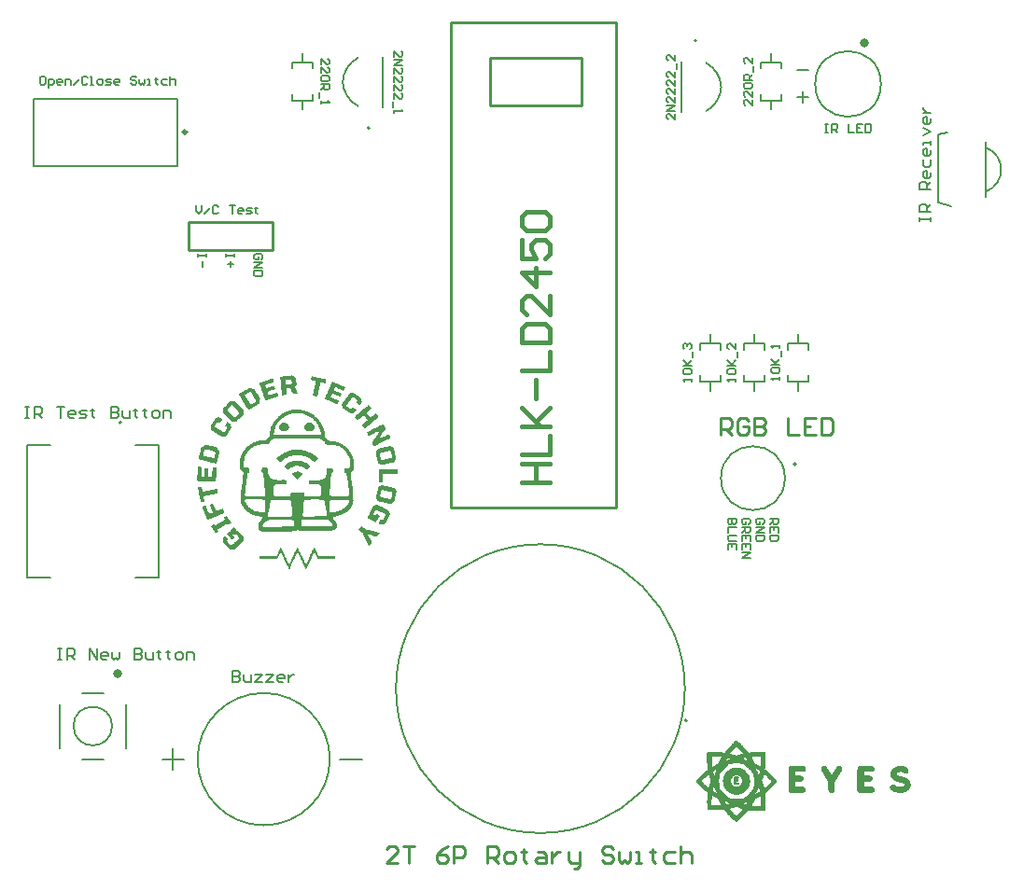
<source format=gto>
G04*
G04 #@! TF.GenerationSoftware,Altium Limited,Altium Designer,23.9.2 (47)*
G04*
G04 Layer_Color=65535*
%FSLAX25Y25*%
%MOIN*%
G70*
G04*
G04 #@! TF.SameCoordinates,96E2FA6D-A4E1-418B-AB96-812044D57736*
G04*
G04*
G04 #@! TF.FilePolarity,Positive*
G04*
G01*
G75*
%ADD10C,0.00500*%
%ADD11C,0.00787*%
%ADD12C,0.01575*%
%ADD13C,0.01181*%
%ADD14C,0.01000*%
%ADD15C,0.00600*%
%ADD16C,0.01500*%
%ADD17C,0.00800*%
G36*
X97074Y202003D02*
X97122Y201955D01*
X97290Y201859D01*
X97553Y201595D01*
X97601Y201571D01*
X97733Y201464D01*
X97973Y201272D01*
X98117Y201128D01*
X98164Y201008D01*
X98189Y200625D01*
X98212Y200553D01*
X98260Y200145D01*
X98284Y199906D01*
X98308Y199522D01*
X98332Y199067D01*
X98356Y198995D01*
X98332Y198755D01*
X98224Y198552D01*
X98176Y198528D01*
X98117Y198444D01*
X98069Y198396D01*
X98045Y198348D01*
X97937Y198216D01*
X97853Y198132D01*
X97829Y198084D01*
X97757Y197917D01*
X97781Y197749D01*
X98069Y197198D01*
X98428Y196503D01*
X98524Y196335D01*
X98572Y196215D01*
X98764Y195879D01*
X98812Y195712D01*
X98788Y195544D01*
X98728Y195484D01*
X98440Y195436D01*
X97805Y195400D01*
X97470Y195376D01*
X97338Y195364D01*
X97230Y195448D01*
X97206Y195496D01*
X97050Y195724D01*
X96966Y195927D01*
X96846Y196191D01*
X96822Y196239D01*
X96607Y196646D01*
X96559Y196694D01*
X96487Y196862D01*
X96463Y196958D01*
X96343Y197150D01*
X96199Y197413D01*
X96163Y197449D01*
X96044Y197497D01*
X95313Y197461D01*
X95097Y197437D01*
X94701Y197401D01*
X94642Y197246D01*
Y197222D01*
X94665Y196527D01*
X94690Y196455D01*
X94713Y196215D01*
X94737Y196143D01*
X94761Y195904D01*
X94797Y195628D01*
X94809Y195256D01*
X94726Y195149D01*
X94606Y195101D01*
X94186Y195065D01*
X93923Y195041D01*
X93707Y195017D01*
X93587Y194993D01*
X93491Y194969D01*
X93359Y194957D01*
X93240Y195029D01*
X93180Y195089D01*
X93132Y195256D01*
X93108Y195424D01*
X93084Y195664D01*
X93024Y196323D01*
X93000Y196730D01*
X92976Y196994D01*
X92952Y197329D01*
X92928Y197449D01*
X92892Y197581D01*
X92868Y197893D01*
X92844Y197988D01*
X92820Y198516D01*
X92796Y198612D01*
X92760Y199295D01*
X92724Y199618D01*
X92688Y199822D01*
X92664Y199966D01*
X92640Y200157D01*
X92593Y200732D01*
X92569Y201116D01*
X92557Y201439D01*
X92629Y201559D01*
X92664Y201595D01*
X92832Y201619D01*
X93180Y201655D01*
X93371Y201679D01*
X93683Y201703D01*
X93803Y201727D01*
X94114Y201751D01*
X94438Y201787D01*
X94678Y201811D01*
X95193Y201847D01*
X95205Y201859D01*
X95229Y201835D01*
X95301Y201859D01*
X95684Y201883D01*
X95756Y201907D01*
X96247Y201967D01*
X96786Y202027D01*
X97074Y202003D01*
D02*
G37*
G36*
X104096Y201691D02*
X104168Y201667D01*
X104264Y201643D01*
X104431Y201619D01*
X104707Y201559D01*
X104827Y201535D01*
X104971Y201511D01*
X105067Y201487D01*
X105127Y201476D01*
X105139Y201464D01*
X105342Y201404D01*
X105438Y201380D01*
X105606Y201356D01*
X105953Y201296D01*
X106073Y201248D01*
X106277Y201188D01*
X106445Y201164D01*
X106540Y201140D01*
X106840Y201104D01*
X107032Y201056D01*
X107152Y201008D01*
X107343Y200960D01*
X107463Y200936D01*
X107895Y200864D01*
X108026Y200828D01*
X108506Y200709D01*
X108673Y200685D01*
X108769Y200661D01*
X108817Y200637D01*
X108877Y200601D01*
X108901Y200553D01*
X108925Y200481D01*
X108949Y200385D01*
X108913Y200157D01*
X108889Y200038D01*
X108865Y199894D01*
X108841Y199774D01*
X108805Y199642D01*
X108781Y199450D01*
X108721Y199366D01*
X108554Y199319D01*
X108290Y199343D01*
X108218Y199366D01*
X107882Y199462D01*
X107595Y199534D01*
X107319Y199570D01*
X107200Y199594D01*
X106972Y199606D01*
X106888Y199546D01*
X106840Y199426D01*
X106816Y199330D01*
X106756Y198983D01*
X106648Y198635D01*
X106624Y198540D01*
X106588Y198264D01*
X106540Y197977D01*
X106492Y197857D01*
X106433Y197653D01*
X106361Y197246D01*
X106337Y197150D01*
X106313Y196958D01*
X106289Y196886D01*
X106253Y196754D01*
X106229Y196634D01*
X106205Y196539D01*
X106169Y196407D01*
X106133Y196251D01*
X106109Y196107D01*
X106085Y196011D01*
X106037Y195724D01*
X106013Y195628D01*
X105977Y195520D01*
X105929Y195328D01*
X105893Y195125D01*
X105845Y194837D01*
X105822Y194741D01*
X105726Y194573D01*
X105606Y194526D01*
X105342Y194549D01*
X105174Y194621D01*
X105007Y194669D01*
X104839Y194693D01*
X104743Y194717D01*
X104372Y194777D01*
X104240Y194861D01*
X104204Y194897D01*
X104156Y195017D01*
X104180Y195209D01*
X104204Y195280D01*
X104228Y195376D01*
X104264Y195556D01*
X104312Y195748D01*
X104336Y195891D01*
X104384Y196155D01*
X104408Y196251D01*
X104444Y196383D01*
X104515Y196670D01*
X104551Y196898D01*
X104599Y197138D01*
X104623Y197282D01*
X104695Y197473D01*
X104731Y197581D01*
X104755Y197749D01*
X104779Y198036D01*
X104803Y198108D01*
X104839Y198264D01*
X104887Y198384D01*
X104923Y198516D01*
X104971Y198707D01*
X105007Y198935D01*
X105031Y199079D01*
X105078Y199271D01*
X105114Y199402D01*
X105139Y199498D01*
X105186Y199786D01*
X105198Y199846D01*
X105174Y199942D01*
X105114Y200026D01*
X105078Y200061D01*
X104887Y200109D01*
X104731Y200169D01*
X104635Y200193D01*
X104515Y200217D01*
X104324Y200241D01*
X104084Y200265D01*
X103964Y200289D01*
X103844Y200337D01*
X103641Y200421D01*
X103473Y200517D01*
X103437Y200649D01*
X103485Y200768D01*
X103509Y200864D01*
X103545Y201044D01*
X103605Y201248D01*
X103629Y201415D01*
X103665Y201547D01*
X103736Y201667D01*
X103856Y201715D01*
X104096Y201691D01*
D02*
G37*
G36*
X111381Y199774D02*
X111501Y199726D01*
X111861Y199558D01*
X112089Y199474D01*
X112124Y199438D01*
X112172Y199414D01*
X112220Y199366D01*
X112388Y199319D01*
X112484Y199295D01*
X112604Y199247D01*
X112819Y199127D01*
X113035Y199031D01*
X113191Y198971D01*
X113610Y198767D01*
X113766Y198707D01*
X113886Y198660D01*
X114018Y198600D01*
X114281Y198456D01*
X114401Y198408D01*
X114569Y198360D01*
X114725Y198300D01*
X114761Y198264D01*
X114808Y198240D01*
X114857Y198192D01*
X114976Y198144D01*
X115204Y198060D01*
X115623Y197833D01*
X115659Y197797D01*
X115683Y197701D01*
X115587Y197461D01*
X115515Y197293D01*
X115420Y197078D01*
X115372Y196958D01*
X115300Y196790D01*
X115276Y196742D01*
X115240Y196682D01*
X115192Y196658D01*
X115072Y196610D01*
X114952Y196658D01*
X114785Y196754D01*
X114629Y196814D01*
X114509Y196862D01*
X114473Y196898D01*
X114305Y196970D01*
X114078Y197054D01*
X113802Y197186D01*
X113682Y197234D01*
X113526Y197293D01*
X113490Y197329D01*
X113227Y197449D01*
X113071Y197509D01*
X112771Y197665D01*
X112676Y197689D01*
X112484Y197761D01*
X112316Y197881D01*
X112124Y197857D01*
X111993Y197725D01*
X111921Y197557D01*
X111861Y197401D01*
X111741Y197210D01*
X111681Y197078D01*
X111657Y196982D01*
X111681Y196838D01*
X111729Y196766D01*
X111741Y196754D01*
X112148Y196563D01*
X112244Y196539D01*
X112508Y196395D01*
X112724Y196299D01*
X112879Y196239D01*
X112915Y196203D01*
X113131Y196107D01*
X113359Y196023D01*
X113610Y195891D01*
X113910Y195784D01*
X113946Y195748D01*
X113994Y195724D01*
X114114Y195652D01*
X114281Y195556D01*
X114317Y195520D01*
X114329Y195460D01*
X114281Y195340D01*
X114245Y195304D01*
X114197Y195185D01*
X114137Y195029D01*
X114030Y194825D01*
X113934Y194585D01*
X113910Y194537D01*
X113850Y194477D01*
X113634Y194501D01*
X113227Y194693D01*
X113131Y194717D01*
X113011Y194765D01*
X112963Y194789D01*
X112819Y194885D01*
X112700Y194933D01*
X112484Y195029D01*
X112244Y195125D01*
X112029Y195220D01*
X111717Y195364D01*
X111561Y195424D01*
X111262Y195580D01*
X111118Y195604D01*
X111010Y195544D01*
X110914Y195304D01*
X110746Y194945D01*
X110698Y194825D01*
X110603Y194609D01*
X110555Y194442D01*
X110579Y194346D01*
X110662Y194262D01*
X110830Y194214D01*
X111334Y193974D01*
X111429Y193950D01*
X111621Y193831D01*
X111741Y193782D01*
X111933Y193735D01*
X112196Y193567D01*
X112292Y193543D01*
X112412Y193495D01*
X112676Y193375D01*
X112795Y193327D01*
X113347Y193064D01*
X113467Y192992D01*
X113502Y192884D01*
X113479Y192740D01*
X113287Y192333D01*
X113227Y192177D01*
X113083Y191937D01*
X112987Y191793D01*
X112891Y191769D01*
X112795Y191793D01*
X112724Y191865D01*
X112676Y191889D01*
X112556Y191937D01*
X112400Y191973D01*
X112160Y192117D01*
X111849Y192237D01*
X111573Y192369D01*
X111346Y192452D01*
X111154Y192572D01*
X110950Y192656D01*
X110794Y192716D01*
X110519Y192848D01*
X110387Y192884D01*
X110255Y192968D01*
X109992Y193087D01*
X109836Y193147D01*
X109704Y193207D01*
X109488Y193303D01*
X109033Y193519D01*
X108877Y193579D01*
X108745Y193639D01*
X108494Y193771D01*
X108446Y193890D01*
X108470Y194058D01*
X108518Y194106D01*
X108542Y194154D01*
X108661Y194418D01*
X108721Y194573D01*
X108757Y194657D01*
X108877Y194849D01*
X108901Y194945D01*
X108949Y195065D01*
X109117Y195424D01*
X109177Y195580D01*
X109213Y195616D01*
X109237Y195664D01*
X109332Y195879D01*
X109416Y196107D01*
X109596Y196503D01*
X109836Y197006D01*
X109932Y197246D01*
X110075Y197557D01*
X110135Y197713D01*
X110243Y197893D01*
X110291Y198060D01*
X110339Y198180D01*
X110459Y198396D01*
X110531Y198564D01*
X110591Y198719D01*
X110698Y198923D01*
X110746Y199043D01*
X110830Y199271D01*
X110914Y199355D01*
X110962Y199474D01*
X111058Y199738D01*
X111118Y199798D01*
X111381Y199774D01*
D02*
G37*
G36*
X89884Y200900D02*
X89968Y200840D01*
X90016Y200649D01*
X90040Y200457D01*
X90232Y200049D01*
X90244Y199894D01*
X90220Y199774D01*
X90160Y199690D01*
X90124Y199654D01*
X90076Y199630D01*
X89908Y199558D01*
X89633Y199498D01*
X89285Y199343D01*
X89010Y199283D01*
X88914Y199259D01*
X88650Y199139D01*
X88542Y199103D01*
X88267Y199043D01*
X87967Y198911D01*
X87871Y198887D01*
X87704Y198839D01*
X87608Y198815D01*
X87440Y198767D01*
X87272Y198671D01*
X87236Y198635D01*
X87188Y198468D01*
X87212Y198396D01*
X87248Y198264D01*
X87296Y198024D01*
X87368Y197833D01*
X87488Y197593D01*
X87536Y197521D01*
X87632Y197497D01*
X87775Y197521D01*
X87823Y197569D01*
X87871Y197593D01*
X87943Y197617D01*
X88135Y197665D01*
X88255Y197713D01*
X88351Y197737D01*
X88650Y197845D01*
X88758Y197881D01*
X88926Y197929D01*
X89022Y197952D01*
X89177Y198012D01*
X89297Y198060D01*
X89501Y198120D01*
X89741Y198192D01*
X89872Y198228D01*
X90148Y198360D01*
X90388Y198336D01*
X90448Y198276D01*
X90496Y198156D01*
X90555Y197905D01*
X90651Y197641D01*
X90699Y197521D01*
X90723Y197425D01*
X90735Y197341D01*
X90639Y197174D01*
X90436Y197090D01*
X90304Y197054D01*
X90100Y196994D01*
X89932Y196946D01*
X89765Y196874D01*
X89645Y196826D01*
X89453Y196778D01*
X89297Y196742D01*
X89177Y196694D01*
X89022Y196610D01*
X88854Y196563D01*
X88698Y196527D01*
X88602Y196503D01*
X88423Y196419D01*
X88303Y196371D01*
X88171Y196335D01*
X88003Y196239D01*
X87955Y196071D01*
X87979Y195999D01*
X88015Y195844D01*
X88171Y195496D01*
X88207Y195340D01*
X88231Y195220D01*
X88279Y195101D01*
X88315Y195065D01*
X88327Y195029D01*
X88375Y195005D01*
X88494Y194957D01*
X88662Y194981D01*
X88926Y195101D01*
X89022Y195125D01*
X89189Y195173D01*
X89417Y195256D01*
X89765Y195364D01*
X89956Y195412D01*
X90112Y195472D01*
X90412Y195604D01*
X90687Y195664D01*
X90807Y195712D01*
X91059Y195820D01*
X91334Y195879D01*
X91538Y195891D01*
X91598Y195832D01*
X91682Y195604D01*
X91730Y195484D01*
X91754Y195436D01*
X91766Y195424D01*
X91790Y195328D01*
X91838Y195209D01*
X91874Y195053D01*
X91909Y194921D01*
X91886Y194681D01*
X91778Y194573D01*
X91646Y194537D01*
X91526Y194513D01*
X91430Y194490D01*
X91298Y194454D01*
X91131Y194382D01*
X91011Y194334D01*
X90843Y194286D01*
X90651Y194238D01*
X90496Y194178D01*
X90388Y194142D01*
X90016Y194010D01*
X89824Y193962D01*
X89549Y193831D01*
X89153Y193747D01*
X89034Y193699D01*
X88782Y193591D01*
X88650Y193555D01*
X88446Y193495D01*
X88327Y193447D01*
X88171Y193387D01*
X87823Y193279D01*
X87608Y193231D01*
X87440Y193159D01*
X87344Y193135D01*
X87200Y193159D01*
X87116Y193243D01*
X87080Y193375D01*
X87056Y193495D01*
X87033Y193591D01*
X86985Y193711D01*
X86925Y193842D01*
X86853Y194082D01*
X86829Y194178D01*
X86781Y194346D01*
X86721Y194501D01*
X86673Y194621D01*
X86613Y194825D01*
X86541Y195065D01*
X86445Y195280D01*
X86397Y195400D01*
X86361Y195556D01*
X86313Y195748D01*
X86266Y195868D01*
X86206Y195999D01*
X86158Y196119D01*
X86122Y196275D01*
X86074Y196467D01*
X85942Y196766D01*
X85882Y197018D01*
X85858Y197114D01*
X85762Y197353D01*
X85702Y197509D01*
X85654Y197701D01*
X85595Y197857D01*
X85559Y197941D01*
X85511Y198060D01*
X85463Y198228D01*
X85415Y198420D01*
X85331Y198647D01*
X85271Y198803D01*
X85175Y199139D01*
X85199Y199379D01*
X85283Y199462D01*
X85523Y199558D01*
X85667Y199582D01*
X85738Y199606D01*
X85894Y199666D01*
X86026Y199726D01*
X86182Y199762D01*
X86278Y199786D01*
X86469Y199858D01*
X86601Y199918D01*
X86697Y199942D01*
X86865Y199990D01*
X86961Y200014D01*
X87092Y200049D01*
X87236Y200121D01*
X87392Y200181D01*
X87680Y200253D01*
X87835Y200313D01*
X87955Y200361D01*
X88063Y200397D01*
X88446Y200517D01*
X88674Y200601D01*
X88950Y200685D01*
X89046Y200709D01*
X89273Y200792D01*
X89405Y200852D01*
X89645Y200924D01*
X89884Y200900D01*
D02*
G37*
G36*
X76104Y192968D02*
X76260Y192908D01*
X76296Y192872D01*
X76344Y192848D01*
X76476Y192740D01*
X76667Y192548D01*
X76691Y192500D01*
X76727Y192464D01*
X76775Y192440D01*
X76907Y192309D01*
X76931Y192261D01*
X76967Y192225D01*
X77015Y192201D01*
X77123Y192093D01*
X77147Y192045D01*
X77207Y191961D01*
X77255Y191937D01*
X77327Y191865D01*
X77350D01*
X77386Y191829D01*
X77410Y191781D01*
X77542Y191650D01*
X77590Y191626D01*
X77626Y191590D01*
X77650Y191542D01*
X77710Y191482D01*
X77758Y191458D01*
X77818Y191398D01*
X77842Y191350D01*
X77950Y191242D01*
X77997Y191218D01*
X78057Y191158D01*
X78081Y191110D01*
X78357Y190835D01*
X78405Y190811D01*
X78561Y190655D01*
X78585Y190607D01*
X78645Y190547D01*
X78693Y190523D01*
X78728Y190487D01*
X78752Y190439D01*
X78836Y190356D01*
X78884Y190331D01*
X78968Y190248D01*
X78992Y190200D01*
X79052Y190116D01*
X79100Y190092D01*
X79148Y190044D01*
X79196Y190020D01*
X79256Y189960D01*
X79280Y189912D01*
X79423Y189768D01*
X79495Y189601D01*
X79519Y189289D01*
X79495Y188259D01*
X79375Y188091D01*
X79292Y188007D01*
X79244Y187983D01*
X79208Y187947D01*
X79184Y187899D01*
X78992Y187707D01*
X78968Y187659D01*
X78884Y187575D01*
X78836Y187551D01*
X78752Y187468D01*
X78740Y187432D01*
X78705Y187420D01*
X78693Y187384D01*
X78645Y187360D01*
X78189Y186904D01*
X78153Y186892D01*
X78129Y186845D01*
X78009Y186725D01*
X77986Y186677D01*
X77902Y186617D01*
X77662Y186377D01*
X77614Y186353D01*
X77195Y185934D01*
X77171Y185886D01*
X77123Y185838D01*
X77099Y185790D01*
X77015Y185706D01*
X76967Y185682D01*
X76847Y185562D01*
X76727Y185514D01*
X76560Y185491D01*
X75337Y185514D01*
X75289Y185562D01*
X75242Y185586D01*
X75074Y185754D01*
X75026Y185778D01*
X74966Y185838D01*
X74942Y185886D01*
X74103Y186725D01*
X74079Y186773D01*
X73971Y186881D01*
X73923Y186904D01*
X73456Y187372D01*
X73432Y187420D01*
X73372Y187480D01*
X73324Y187504D01*
X72138Y188690D01*
X72090Y188810D01*
X72042Y189001D01*
X72066Y189601D01*
X72042Y189672D01*
X72066Y190176D01*
X72150Y190307D01*
X72198Y190331D01*
X72258Y190391D01*
X72282Y190439D01*
X72414Y190571D01*
X72461Y190595D01*
X72521Y190655D01*
X72545Y190703D01*
X72653Y190835D01*
X72701Y190859D01*
X73456Y191614D01*
X73480Y191662D01*
X73564Y191745D01*
X73612Y191769D01*
X73648Y191805D01*
X73672Y191853D01*
X73804Y191985D01*
X73852Y192009D01*
X74211Y192369D01*
X74259Y192393D01*
X74367Y192500D01*
X74391Y192548D01*
X74499Y192680D01*
X74630Y192788D01*
X74810Y192920D01*
X74978Y192968D01*
X75074Y192992D01*
X75901Y192980D01*
X76032Y192992D01*
X76104Y192968D01*
D02*
G37*
G36*
X118775Y195855D02*
X118859Y195796D01*
X119098Y195628D01*
X119266Y195532D01*
X119362Y195436D01*
X119410Y195412D01*
X119542Y195304D01*
X119626Y195220D01*
X119674Y195196D01*
X119817Y195101D01*
X119865Y195077D01*
X119985Y194957D01*
X120201Y194837D01*
X120297Y194741D01*
X120345Y194717D01*
X120560Y194549D01*
X120608Y194501D01*
X120656Y194477D01*
X120824Y194382D01*
X120920Y194286D01*
X120968Y194262D01*
X121016Y194214D01*
X121063Y194190D01*
X121112Y194142D01*
X121159Y194118D01*
X121207Y194070D01*
X121255Y194046D01*
X121411Y193890D01*
X121435Y193842D01*
X121507Y193675D01*
X121531Y193435D01*
X121567Y193207D01*
X121603Y192884D01*
X121627Y192716D01*
X121603Y192380D01*
X121483Y192213D01*
X121387Y192117D01*
X121267Y191901D01*
X121124Y191757D01*
X121099Y191709D01*
X120980Y191542D01*
X120944Y191506D01*
X120800Y191482D01*
X120584Y191602D01*
X120512Y191674D01*
X120464Y191698D01*
X120249Y191865D01*
X120177Y191937D01*
X120009Y192033D01*
X119793Y192201D01*
X119685Y192309D01*
X119662Y192404D01*
X119685Y192524D01*
X119805Y192692D01*
X119853Y192740D01*
X119877Y192788D01*
X119925Y192836D01*
X119973Y193004D01*
X119985Y193087D01*
X119949Y193315D01*
X119829Y193483D01*
X119745Y193567D01*
X119626Y193639D01*
X119494Y193747D01*
X119434Y193807D01*
X119266Y193902D01*
X119146Y194022D01*
X119098Y194046D01*
X119050Y194094D01*
X119002Y194118D01*
X118811Y194238D01*
X118619Y194286D01*
X118439Y194250D01*
X118248Y194130D01*
X118152Y194034D01*
X118128Y193986D01*
X117972Y193782D01*
X117936Y193771D01*
X117912Y193723D01*
X117864Y193675D01*
X117840Y193627D01*
X117792Y193579D01*
X117768Y193531D01*
X117696Y193459D01*
X117577Y193243D01*
X117529Y193195D01*
X117505Y193147D01*
X117433Y193076D01*
X117409Y193028D01*
X117301Y192896D01*
X117241Y192836D01*
X117217Y192788D01*
X117169Y192740D01*
X117145Y192692D01*
X117037Y192560D01*
X116941Y192417D01*
X116882Y192333D01*
X116834Y192285D01*
X116810Y192237D01*
X116762Y192189D01*
X116642Y191973D01*
X116498Y191829D01*
X116474Y191781D01*
X116354Y191614D01*
X116259Y191398D01*
X116235Y191230D01*
X116259Y191158D01*
X116354Y190990D01*
X116486Y190859D01*
X116534Y190835D01*
X116582Y190787D01*
X116630Y190763D01*
X116774Y190619D01*
X116822Y190595D01*
X116870Y190547D01*
X116918Y190523D01*
X117049Y190415D01*
X117313Y190248D01*
X117397Y190164D01*
X117517Y190116D01*
X117684Y190092D01*
X117888Y190128D01*
X118020Y190212D01*
X118128Y190320D01*
X118152Y190367D01*
X118248Y190463D01*
X118272Y190511D01*
X118379Y190619D01*
X118475Y190643D01*
X118595Y190619D01*
X118811Y190451D01*
X118979Y190331D01*
X119027Y190307D01*
X119158Y190200D01*
X119242Y190140D01*
X119410Y190044D01*
X119638Y189816D01*
X119662Y189720D01*
X119590Y189601D01*
X119542Y189553D01*
X119398Y189289D01*
X119278Y189169D01*
X119254Y189121D01*
X119134Y188953D01*
X119110Y188906D01*
X118955Y188750D01*
X118907Y188726D01*
X118787Y188678D01*
X118619Y188654D01*
X118379Y188630D01*
X118260Y188582D01*
X118020Y188558D01*
X117768Y188522D01*
X117541Y188510D01*
X117373Y188606D01*
X117301Y188678D01*
X117253Y188702D01*
X117025Y188858D01*
X116989Y188894D01*
X116941Y188918D01*
X116774Y189037D01*
X116654Y189157D01*
X116486Y189253D01*
X116390Y189349D01*
X116342Y189373D01*
X116294Y189421D01*
X116246Y189445D01*
X116079Y189565D01*
X116031Y189589D01*
X115983Y189637D01*
X115935Y189661D01*
X115791Y189804D01*
X115743Y189828D01*
X115527Y189996D01*
X115384Y190092D01*
X115216Y190188D01*
X115120Y190284D01*
X115072Y190307D01*
X114904Y190427D01*
X114868Y190463D01*
X114845Y190511D01*
X114725Y190679D01*
X114677Y190847D01*
X114653Y191158D01*
X114629Y191254D01*
X114605Y191494D01*
X114569Y191674D01*
X114533Y191781D01*
X114557Y191949D01*
X114701Y192213D01*
X114821Y192333D01*
X114940Y192548D01*
X115048Y192680D01*
X115144Y192824D01*
X115252Y192932D01*
X115276Y192980D01*
X115324Y193028D01*
X115348Y193076D01*
X115695Y193543D01*
X115731Y193579D01*
X115755Y193627D01*
X115923Y193842D01*
X115995Y193914D01*
X116115Y194130D01*
X116187Y194202D01*
X116210Y194250D01*
X116259Y194298D01*
X116330Y194418D01*
X116438Y194549D01*
X116630Y194789D01*
X116666Y194825D01*
X116690Y194873D01*
X116810Y195089D01*
X116929Y195209D01*
X116941Y195220D01*
X117061Y195412D01*
X117121Y195472D01*
X117145Y195520D01*
X117277Y195652D01*
X117397Y195700D01*
X117565Y195772D01*
X117660Y195796D01*
X117828Y195820D01*
X118296Y195855D01*
X118619Y195891D01*
X118775Y195855D01*
D02*
G37*
G36*
X81688Y197569D02*
X81808Y197521D01*
X82000Y197473D01*
X82275Y197437D01*
X82419Y197413D01*
X82515Y197389D01*
X82767Y197282D01*
X82934Y197257D01*
X83030Y197234D01*
X83150Y197210D01*
X83174D01*
X83294Y197162D01*
X83354Y197102D01*
X83378Y197054D01*
X83426Y197006D01*
X83450Y196958D01*
X83522Y196886D01*
X83546Y196838D01*
X83713Y196527D01*
X83809Y196431D01*
X83953Y196167D01*
X84073Y195975D01*
X84217Y195712D01*
X84264Y195664D01*
X84289Y195616D01*
X84384Y195472D01*
X84408Y195424D01*
X84504Y195280D01*
X84528Y195185D01*
X84624Y195041D01*
X84648Y194993D01*
X84696Y194945D01*
X84720Y194897D01*
X84876Y194669D01*
X84983Y194490D01*
X85079Y194322D01*
X85199Y194154D01*
X85319Y193890D01*
X85343Y193795D01*
X85319Y193555D01*
X85271Y193435D01*
X85223Y193243D01*
X85187Y193040D01*
X85163Y192920D01*
X85127Y192788D01*
X85055Y192548D01*
X85019Y192393D01*
X84996Y192273D01*
X84971Y192129D01*
X84924Y192009D01*
X84708Y191793D01*
X84540Y191698D01*
X84372Y191578D01*
X84109Y191434D01*
X83941Y191314D01*
X83677Y191170D01*
X83629Y191122D01*
X83582Y191098D01*
X83270Y190931D01*
X83102Y190811D01*
X82886Y190691D01*
X82839Y190643D01*
X82527Y190475D01*
X82455Y190403D01*
X82407Y190379D01*
X82144Y190236D01*
X81976Y190116D01*
X81880Y190092D01*
X81712Y189972D01*
X81664Y189924D01*
X81616Y189900D01*
X81281Y189756D01*
X81137Y189780D01*
X81101Y189816D01*
X80981Y190032D01*
X80861Y190152D01*
X80801Y190307D01*
X80718Y190439D01*
X80622Y190583D01*
X80478Y190847D01*
X80430Y190895D01*
X80286Y191158D01*
X80166Y191326D01*
X80142Y191374D01*
X80023Y191542D01*
X79999Y191590D01*
X79903Y191805D01*
X79879Y191853D01*
X79771Y191985D01*
X79711Y192045D01*
X79543Y192357D01*
X79447Y192524D01*
X79280Y192788D01*
X79160Y193004D01*
X79064Y193099D01*
X78968Y193315D01*
X78872Y193483D01*
X78824Y193531D01*
X78680Y193795D01*
X78633Y193842D01*
X78609Y193890D01*
X78561Y193938D01*
X78393Y194250D01*
X78297Y194394D01*
X78225Y194513D01*
X78105Y194681D01*
X78045Y194837D01*
X77962Y194969D01*
X77890Y195041D01*
X77866Y195089D01*
X77794Y195256D01*
X77842Y195376D01*
X77902Y195460D01*
X77950Y195484D01*
X78022Y195556D01*
X78069Y195580D01*
X78285Y195700D01*
X78453Y195820D01*
X78669Y195939D01*
X78812Y196035D01*
X79028Y196155D01*
X79076Y196203D01*
X79124Y196227D01*
X79292Y196323D01*
X79555Y196491D01*
X79675Y196539D01*
X79843Y196634D01*
X79891Y196682D01*
X79939Y196706D01*
X80011Y196778D01*
X80418Y196994D01*
X80646Y197150D01*
X80849Y197257D01*
X80981Y197365D01*
X81161Y197473D01*
X81329Y197545D01*
X81497Y197593D01*
X81688Y197569D01*
D02*
G37*
G36*
X70904Y187096D02*
X71287Y186856D01*
X71503Y186737D01*
X71551Y186689D01*
X71599Y186665D01*
X71779Y186557D01*
X71802Y186509D01*
X71826Y186437D01*
X71802Y186245D01*
X71707Y186150D01*
X71683Y186102D01*
X71515Y185790D01*
X71467Y185742D01*
X71443Y185694D01*
X71347Y185526D01*
X71227Y185407D01*
X71107Y185191D01*
X71000Y185155D01*
X70880Y185179D01*
X70712Y185299D01*
X70664Y185323D01*
X70520Y185419D01*
X70281Y185442D01*
X70125Y185407D01*
X70089Y185371D01*
X69921Y185275D01*
X69837Y185191D01*
X69741Y184951D01*
X69574Y184712D01*
X69478Y184544D01*
X69430Y184496D01*
X69406Y184448D01*
X69358Y184400D01*
X69262Y184184D01*
X69238Y184017D01*
X69262Y183801D01*
X69382Y183633D01*
X69634Y183453D01*
X69753Y183381D01*
X69825Y183310D01*
X69873Y183286D01*
X70089Y183166D01*
X70329Y182998D01*
X70424Y182974D01*
X70472Y182926D01*
X70520Y182902D01*
X70592Y182830D01*
X70640Y182806D01*
X70952Y182639D01*
X71024Y182567D01*
X71383Y182375D01*
X71455Y182303D01*
X71623Y182207D01*
X71719Y182111D01*
X71838Y182063D01*
X72054Y181944D01*
X72102Y181896D01*
X72270Y181848D01*
X72557Y181872D01*
X72689Y181980D01*
X72785Y182075D01*
X72809Y182123D01*
X73097Y182579D01*
X73120Y182627D01*
X73192Y182699D01*
X73216Y182746D01*
X73312Y182914D01*
X73432Y183082D01*
X73456Y183178D01*
X73480Y183346D01*
X73420Y183597D01*
X73360Y183657D01*
X73348Y183693D01*
X73300Y183717D01*
X73180Y183837D01*
X72917Y183981D01*
X72881Y184017D01*
X72857Y184184D01*
X73025Y184496D01*
X73192Y184736D01*
X73336Y184999D01*
X73384Y185047D01*
X73408Y185095D01*
X73528Y185311D01*
X73588Y185371D01*
X73780Y185347D01*
X74043Y185203D01*
X74115Y185131D01*
X74379Y184987D01*
X74702Y184759D01*
X74726Y184712D01*
X74822Y184496D01*
X74870Y184304D01*
X74906Y184100D01*
X74954Y183861D01*
X75014Y183657D01*
X75038Y183561D01*
X75062Y183394D01*
X75038Y183298D01*
X74990Y183178D01*
X74870Y183010D01*
X74750Y182794D01*
X74678Y182722D01*
X74654Y182675D01*
X74499Y182447D01*
X74463Y182411D01*
X74391Y182243D01*
X74271Y182027D01*
X74223Y181980D01*
X74199Y181932D01*
X74103Y181764D01*
X73911Y181476D01*
X73887Y181428D01*
X73648Y181045D01*
X73624Y180997D01*
X73504Y180877D01*
X73456Y180757D01*
X73360Y180589D01*
X73180Y180410D01*
X73061Y180362D01*
X72965Y180338D01*
X72809Y180302D01*
X72713Y180278D01*
X72581Y180242D01*
X72486Y180218D01*
X72258Y180182D01*
X72018Y180134D01*
X71790Y180122D01*
X71623Y180218D01*
X71383Y180386D01*
X71119Y180530D01*
X71071Y180578D01*
X70760Y180745D01*
X70664Y180841D01*
X70616Y180865D01*
X70401Y180985D01*
X70233Y181105D01*
X70137Y181129D01*
X69801Y181368D01*
X69753Y181392D01*
X69586Y181512D01*
X69370Y181632D01*
X69226Y181728D01*
X69178Y181752D01*
X68963Y181872D01*
X68831Y181980D01*
X68651Y182087D01*
X68483Y182183D01*
X68316Y182303D01*
X68100Y182423D01*
X67968Y182531D01*
X67800Y182890D01*
X67776Y182986D01*
Y183058D01*
X67764Y183070D01*
X67716Y183358D01*
X67644Y183645D01*
X67632Y183945D01*
X67656Y184017D01*
X67716Y184172D01*
X67752Y184208D01*
X67776Y184256D01*
X67848Y184328D01*
X68040Y184688D01*
X68112Y184759D01*
X68136Y184807D01*
X68232Y184975D01*
X68351Y185143D01*
X68495Y185407D01*
X68567Y185478D01*
X68591Y185526D01*
X68711Y185742D01*
X68831Y185910D01*
X68855Y185958D01*
X68975Y186173D01*
X69094Y186341D01*
X69118Y186389D01*
X69226Y186521D01*
X69346Y186713D01*
X69394Y186785D01*
X69442Y186809D01*
X69657Y186904D01*
X69813Y186940D01*
X69933Y186964D01*
X70197Y187012D01*
X70353Y187072D01*
X70544Y187120D01*
X70904Y187096D01*
D02*
G37*
G36*
X124155Y191458D02*
X124215Y191422D01*
X124239Y191374D01*
X124347Y191242D01*
X124574Y191015D01*
X124599Y190967D01*
X124718Y190847D01*
X124742Y190799D01*
X124934Y190607D01*
X124958Y190559D01*
X125030Y190391D01*
X125054Y190296D01*
X125030Y190200D01*
X124994Y190140D01*
X124946Y190116D01*
X124778Y189996D01*
X124730Y189924D01*
X124682Y189900D01*
X124550Y189792D01*
X124395Y189637D01*
X124347Y189612D01*
X124299Y189565D01*
X124251Y189541D01*
X124179Y189469D01*
X124131Y189445D01*
X123915Y189229D01*
X123867Y189205D01*
X123820Y189157D01*
X123700Y189085D01*
X123508Y188894D01*
X123460Y188870D01*
X123376Y188714D01*
X123400Y188522D01*
X123508Y188390D01*
X123544Y188378D01*
X123556Y188342D01*
X123604Y188318D01*
X123640Y188282D01*
X123664Y188234D01*
X123808Y188091D01*
X123832Y188043D01*
X123951Y187923D01*
X123975Y187875D01*
X124047Y187803D01*
X124071Y187755D01*
X124119Y187707D01*
X124143Y187659D01*
X124239Y187564D01*
X124263Y187515D01*
X124311Y187468D01*
X124335Y187420D01*
X124419Y187336D01*
X124467Y187312D01*
X124527Y187252D01*
X124550Y187204D01*
X124658Y187072D01*
X124754Y187048D01*
X124898Y187072D01*
X125138Y187312D01*
X125258Y187384D01*
X125389Y187492D01*
X125449Y187551D01*
X125497Y187575D01*
X125569Y187647D01*
X125617Y187671D01*
X125713Y187767D01*
X125761Y187791D01*
X125869Y187899D01*
X125893Y187947D01*
X125977Y188007D01*
X126024Y188055D01*
X126072Y188079D01*
X126144Y188151D01*
X126192Y188175D01*
X126264Y188247D01*
X126312Y188270D01*
X126444Y188378D01*
X126528Y188462D01*
X126672Y188486D01*
X126779Y188426D01*
X126803Y188378D01*
X126923Y188210D01*
X127007Y188151D01*
X127067Y188091D01*
X127091Y188043D01*
X127199Y187911D01*
X127259Y187827D01*
X127271Y187815D01*
X127355Y187731D01*
X127378Y187683D01*
X127498Y187564D01*
X127522Y187515D01*
X127594Y187444D01*
X127642Y187324D01*
X127618Y187180D01*
X127558Y187120D01*
X127510Y187096D01*
X127462Y187048D01*
X127414Y187024D01*
X127271Y186881D01*
X127223Y186856D01*
X127055Y186689D01*
X127007Y186665D01*
X126875Y186557D01*
X126851Y186509D01*
X126767Y186425D01*
X126600Y186329D01*
X126504Y186233D01*
X126456Y186209D01*
X126288Y186042D01*
X126240Y186018D01*
X126168Y185946D01*
X126120Y185922D01*
X125905Y185706D01*
X125857Y185682D01*
X125737Y185562D01*
X125689Y185538D01*
X125641Y185491D01*
X125593Y185467D01*
X125545Y185419D01*
X125497Y185395D01*
X125377Y185275D01*
X125329Y185251D01*
X125162Y185083D01*
X125114Y185059D01*
X124982Y184951D01*
X124898Y184843D01*
X124850Y184819D01*
X124802Y184772D01*
X124754Y184748D01*
X124610Y184604D01*
X124563Y184580D01*
X124347Y184412D01*
X124107Y184172D01*
X124059Y184148D01*
X123987Y184076D01*
X123939Y184053D01*
X123820Y183933D01*
X123772Y183909D01*
X123724Y183861D01*
X123676Y183837D01*
X123532Y183693D01*
X123412Y183621D01*
X123268Y183477D01*
X123220Y183453D01*
X123149Y183381D01*
X123113Y183370D01*
X123089Y183322D01*
X123005Y183238D01*
X122957Y183214D01*
X122909Y183166D01*
X122861Y183142D01*
X122813Y183094D01*
X122693Y183046D01*
X122573Y183070D01*
X122298Y183346D01*
X122202Y183513D01*
X122034Y183681D01*
X122010Y183729D01*
X121962Y183777D01*
X121938Y183825D01*
X121807Y183957D01*
X121758Y183981D01*
X121699Y184064D01*
X121651Y184184D01*
X121675Y184304D01*
X121723Y184352D01*
X121747Y184400D01*
X121902Y184556D01*
X121950Y184580D01*
X122082Y184688D01*
X122118Y184724D01*
X122166Y184748D01*
X122430Y185011D01*
X122477Y185035D01*
X122609Y185143D01*
X122693Y185203D01*
X122813Y185323D01*
X122861Y185347D01*
X122981Y185467D01*
X123149Y185562D01*
X123208Y185646D01*
X123268Y185706D01*
X123316Y185730D01*
X123364Y185778D01*
X123412Y185802D01*
X123448Y185838D01*
X123472Y185886D01*
X123532Y185946D01*
X123580Y185970D01*
X123640Y186030D01*
X123664Y186126D01*
X123640Y186221D01*
X123472Y186437D01*
X123328Y186581D01*
X123304Y186629D01*
X123208Y186725D01*
X123137Y186845D01*
X122969Y187012D01*
X122945Y187060D01*
X122897Y187108D01*
X122873Y187156D01*
X122837Y187192D01*
X122789Y187216D01*
X122729Y187300D01*
X122621Y187432D01*
X122466Y187587D01*
X122442Y187635D01*
X122334Y187743D01*
X122238Y187767D01*
X122142Y187743D01*
X122010Y187635D01*
X121986Y187587D01*
X121902Y187528D01*
X121854Y187480D01*
X121807Y187456D01*
X121591Y187288D01*
X121495Y187192D01*
X121447Y187168D01*
X121183Y186904D01*
X121135Y186881D01*
X121004Y186773D01*
X120980Y186725D01*
X120896Y186665D01*
X120680Y186497D01*
X120632Y186449D01*
X120584Y186425D01*
X120416Y186305D01*
X120380Y186269D01*
X120357Y186221D01*
X120297Y186161D01*
X120249Y186137D01*
X120177Y186114D01*
X119985Y186137D01*
X119925Y186173D01*
X119901Y186221D01*
X119853Y186269D01*
X119829Y186317D01*
X119745Y186401D01*
X119697Y186425D01*
X119566Y186557D01*
X119542Y186605D01*
X119494Y186653D01*
X119470Y186701D01*
X119422Y186749D01*
X119398Y186797D01*
X119278Y186916D01*
X119254Y186964D01*
X119158Y187060D01*
X119146Y187096D01*
X119110Y187108D01*
X119086Y187156D01*
X119062Y187228D01*
X119086Y187324D01*
X119314Y187551D01*
X119362Y187575D01*
X119494Y187683D01*
X119518Y187731D01*
X119578Y187791D01*
X119626Y187815D01*
X119745Y187935D01*
X119793Y187959D01*
X119865Y188031D01*
X119913Y188055D01*
X120081Y188223D01*
X120129Y188247D01*
X120345Y188414D01*
X120512Y188582D01*
X120560Y188606D01*
X120632Y188678D01*
X120680Y188702D01*
X120728Y188750D01*
X120776Y188774D01*
X120920Y188918D01*
X120968Y188942D01*
X121135Y189109D01*
X121183Y189133D01*
X121351Y189253D01*
X121411Y189337D01*
X121519Y189445D01*
X121567Y189469D01*
X121639Y189541D01*
X121687Y189565D01*
X121735Y189612D01*
X121783Y189637D01*
X121950Y189804D01*
X121998Y189828D01*
X122166Y189948D01*
X122202Y189984D01*
X122226Y190032D01*
X122286Y190092D01*
X122334Y190116D01*
X122537Y190272D01*
X122561Y190320D01*
X122645Y190379D01*
X122693Y190427D01*
X122741Y190451D01*
X122837Y190547D01*
X122885Y190571D01*
X122957Y190643D01*
X123005Y190667D01*
X123185Y190847D01*
X123208Y190895D01*
X123292Y190955D01*
X123676Y191242D01*
X123736Y191278D01*
X123760Y191326D01*
X123891Y191458D01*
X123987Y191482D01*
X124155Y191458D01*
D02*
G37*
G36*
X129380Y184676D02*
X129559Y184496D01*
X129667Y184196D01*
X129763Y184053D01*
X129847Y183849D01*
X129943Y183681D01*
X130015Y183561D01*
X130087Y183394D01*
X130134Y183226D01*
X130111Y183010D01*
X129991Y182794D01*
X129871Y182675D01*
X129847Y182627D01*
X129691Y182399D01*
X129583Y182219D01*
X129487Y182051D01*
X129416Y181980D01*
X129344Y181860D01*
X129248Y181764D01*
X129224Y181716D01*
X128936Y181261D01*
X128912Y181213D01*
X128673Y180877D01*
X128577Y180709D01*
X128481Y180614D01*
X128457Y180566D01*
X128301Y180338D01*
X128157Y180098D01*
X128097Y180038D01*
X128074Y179990D01*
X128025Y179942D01*
X128002Y179894D01*
X127834Y179655D01*
X127810Y179559D01*
X127894Y179475D01*
X128025Y179511D01*
X128157Y179571D01*
X128661Y179835D01*
X128756Y179930D01*
X128948Y179978D01*
X130314Y180649D01*
X130434Y180697D01*
X130542Y180781D01*
X130554Y180817D01*
X130602Y180841D01*
X130722Y180889D01*
X130865Y180913D01*
X130913Y180961D01*
X130961Y180985D01*
X131009Y181033D01*
X131105Y181057D01*
X131225Y180985D01*
X131405Y180805D01*
X131429Y180709D01*
X131692Y180158D01*
X131788Y179990D01*
X131860Y179823D01*
X131836Y179727D01*
X131776Y179643D01*
X131728Y179619D01*
X130985Y179259D01*
X130817Y179164D01*
X130770Y179116D01*
X130542Y179032D01*
X130410Y178948D01*
X130398Y178936D01*
X130386Y178924D01*
X130266Y178876D01*
X130111Y178816D01*
X129931Y178732D01*
X129475Y178492D01*
X129164Y178349D01*
X129116Y178325D01*
X128876Y178181D01*
X128720Y178121D01*
X127582Y177534D01*
X127366Y177438D01*
X127151Y177318D01*
X126935Y177222D01*
X126815Y177174D01*
X126672Y177079D01*
X126623Y177055D01*
X126456Y176983D01*
X126240Y176863D01*
X126192Y176815D01*
X126096Y176791D01*
X125977Y176815D01*
X125917Y176875D01*
X125893Y176923D01*
X125773Y177043D01*
X125701Y177210D01*
X125485Y177666D01*
X125294Y178073D01*
X125317Y178241D01*
X125365Y178289D01*
X125389Y178337D01*
X125437Y178385D01*
X125461Y178433D01*
X125557Y178600D01*
X125725Y178840D01*
X125797Y178960D01*
X125869Y179032D01*
X125893Y179080D01*
X125988Y179247D01*
X126036Y179295D01*
X126060Y179343D01*
X126132Y179415D01*
X126156Y179463D01*
X126252Y179631D01*
X126300Y179679D01*
X126324Y179727D01*
X126372Y179775D01*
X126396Y179823D01*
X126636Y180158D01*
X126660Y180206D01*
X126827Y180446D01*
X126947Y180661D01*
X127043Y180757D01*
X127067Y180805D01*
X127175Y180937D01*
X127211Y180973D01*
X127378Y181284D01*
X127450Y181356D01*
X127474Y181404D01*
X127630Y181632D01*
X127690Y181692D01*
X127738Y181884D01*
X127714Y181956D01*
X127690Y182003D01*
X127654Y182039D01*
X127558Y182063D01*
X127366Y182039D01*
X127199Y181944D01*
X127079Y181872D01*
X126959Y181824D01*
X126743Y181704D01*
X126192Y181440D01*
X126024Y181368D01*
X125761Y181225D01*
X125641Y181153D01*
X125521Y181105D01*
X125066Y180889D01*
X125018Y180865D01*
X124850Y180745D01*
X124730Y180697D01*
X124574Y180637D01*
X124383Y180518D01*
X124347Y180482D01*
X124251Y180458D01*
X124131Y180482D01*
X124047Y180566D01*
X124023Y180614D01*
X123975Y180661D01*
X123951Y180709D01*
X123712Y181213D01*
X123472Y181692D01*
X123544Y181812D01*
X123604Y181896D01*
X123652Y181920D01*
X124155Y182183D01*
X124467Y182327D01*
X124826Y182495D01*
X125042Y182615D01*
X125090Y182662D01*
X125258Y182734D01*
X125413Y182794D01*
X125977Y183094D01*
X126192Y183190D01*
X126456Y183334D01*
X126623Y183405D01*
X126719Y183429D01*
X126839Y183501D01*
X126935Y183597D01*
X127175Y183669D01*
X127918Y184053D01*
X128517Y184340D01*
X128685Y184436D01*
X128733Y184484D01*
X128780Y184508D01*
X129020Y184604D01*
X129068Y184628D01*
X129236Y184700D01*
X129380Y184676D01*
D02*
G37*
G36*
X66278Y177294D02*
X66350Y177270D01*
X66446Y177246D01*
X66782Y177198D01*
X66937Y177162D01*
X67057Y177114D01*
X67261Y177031D01*
X67597Y176983D01*
X67872Y176923D01*
X68076Y176839D01*
X68351Y176803D01*
X68483Y176767D01*
X68771Y176695D01*
X68927Y176659D01*
X69022Y176635D01*
X69154Y176599D01*
X69394Y176527D01*
X69670Y176491D01*
X69813Y176396D01*
X69837Y176348D01*
X69933Y176252D01*
X69957Y176204D01*
X70053Y176060D01*
X70077Y176012D01*
X70173Y175868D01*
X70197Y175820D01*
X70364Y175509D01*
X70484Y175341D01*
X70580Y175173D01*
X70652Y175101D01*
X70748Y174886D01*
X70796Y174718D01*
X70772Y174526D01*
X70748Y174454D01*
X70700Y174263D01*
X70664Y174011D01*
X70628Y173879D01*
X70580Y173711D01*
X70484Y173400D01*
X70448Y173148D01*
X70424Y173052D01*
X70317Y172705D01*
X70269Y172513D01*
X70185Y172118D01*
X70161Y171974D01*
X70113Y171782D01*
X70053Y171626D01*
X70029Y171530D01*
X70005Y171363D01*
X69921Y170991D01*
X69873Y170871D01*
X69801Y170680D01*
X69741Y170596D01*
X69634Y170560D01*
X69466Y170584D01*
X69394Y170608D01*
X68939Y170752D01*
X68711Y170788D01*
X68567Y170812D01*
X68447Y170835D01*
X68327Y170884D01*
X68124Y170943D01*
X68028Y170967D01*
X67872Y171003D01*
X67513Y171075D01*
X67357Y171135D01*
X66961Y171219D01*
X66842Y171243D01*
X66650Y171291D01*
X66446Y171351D01*
X66242Y171387D01*
X65967Y171471D01*
X65739Y171507D01*
X65619Y171530D01*
X65487Y171566D01*
X65368Y171614D01*
X65080Y171686D01*
X64876Y171722D01*
X64733Y171746D01*
X64637Y171770D01*
X64397Y171866D01*
X64301Y171890D01*
X63990Y171938D01*
X63870Y171962D01*
X63714Y172022D01*
X63546Y172046D01*
X63427Y172118D01*
X63390Y172154D01*
X63343Y172345D01*
X63367Y172417D01*
X63427Y172669D01*
X63510Y172873D01*
X63582Y173280D01*
X63606Y173376D01*
X63642Y173508D01*
X63702Y173640D01*
X63726Y173807D01*
X63750Y173903D01*
X63810Y174203D01*
X63906Y174586D01*
X63966Y174790D01*
X64014Y174982D01*
X64062Y175269D01*
X64086Y175365D01*
X64205Y175749D01*
X64229Y175844D01*
X64241Y175880D01*
X64253Y175892D01*
X64277Y176180D01*
X64349Y176300D01*
X64457Y176408D01*
X64505Y176432D01*
X64553Y176479D01*
X64816Y176623D01*
X65032Y176743D01*
X65248Y176911D01*
X65512Y177055D01*
X65751Y177222D01*
X65847Y177246D01*
X65967Y177294D01*
X66063Y177318D01*
X66278Y177294D01*
D02*
G37*
G36*
X131968Y176815D02*
X132327Y176623D01*
X132423Y176527D01*
X132639Y176408D01*
X132711Y176336D01*
X132950Y176240D01*
X133010Y176204D01*
X133034Y176156D01*
X133106Y175988D01*
X133178Y175749D01*
Y175724D01*
X133190Y175713D01*
X133250Y175509D01*
X133298Y175173D01*
X133334Y174970D01*
X133358Y174874D01*
X133406Y174754D01*
X133442Y174622D01*
X133466Y174526D01*
X133514Y174239D01*
X133538Y174143D01*
X133573Y173987D01*
X133609Y173855D01*
X133657Y173663D01*
X133693Y173508D01*
X133717Y173388D01*
X133741Y173292D01*
X133765Y173172D01*
X133789Y173076D01*
X133813Y172957D01*
X133837Y172813D01*
X133861Y172717D01*
X133897Y172585D01*
X133921Y172417D01*
X133897Y172202D01*
X133777Y172010D01*
X133657Y171794D01*
X133586Y171722D01*
X133562Y171674D01*
X133466Y171507D01*
X133358Y171375D01*
X133226Y171171D01*
X133142Y171087D01*
X133046Y171063D01*
X132771Y171003D01*
X132555Y170979D01*
X132435Y170955D01*
X132315Y170907D01*
X132160Y170847D01*
X131932Y170812D01*
X131812Y170788D01*
X131668Y170764D01*
X131549Y170740D01*
X131357Y170692D01*
X131081Y170608D01*
X130985Y170584D01*
X130817Y170560D01*
X130578Y170536D01*
X130410Y170464D01*
X130218Y170416D01*
X130027Y170392D01*
X129955Y170368D01*
X129763Y170320D01*
X129475Y170272D01*
X129284Y170224D01*
X129044Y170152D01*
X128948Y170129D01*
X128780Y170105D01*
X128565Y170129D01*
X128337Y170284D01*
X128133Y170392D01*
X127966Y170512D01*
X127918Y170536D01*
X127582Y170776D01*
X127534Y170800D01*
X127426Y170907D01*
X127378Y171099D01*
X127342Y171351D01*
X127319Y171447D01*
X127283Y171579D01*
X127259Y171674D01*
X127235Y171842D01*
X127163Y172082D01*
X127115Y172274D01*
X127091Y172441D01*
X127067Y172537D01*
X127007Y172813D01*
X126899Y173160D01*
X126875Y173256D01*
X126839Y173556D01*
X126767Y173843D01*
X126707Y174047D01*
X126683Y174143D01*
X126660Y174311D01*
X126636Y174406D01*
X126612Y174574D01*
X126636Y174718D01*
X126791Y174946D01*
X126851Y175077D01*
X126971Y175293D01*
X127019Y175341D01*
X127043Y175389D01*
X127091Y175437D01*
X127115Y175485D01*
X127211Y175653D01*
X127319Y175784D01*
X127366Y175808D01*
X127534Y175880D01*
X127726Y175928D01*
X127882Y175964D01*
X127978Y175988D01*
X128109Y176024D01*
X128301Y176072D01*
X128577Y176108D01*
X128673Y176132D01*
X128780Y176168D01*
X128900Y176216D01*
X129308Y176288D01*
X129403Y176312D01*
X129607Y176348D01*
X129955Y176455D01*
X130147Y176503D01*
X130434Y176527D01*
X130602Y176599D01*
X130770Y176647D01*
X130937Y176671D01*
X131033Y176695D01*
X131261Y176731D01*
X131381Y176755D01*
X131584Y176815D01*
X131680Y176839D01*
X131968Y176815D01*
D02*
G37*
G36*
X134268Y168643D02*
X134352Y168583D01*
X134400Y168463D01*
X134424Y168295D01*
X134412Y168044D01*
X134424Y167169D01*
X134352Y167049D01*
X134292Y166989D01*
X134197Y166965D01*
X130578Y166941D01*
X130566Y166929D01*
X129475Y166917D01*
X129403Y166941D01*
X129248Y166905D01*
X129164Y166845D01*
X129128Y166809D01*
X129104Y166642D01*
X129116Y166414D01*
X129104Y166282D01*
X129128Y166210D01*
X129104Y164005D01*
X128996Y163898D01*
X128828Y163874D01*
X127906Y163862D01*
X127834Y163909D01*
X127786Y164029D01*
X127762Y164197D01*
X127750Y168283D01*
X127786Y168511D01*
X127894Y168619D01*
X132399Y168643D01*
X132423Y168667D01*
X132447Y168643D01*
X132519Y168667D01*
X134268Y168643D01*
D02*
G37*
G36*
X63498Y169386D02*
X64217Y169362D01*
X64301Y169278D01*
X64325Y169182D01*
X64349Y169014D01*
X64337Y168163D01*
X64349Y168127D01*
X64325Y168055D01*
X64313Y166198D01*
X64337Y166102D01*
X64409Y166007D01*
X64505Y165982D01*
X64745Y165959D01*
X65044Y165971D01*
X65344Y165959D01*
X65416Y165982D01*
X65464Y166007D01*
X65547Y166090D01*
X65571Y166186D01*
X65595Y166354D01*
X65607Y168667D01*
X65595Y168798D01*
X65703Y168954D01*
X65823Y169002D01*
X65991Y169026D01*
X66302Y169002D01*
X66734Y168978D01*
X66842Y168894D01*
X66890Y168727D01*
X66865Y168631D01*
X66842Y168391D01*
X66865Y168079D01*
X66842Y167840D01*
X66830Y166126D01*
X66878Y166007D01*
X66997Y165959D01*
X67884Y165935D01*
X68124Y165959D01*
X68172Y166007D01*
X68220Y166031D01*
X68256Y166138D01*
X68268Y166222D01*
X68256Y166594D01*
X68279Y166666D01*
X68316Y168691D01*
X68327Y168703D01*
X68304Y168774D01*
Y168894D01*
X68316Y168906D01*
X68339Y169146D01*
X68387Y169266D01*
X68435Y169314D01*
X68531Y169338D01*
X68903Y169326D01*
X69394Y169338D01*
X69466Y169314D01*
X69586Y169242D01*
X69646Y169182D01*
X69670Y169014D01*
X69693Y168918D01*
X69670Y168823D01*
X69646Y168511D01*
X69670Y168439D01*
X69646Y167552D01*
X69622Y166090D01*
X69598Y164988D01*
X69574Y164389D01*
X69490Y164281D01*
X69334Y164245D01*
X69226Y164233D01*
X69154Y164257D01*
X68855Y164269D01*
X68411Y164257D01*
X68339Y164281D01*
X64876Y164317D01*
X63151Y164341D01*
X63031Y164365D01*
X62947Y164425D01*
X62911Y164533D01*
X62935Y164844D01*
X62971Y168020D01*
X62983Y168271D01*
X62959Y168343D01*
X62983Y168798D01*
X63007Y169230D01*
X63055Y169278D01*
X63079Y169326D01*
X63211Y169386D01*
X63427Y169410D01*
X63498Y169386D01*
D02*
G37*
G36*
X64469Y162184D02*
X64517Y161896D01*
X64553Y161717D01*
X64613Y161513D01*
X64637Y161345D01*
X64661Y161106D01*
X64685Y161034D01*
X64721Y160878D01*
X64745Y160782D01*
X64793Y160662D01*
X64841Y160614D01*
X64960Y160566D01*
X65200Y160590D01*
X65320Y160638D01*
X65751Y160662D01*
X65823Y160686D01*
X66027Y160722D01*
X66183Y160782D01*
X66278Y160806D01*
X66446Y160830D01*
X66734Y160878D01*
X66901Y160902D01*
X66997Y160926D01*
X67273Y160986D01*
X67369Y161010D01*
X67489Y161034D01*
X67585Y161058D01*
X68040Y161129D01*
X68471Y161201D01*
X68567Y161225D01*
X68771Y161285D01*
X68867Y161309D01*
X69202Y161357D01*
X69430Y161393D01*
X69550Y161417D01*
X69753Y161477D01*
X69849Y161501D01*
X69969Y161429D01*
X70029Y161369D01*
X70065Y161237D01*
X70089Y161142D01*
X70113Y160998D01*
X70161Y160758D01*
X70185Y160662D01*
X70233Y160423D01*
X70257Y160279D01*
X70269Y159955D01*
X70161Y159823D01*
X70089Y159799D01*
X69921Y159775D01*
X69693Y159739D01*
X69502Y159716D01*
X69274Y159680D01*
X69202Y159656D01*
X68963Y159584D01*
X68627Y159536D01*
X68531Y159512D01*
X68304Y159476D01*
X68016Y159428D01*
X67812Y159368D01*
X67644Y159344D01*
X67237Y159272D01*
X67141Y159248D01*
X66913Y159212D01*
X66626Y159140D01*
X66494Y159104D01*
X66326Y159081D01*
X65931Y159021D01*
X65835Y158997D01*
X65715Y158973D01*
X65523Y158925D01*
X65404Y158901D01*
X65308Y158877D01*
X65224Y158817D01*
X65188Y158781D01*
X65164Y158613D01*
X65200Y158386D01*
X65248Y158122D01*
X65272Y158026D01*
X65308Y157894D01*
X65356Y157726D01*
X65380Y157559D01*
X65404Y157439D01*
Y157415D01*
X65428Y157247D01*
X65452Y157175D01*
X65428Y157055D01*
X65392Y157019D01*
X65272Y156972D01*
X65032Y156948D01*
X64757Y156888D01*
X64481Y156804D01*
X64169Y156828D01*
X64134Y156864D01*
X64109Y156912D01*
X64062Y157031D01*
X64026Y157379D01*
X64002Y157475D01*
X63978Y157595D01*
X63954Y157691D01*
X63930Y157810D01*
X63906Y157906D01*
X63834Y158266D01*
X63810Y158409D01*
X63774Y158733D01*
X63750Y158829D01*
X63690Y159104D01*
X63666Y159224D01*
X63606Y159428D01*
X63570Y159656D01*
X63522Y159943D01*
X63486Y160075D01*
X63415Y160315D01*
X63390Y160554D01*
X63367Y160650D01*
X63343Y160890D01*
X63319Y160986D01*
X63295Y161177D01*
X63247Y161297D01*
X63199Y161465D01*
X63175Y161561D01*
X63139Y161789D01*
X63127Y161896D01*
X63211Y162052D01*
X63331Y162100D01*
X63522Y162148D01*
X63678Y162184D01*
X63774Y162208D01*
X63894Y162232D01*
X64109Y162256D01*
X64385Y162268D01*
X64469Y162184D01*
D02*
G37*
G36*
X128960Y162855D02*
X129236Y162771D01*
X129523Y162699D01*
X129811Y162675D01*
X129931Y162627D01*
X130170Y162556D01*
X130338Y162531D01*
X130434Y162507D01*
X130602Y162484D01*
X130698Y162460D01*
X130961Y162436D01*
X131201Y162340D01*
X131357Y162304D01*
X131477Y162280D01*
X131668Y162256D01*
X131812Y162232D01*
X131908Y162208D01*
X132040Y162172D01*
X132231Y162124D01*
X132387Y162088D01*
X132447Y162076D01*
X132471D01*
X132567Y162052D01*
X132938Y161992D01*
X133058Y161968D01*
X133154Y161944D01*
X133298Y161825D01*
X133346Y161777D01*
X133370Y161729D01*
X133609Y161393D01*
X133633Y161345D01*
X133753Y161177D01*
X133849Y161010D01*
X133897Y160962D01*
X133921Y160914D01*
X133993Y160746D01*
X133957Y160279D01*
X133909Y160087D01*
X133849Y159883D01*
X133825Y159716D01*
X133801Y159620D01*
X133705Y159092D01*
X133681Y158997D01*
X133657Y158853D01*
X133609Y158733D01*
X133586Y158637D01*
X133562Y158469D01*
X133538Y158373D01*
X133514Y158206D01*
X133490Y158110D01*
X133466Y157942D01*
X133418Y157750D01*
X133346Y157511D01*
X133298Y157319D01*
X133274Y157031D01*
X133166Y156900D01*
X133070Y156804D01*
X133022Y156780D01*
X132878Y156684D01*
X132831Y156660D01*
X132591Y156492D01*
X132423Y156396D01*
X132327Y156300D01*
X132016Y156157D01*
X131920Y156133D01*
X131776Y156157D01*
X131536Y156253D01*
X131201Y156300D01*
X131045Y156336D01*
X130913Y156372D01*
X130722Y156420D01*
X130530Y156444D01*
X130458Y156468D01*
X130122Y156516D01*
X129931Y156564D01*
X129655Y156624D01*
X129272Y156720D01*
X129152Y156744D01*
X129008Y156768D01*
X128816Y156792D01*
X128697Y156816D01*
X128541Y156876D01*
X128373Y156924D01*
X128205Y156948D01*
X128109Y156972D01*
X127786Y157007D01*
X127690Y157031D01*
X127498Y157151D01*
X127414Y157211D01*
X127307Y157319D01*
X127211Y157487D01*
X127163Y157535D01*
X127139Y157583D01*
X126995Y157846D01*
X126851Y157990D01*
X126827Y158086D01*
X126779Y158206D01*
X126731Y158373D01*
X126755Y158613D01*
X126803Y158733D01*
X126851Y158925D01*
X126875Y159308D01*
X126899Y159380D01*
X126935Y159512D01*
X127019Y159716D01*
X127067Y160003D01*
X127091Y160171D01*
X127115Y160267D01*
X127151Y160494D01*
X127235Y160770D01*
X127283Y160962D01*
X127307Y161201D01*
X127366Y161477D01*
X127402Y161609D01*
X127426Y161705D01*
X127462Y161861D01*
X127534Y162052D01*
X127606Y162172D01*
X127654Y162196D01*
X127702Y162244D01*
X127750Y162268D01*
X127882Y162376D01*
X127918Y162412D01*
X127966Y162436D01*
X128133Y162507D01*
X128301Y162603D01*
X128373Y162675D01*
X128421Y162699D01*
X128828Y162891D01*
X128960Y162855D01*
D02*
G37*
G36*
X68591Y156097D02*
X68639Y155977D01*
X68675Y155845D01*
X68771Y155701D01*
X68831Y155570D01*
X68879Y155378D01*
X68915Y155246D01*
X68975Y155162D01*
X69070Y155018D01*
X69094Y154922D01*
X69142Y154707D01*
X69238Y154563D01*
X69298Y154407D01*
X69394Y154144D01*
X69454Y154036D01*
Y154012D01*
X69646Y153652D01*
X69729Y153616D01*
X69897Y153688D01*
X69993Y153712D01*
X70149Y153748D01*
X70269Y153796D01*
X70544Y153928D01*
X70772Y154012D01*
X71071Y154167D01*
X71203Y154203D01*
X71299Y154227D01*
X71527Y154335D01*
X71790Y154455D01*
X71958Y154479D01*
X72078Y154407D01*
X72138Y154347D01*
X72210Y154180D01*
X72354Y153868D01*
X72414Y153712D01*
X72521Y153461D01*
X72641Y153149D01*
X72617Y153029D01*
X72509Y152897D01*
X72198Y152802D01*
X72042Y152742D01*
X71695Y152586D01*
X71575Y152538D01*
X71263Y152394D01*
X71167Y152370D01*
X71012Y152310D01*
X70760Y152178D01*
X70640Y152130D01*
X70484Y152071D01*
X70281Y151987D01*
X70113Y151915D01*
X69957Y151879D01*
X69837Y151831D01*
X69801Y151795D01*
X69753Y151771D01*
X69538Y151675D01*
X69382Y151615D01*
X69082Y151483D01*
X68986Y151459D01*
X68867Y151411D01*
X68507Y151244D01*
X68279Y151160D01*
X68160Y151112D01*
X68028Y151052D01*
X67860Y150980D01*
X67704Y150920D01*
X67585Y150872D01*
X67549Y150836D01*
X67429Y150788D01*
X67333Y150764D01*
X67177Y150728D01*
X67093Y150692D01*
X66961Y150585D01*
X66806Y150525D01*
X66566Y150549D01*
X66482Y150633D01*
X66338Y150944D01*
X66254Y151172D01*
X66219Y151208D01*
X66147Y151375D01*
X66063Y151603D01*
X66015Y151723D01*
X65883Y152023D01*
X65799Y152250D01*
X65691Y152454D01*
X65559Y152825D01*
X65452Y153077D01*
X65416Y153209D01*
X65296Y153401D01*
X65236Y153532D01*
X65188Y153724D01*
X65140Y153844D01*
X64972Y154203D01*
X64924Y154323D01*
X64805Y154587D01*
X64721Y154815D01*
X64685Y154946D01*
X64709Y155042D01*
X64793Y155126D01*
X64912Y155174D01*
X65320Y155366D01*
X65475Y155426D01*
X65679Y155510D01*
X65847Y155486D01*
X65931Y155426D01*
X65955Y155378D01*
X66099Y155066D01*
X66123Y154970D01*
X66314Y154563D01*
X66398Y154335D01*
X66530Y154036D01*
X66590Y153880D01*
X66722Y153604D01*
X66794Y153365D01*
X67009Y152909D01*
X67045Y152730D01*
X67105Y152646D01*
X67213Y152610D01*
X67309Y152586D01*
X67381Y152610D01*
X67537Y152670D01*
X67572Y152706D01*
X67692Y152754D01*
X67992Y152861D01*
X68124Y152921D01*
X68339Y153041D01*
X68399Y153101D01*
X68423Y153197D01*
X68387Y153329D01*
X68208Y153724D01*
X68124Y153952D01*
X67992Y154203D01*
X67944Y154371D01*
X67872Y154539D01*
X67848Y154587D01*
X67752Y154803D01*
X67644Y155102D01*
X67537Y155282D01*
X67477Y155438D01*
X67453Y155534D01*
X67441Y155641D01*
X67513Y155761D01*
X67597Y155845D01*
X67956Y156013D01*
X68327Y156145D01*
X68507Y156157D01*
X68591Y156097D01*
D02*
G37*
G36*
X127295Y155845D02*
X127510Y155725D01*
X127558Y155677D01*
X127606Y155653D01*
X127846Y155558D01*
X128349Y155318D01*
X128517Y155222D01*
X128780Y155102D01*
X129811Y154599D01*
X130458Y154263D01*
X130626Y154192D01*
X130793Y154096D01*
X130913Y154024D01*
X131033Y153976D01*
X131201Y153880D01*
X131237Y153844D01*
X131261Y153796D01*
X131381Y153628D01*
X131417Y153497D01*
X131441Y153377D01*
X131512Y153185D01*
X131560Y153065D01*
X131692Y152646D01*
X131668Y152358D01*
X131549Y152143D01*
X131453Y151927D01*
X131393Y151771D01*
X131261Y151591D01*
X131237Y151495D01*
X131093Y151232D01*
X131021Y151064D01*
X130961Y150908D01*
X130842Y150716D01*
X130782Y150585D01*
X130734Y150465D01*
X130638Y150297D01*
X130518Y150033D01*
X130458Y149878D01*
X130398Y149794D01*
X130278Y149578D01*
X130182Y149362D01*
X130111Y149243D01*
X130051Y149183D01*
X129823Y149099D01*
X129703Y149051D01*
X129452Y148943D01*
X129260Y148895D01*
X129128Y148859D01*
X129008Y148811D01*
X128972Y148775D01*
X128804Y148727D01*
X128661Y148751D01*
X128253Y148943D01*
X127846Y149159D01*
X127762Y149243D01*
X127738Y149338D01*
X127774Y149518D01*
X127918Y149758D01*
X128002Y149962D01*
X128241Y150465D01*
X128265Y150513D01*
X128349Y150621D01*
X128445Y150645D01*
X128565Y150621D01*
X128780Y150525D01*
X128876Y150501D01*
X129188Y150525D01*
X129308Y150597D01*
X129392Y150680D01*
X129511Y150896D01*
X129607Y151040D01*
X129643Y151196D01*
X129715Y151340D01*
X129775Y151424D01*
X129943Y151735D01*
X130039Y151951D01*
X130087Y152143D01*
X130111Y152310D01*
X130087Y152382D01*
X129991Y152550D01*
X129931Y152610D01*
X129883Y152634D01*
X129787Y152730D01*
X129571Y152825D01*
X129356Y152945D01*
X129092Y153065D01*
X128589Y153305D01*
X126935Y154120D01*
X126719Y154096D01*
X126456Y153952D01*
X126372Y153868D01*
X126312Y153712D01*
X125964Y153053D01*
X125917Y152933D01*
X125869Y152742D01*
X125893Y152430D01*
X125917Y152358D01*
X125952Y152154D01*
X125977Y152059D01*
X126048Y151867D01*
X126096Y151747D01*
X126180Y151615D01*
X126216Y151579D01*
X126288Y151555D01*
X126408Y151627D01*
X126612Y152023D01*
X126660Y152143D01*
X126755Y152310D01*
X126851Y152454D01*
X126875Y152502D01*
X126911Y152538D01*
X127055Y152514D01*
X127103Y152466D01*
X127151Y152442D01*
X127199Y152394D01*
X127355Y152358D01*
X127474Y152310D01*
X127558Y152250D01*
X127702Y152154D01*
X127858Y152094D01*
X127930Y152023D01*
X127954Y151855D01*
X127762Y151447D01*
X127714Y151328D01*
X127570Y151088D01*
X127558Y151052D01*
X127546Y151040D01*
X127462Y150812D01*
X127366Y150669D01*
X127307Y150537D01*
X127259Y150417D01*
X126875Y149674D01*
X126743Y149614D01*
X126576Y149638D01*
X126336Y149806D01*
X126180Y149866D01*
X126060Y149914D01*
X125689Y150117D01*
X125593Y150141D01*
X125401Y150261D01*
X125102Y150369D01*
X125042Y150429D01*
X124994Y150453D01*
X124946Y150501D01*
X124718Y150585D01*
X124443Y150716D01*
X124287Y150776D01*
X124095Y150896D01*
X123736Y151088D01*
X123688Y151208D01*
X123712Y151352D01*
X123808Y151519D01*
X124095Y152119D01*
X124155Y152274D01*
X124203Y152322D01*
X124299Y152346D01*
X124622Y152286D01*
X124670Y152310D01*
X124634Y152610D01*
X124610Y152730D01*
X124586Y152825D01*
X124574Y153101D01*
X124670Y153269D01*
X124718Y153317D01*
X124766Y153437D01*
X124850Y153664D01*
X124910Y153724D01*
X124982Y153892D01*
X125030Y154060D01*
X125102Y154180D01*
X125222Y154347D01*
X125245Y154443D01*
X125305Y154599D01*
X125365Y154683D01*
X125485Y154946D01*
X125533Y155066D01*
X125653Y155258D01*
X125677Y155306D01*
X125785Y155462D01*
X125833Y155486D01*
X126000Y155558D01*
X126312Y155653D01*
X126432Y155701D01*
X126887Y155845D01*
X126983Y155869D01*
X127295Y155845D01*
D02*
G37*
G36*
X73420Y151819D02*
X73480Y151759D01*
X73504Y151711D01*
X73552Y151663D01*
X73576Y151615D01*
X73624Y151567D01*
X73648Y151519D01*
X73768Y151352D01*
X73864Y151184D01*
X74019Y150956D01*
X74127Y150776D01*
X74151Y150728D01*
X74367Y150417D01*
X74391Y150369D01*
X74630Y149986D01*
X74726Y149818D01*
X74822Y149674D01*
X74846Y149626D01*
X74966Y149434D01*
X74942Y149267D01*
X74834Y149159D01*
X74618Y149039D01*
X74571Y148991D01*
X74523Y148967D01*
X74355Y148871D01*
X74223Y148763D01*
X74067Y148703D01*
X73971Y148727D01*
X73887Y148787D01*
X73864Y148835D01*
X73816Y148883D01*
X73792Y148931D01*
X73672Y149099D01*
X73648Y149147D01*
X73612Y149183D01*
X73444Y149159D01*
X73396Y149111D01*
X73061Y148919D01*
X72821Y148751D01*
X72773Y148727D01*
X72605Y148632D01*
X72545Y148596D01*
X72533Y148560D01*
X72486Y148536D01*
X72438Y148488D01*
X72126Y148320D01*
X72054Y148248D01*
X72006Y148224D01*
X71790Y148104D01*
X71563Y147949D01*
X71311Y147769D01*
X71096Y147649D01*
X70928Y147529D01*
X70880Y147505D01*
X70568Y147289D01*
X70401Y147194D01*
X70269Y147086D01*
X70197Y147014D01*
X70221Y146846D01*
X70364Y146630D01*
X70389Y146535D01*
X70364Y146343D01*
X70257Y146235D01*
X70209Y146211D01*
X69981Y146055D01*
X69801Y145947D01*
X69753Y145923D01*
X69490Y145804D01*
X69322Y145899D01*
X69262Y145959D01*
X69238Y146007D01*
X69142Y146151D01*
X69118Y146199D01*
X68998Y146367D01*
X68831Y146678D01*
X68723Y146810D01*
X68615Y146990D01*
X68591Y147038D01*
X68423Y147277D01*
X68304Y147493D01*
X68208Y147637D01*
X68136Y147757D01*
X68016Y147877D01*
X67992Y147924D01*
X67920Y148092D01*
X67896Y148260D01*
X67956Y148416D01*
X68124Y148536D01*
X68172Y148560D01*
X68220Y148608D01*
X68531Y148775D01*
X68627Y148871D01*
X68771Y148919D01*
X68927Y148835D01*
X68950Y148787D01*
X68998Y148739D01*
X69022Y148691D01*
X69130Y148560D01*
X69142Y148548D01*
X69154Y148536D01*
X69202Y148488D01*
X69298Y148464D01*
X69442Y148488D01*
X69574Y148596D01*
X69897Y148775D01*
X69969Y148847D01*
X70017Y148871D01*
X70233Y148991D01*
X70281Y149039D01*
X70329Y149063D01*
X70640Y149231D01*
X70760Y149351D01*
X70976Y149470D01*
X71143Y149590D01*
X71407Y149734D01*
X71455Y149782D01*
X71623Y149878D01*
X71719Y149974D01*
X72342Y150309D01*
X72390Y150357D01*
X72438Y150381D01*
X72581Y150525D01*
X72629Y150549D01*
X72665Y150585D01*
X72689Y150680D01*
X72641Y150728D01*
X72617Y150776D01*
X72497Y150992D01*
X72426Y151112D01*
X72449Y151256D01*
X72557Y151388D01*
X72821Y151531D01*
X72893Y151603D01*
X72941Y151627D01*
X73156Y151747D01*
X73228Y151819D01*
X73324Y151843D01*
X73420Y151819D01*
D02*
G37*
G36*
X99375Y189852D02*
X99926Y189828D01*
X99998Y189804D01*
X100453Y189661D01*
X100837Y189565D01*
X100969Y189529D01*
X101088Y189481D01*
X101244Y189421D01*
X101400Y189385D01*
X101496Y189361D01*
X101735Y189265D01*
X101939Y189205D01*
X102107Y189157D01*
X102239Y189121D01*
X102442Y189037D01*
X102562Y188989D01*
X102730Y188918D01*
X102778Y188894D01*
X102970Y188774D01*
X103281Y188606D01*
X103329Y188558D01*
X103377Y188534D01*
X103689Y188366D01*
X103880Y188247D01*
X104288Y188031D01*
X104503Y187863D01*
X104731Y187707D01*
X104839Y187575D01*
X104887Y187528D01*
X104935Y187504D01*
X105103Y187336D01*
X105150Y187312D01*
X105198Y187264D01*
X105246Y187240D01*
X105294Y187192D01*
X105342Y187168D01*
X105390Y187120D01*
X105438Y187096D01*
X105738Y186797D01*
X105762Y186749D01*
X105881Y186629D01*
X105905Y186581D01*
X106013Y186449D01*
X106145Y186341D01*
X106193Y186293D01*
X106217Y186245D01*
X106361Y186102D01*
X106385Y186054D01*
X106433Y186006D01*
X106457Y185958D01*
X106504Y185910D01*
X106528Y185862D01*
X106768Y185526D01*
X106792Y185478D01*
X106948Y185251D01*
X106984Y185215D01*
X107104Y184951D01*
X107295Y184592D01*
X107367Y184520D01*
X107391Y184472D01*
X107439Y184424D01*
X107463Y184376D01*
X107535Y184208D01*
X107631Y183945D01*
X107847Y183489D01*
X107895Y183322D01*
X107954Y183166D01*
X108038Y182890D01*
X108158Y182627D01*
X108194Y182471D01*
X108218Y182375D01*
X108302Y182099D01*
X108326Y181932D01*
X108350Y181836D01*
X108374Y181524D01*
X108398Y181428D01*
X108434Y180649D01*
X108458Y180410D01*
X108482Y180290D01*
X108530Y180170D01*
X108589Y180086D01*
X108697Y179954D01*
X108781Y179871D01*
X108805Y179823D01*
X109057Y179571D01*
X109093Y179559D01*
X109117Y179511D01*
X109260Y179391D01*
X109284Y179343D01*
X109380Y179247D01*
X109404Y179200D01*
X109704Y178900D01*
X109968Y178780D01*
X110183Y178684D01*
X110279Y178660D01*
X110447Y178636D01*
X110842Y178600D01*
X111166Y178564D01*
X111262Y178541D01*
X111561Y178505D01*
X111705Y178481D01*
X111897Y178457D01*
X112112Y178433D01*
X112256Y178409D01*
X112352Y178385D01*
X112472Y178361D01*
X112616Y178337D01*
X112735Y178313D01*
X112831Y178289D01*
X113023Y178217D01*
X113155Y178157D01*
X113395Y178085D01*
X113490Y178061D01*
X113790Y177953D01*
X113910Y177905D01*
X113946Y177869D01*
X114904Y177366D01*
X114952Y177318D01*
X115000Y177294D01*
X115216Y177174D01*
X115480Y177007D01*
X115527Y176983D01*
X115743Y176815D01*
X115827Y176731D01*
X115851Y176683D01*
X116223Y176312D01*
X116270Y176288D01*
X116318Y176240D01*
X116366Y176216D01*
X116558Y176024D01*
X116606Y176000D01*
X116642Y175964D01*
X116666Y175916D01*
X116714Y175868D01*
X116738Y175820D01*
X116954Y175509D01*
X117025Y175389D01*
X117169Y175245D01*
X117193Y175197D01*
X117241Y175149D01*
X117265Y175101D01*
X117385Y174934D01*
X117481Y174766D01*
X117648Y174526D01*
X117696Y174406D01*
X117888Y174071D01*
X117912Y174023D01*
X118008Y173807D01*
X118152Y173544D01*
X118248Y173400D01*
X118296Y173280D01*
X118415Y173016D01*
X118511Y172705D01*
X118583Y172465D01*
X118607Y172369D01*
X118655Y171962D01*
X118679Y171866D01*
X118715Y171710D01*
X118739Y171614D01*
X118763Y171183D01*
X118787Y170728D01*
X118835Y170081D01*
X118859Y169793D01*
X118871Y169110D01*
X118847Y169038D01*
X118823Y168942D01*
X118751Y168703D01*
X118727Y168607D01*
X118667Y168451D01*
X118631Y168415D01*
X118535Y168247D01*
X118427Y168115D01*
X118307Y167996D01*
X118260Y167972D01*
X118212Y167924D01*
X118164Y167900D01*
X118116Y167852D01*
X118068Y167828D01*
X118020Y167780D01*
X117972Y167756D01*
X117744Y167528D01*
X117696Y167409D01*
X117648Y167121D01*
X117696Y166234D01*
X117720Y166162D01*
X117756Y165791D01*
X117804Y165551D01*
X117828Y165407D01*
X117900Y164928D01*
X117924Y164784D01*
X117948Y164521D01*
X117972Y164377D01*
X118032Y164173D01*
X118056Y163934D01*
X118080Y163838D01*
X118140Y163370D01*
X118164Y163251D01*
X118212Y163059D01*
X118248Y162927D01*
X118272Y162831D01*
X118307Y162531D01*
X118332Y162316D01*
X118355Y162052D01*
X118403Y161741D01*
X118427Y161549D01*
X118451Y161333D01*
X118475Y161094D01*
X118499Y160686D01*
X118523Y159967D01*
X118535Y158805D01*
X118511Y158733D01*
X118535Y157870D01*
X118559Y157798D01*
X118607Y157511D01*
X118631Y157415D01*
X118607Y156912D01*
X118583Y156840D01*
X118547Y156636D01*
X118523Y156516D01*
X118499Y156420D01*
X118439Y156264D01*
X118008Y155426D01*
X117912Y155282D01*
X117888Y155186D01*
X117840Y155138D01*
X117816Y155090D01*
X117768Y155042D01*
X117744Y154994D01*
X117672Y154827D01*
X117577Y154659D01*
X117409Y154491D01*
X117385Y154443D01*
X117289Y154347D01*
X117265Y154299D01*
X117253Y154287D01*
X117241Y154275D01*
X117205Y154239D01*
X117157Y154216D01*
X117025Y154084D01*
X117001Y154036D01*
X116905Y153940D01*
X116882Y153892D01*
X116822Y153832D01*
X116774Y153808D01*
X116630Y153664D01*
X116582Y153640D01*
X116438Y153497D01*
X116390Y153472D01*
X116342Y153425D01*
X116294Y153401D01*
X116223Y153329D01*
X116175Y153305D01*
X115947Y153149D01*
X115863Y153089D01*
X115719Y152993D01*
X115168Y152706D01*
X114808Y152514D01*
X114617Y152394D01*
X114485Y152358D01*
X114365Y152310D01*
X114114Y152178D01*
X113802Y152083D01*
X113562Y152011D01*
X113395Y151963D01*
X113203Y151915D01*
X112891Y151819D01*
X112724Y151771D01*
X112328Y151687D01*
X112136Y151639D01*
X112005Y151603D01*
X111717Y151531D01*
X111561Y151495D01*
X111429Y151411D01*
X111393Y151375D01*
X111346Y151256D01*
X111370Y151064D01*
X111465Y150896D01*
X111573Y150764D01*
X111885Y150453D01*
X111933Y150429D01*
X112089Y150273D01*
X112112Y150225D01*
X112232Y150057D01*
X112352Y149938D01*
X112376Y149890D01*
X112472Y149722D01*
X112592Y149458D01*
X112628Y149231D01*
X112652Y149111D01*
X112688Y148787D01*
X112712Y148476D01*
X112688Y147949D01*
X112664Y147877D01*
X112568Y147661D01*
X112508Y147505D01*
X112388Y147313D01*
X112280Y147206D01*
X112256Y147158D01*
X112160Y147062D01*
X112136Y147014D01*
X112029Y146906D01*
X111933Y146882D01*
X111813Y146834D01*
X111501Y146738D01*
X111226Y146678D01*
X111130Y146654D01*
X111010Y146630D01*
X110794Y146606D01*
X110483Y146582D01*
X108314Y146571D01*
X108266Y146594D01*
X108194Y146571D01*
X105007Y146546D01*
X104935Y146522D01*
X103665Y146499D01*
X103593Y146475D01*
X102430Y146439D01*
X101544Y146415D01*
X100381Y146403D01*
X100309Y146427D01*
X99854Y146451D01*
X99782Y146475D01*
X99542Y146571D01*
X99315Y146654D01*
X99135Y146762D01*
X98896Y146786D01*
X98488Y146762D01*
X97985Y146522D01*
X97745Y146451D01*
X97649Y146427D01*
X97242Y146379D01*
X97146Y146355D01*
X96115Y146331D01*
X87416Y146307D01*
X87344Y146283D01*
X86338Y146307D01*
X86266Y146331D01*
X85942Y146367D01*
X85750Y146415D01*
X85559Y146487D01*
X85319Y146630D01*
X85283Y146666D01*
X85235Y146690D01*
X85139Y146786D01*
X85091Y146810D01*
X84983Y146918D01*
X84840Y147230D01*
X84792Y147349D01*
X84720Y147589D01*
X84648Y147877D01*
X84672Y148524D01*
X84696Y148596D01*
X84756Y148871D01*
X84780Y148991D01*
X84804Y149087D01*
X84900Y149351D01*
X84948Y149470D01*
X84983Y149554D01*
X85331Y150022D01*
X85367Y150057D01*
X85391Y150105D01*
X85439Y150153D01*
X85463Y150201D01*
X85654Y150393D01*
X85678Y150441D01*
X85762Y150525D01*
X85810Y150549D01*
X85894Y150633D01*
X85918Y150680D01*
X85990Y150752D01*
X86014Y150800D01*
X86086Y150872D01*
X86110Y150920D01*
X86206Y151136D01*
X86230Y151304D01*
X86146Y151459D01*
X86098Y151483D01*
X85978Y151531D01*
X85738Y151603D01*
X85571Y151627D01*
X85379Y151675D01*
X84971Y151723D01*
X84876Y151747D01*
X84624Y151783D01*
X84480Y151807D01*
X84289Y151855D01*
X84145Y151879D01*
X83821Y151915D01*
X83665Y151951D01*
X83546Y151999D01*
X83342Y152059D01*
X83246Y152083D01*
X83090Y152119D01*
X82994Y152143D01*
X82875Y152190D01*
X82683Y152310D01*
X82527Y152370D01*
X82431Y152394D01*
X82263Y152490D01*
X82215Y152538D01*
X82048Y152610D01*
X82000Y152634D01*
X81832Y152730D01*
X81640Y152849D01*
X81592Y152873D01*
X81544Y152921D01*
X81497Y152945D01*
X81449Y152993D01*
X81401Y153017D01*
X81233Y153113D01*
X80849Y153401D01*
X80754Y153544D01*
X80682Y153616D01*
X80634Y153640D01*
X80514Y153760D01*
X80466Y153784D01*
X80418Y153832D01*
X80370Y153856D01*
X80322Y153904D01*
X80274Y153928D01*
X80166Y154036D01*
X80142Y154084D01*
X80047Y154180D01*
X80023Y154227D01*
X79951Y154299D01*
X79927Y154347D01*
X79759Y154563D01*
X79543Y154779D01*
X79519Y154827D01*
X79471Y154875D01*
X79447Y154922D01*
X79340Y155054D01*
X79280Y155138D01*
X79184Y155306D01*
X79064Y155474D01*
X79016Y155594D01*
X78932Y155821D01*
X78728Y156193D01*
X78537Y156600D01*
X78513Y156696D01*
X78477Y156852D01*
X78405Y157043D01*
X78381Y157451D01*
X78369Y157607D01*
X78393Y157678D01*
X78417Y158110D01*
X78441Y158182D01*
X78489Y159811D01*
X78525Y160638D01*
X78549Y160734D01*
X78573Y161046D01*
X78597Y161237D01*
X78621Y161453D01*
X78645Y161717D01*
X78693Y162004D01*
X78788Y162484D01*
X78812Y162627D01*
X78860Y162939D01*
X78908Y163179D01*
X78956Y163466D01*
X79004Y163898D01*
X79028Y164185D01*
X79064Y164509D01*
X79088Y164604D01*
X79124Y164976D01*
X79172Y165264D01*
X79208Y165587D01*
X79232Y165827D01*
X79256Y166186D01*
X79280Y166258D01*
X79400Y166905D01*
X79423Y167073D01*
X79400Y167432D01*
X79352Y167552D01*
X79328Y167600D01*
X79232Y167768D01*
X79124Y167924D01*
X79076Y167948D01*
X79028Y167996D01*
X78669Y168187D01*
X78549Y168307D01*
X78501Y168331D01*
X78369Y168463D01*
X78345Y168511D01*
X78249Y168727D01*
X78153Y168966D01*
X78105Y169158D01*
X78081Y169326D01*
X78057Y170500D01*
X78081Y170572D01*
X78117Y171495D01*
X78141Y171686D01*
X78213Y171974D01*
X78237Y172094D01*
X78261Y172238D01*
X78285Y172429D01*
X78309Y172573D01*
X78345Y172705D01*
X78393Y172825D01*
X78489Y173136D01*
X78513Y173232D01*
X78549Y173388D01*
X78585Y173472D01*
X78705Y173640D01*
X78800Y173879D01*
X78920Y174143D01*
X78968Y174263D01*
X79040Y174454D01*
X79256Y174814D01*
X79352Y174982D01*
X79639Y175365D01*
X79675Y175401D01*
X79723Y175425D01*
X79831Y175533D01*
X79999Y175844D01*
X80142Y175988D01*
X80166Y176036D01*
X80214Y176084D01*
X80238Y176132D01*
X80274Y176168D01*
X80322Y176192D01*
X80394Y176264D01*
X80442Y176288D01*
X80490Y176336D01*
X80538Y176360D01*
X80706Y176527D01*
X80742Y176539D01*
X80765Y176587D01*
X80837Y176659D01*
X80861Y176707D01*
X80945Y176791D01*
X80993Y176815D01*
X81125Y176947D01*
X81137Y176983D01*
X81185Y177007D01*
X81377Y177127D01*
X81544Y177222D01*
X81712Y177342D01*
X81844Y177450D01*
X81880Y177486D01*
X81928Y177510D01*
X82096Y177630D01*
X82311Y177750D01*
X82503Y177869D01*
X82671Y177965D01*
X82815Y178061D01*
X82946Y178097D01*
X83522Y178313D01*
X83641Y178361D01*
X83845Y178445D01*
X83941Y178469D01*
X84109Y178516D01*
X84276Y178541D01*
X84372Y178564D01*
X84504Y178600D01*
X84600Y178624D01*
X84840Y178672D01*
X84935Y178696D01*
X85067Y178732D01*
X85235Y178780D01*
X85331Y178804D01*
X85499Y178828D01*
X85595Y178852D01*
X86961Y178876D01*
X87033Y178900D01*
X87152Y178948D01*
X87512Y179140D01*
X87907Y179535D01*
X87931Y179583D01*
X88039Y179691D01*
X88087Y179715D01*
X88171Y179799D01*
X88195Y179847D01*
X88327Y179978D01*
X88375Y180002D01*
X88518Y180146D01*
X88566Y180170D01*
X88626Y180230D01*
X88650Y180278D01*
X88746Y180494D01*
X88770Y180637D01*
X88794Y180709D01*
X88818Y181428D01*
X88842Y181500D01*
X88878Y181824D01*
X88902Y181967D01*
X88950Y182159D01*
X89010Y182363D01*
X89034Y182459D01*
X89070Y182734D01*
X89094Y182830D01*
X89117Y182950D01*
X89141Y183094D01*
X89189Y183334D01*
X89285Y183597D01*
X89585Y184256D01*
X89645Y184412D01*
X89765Y184604D01*
X89992Y185047D01*
X90136Y185311D01*
X90184Y185359D01*
X90208Y185407D01*
X90304Y185550D01*
X90328Y185598D01*
X90472Y185742D01*
X90496Y185790D01*
X90843Y186257D01*
X90879Y186293D01*
X90903Y186341D01*
X90975Y186413D01*
X90999Y186461D01*
X91143Y186605D01*
X91167Y186653D01*
X91718Y187204D01*
X91742Y187252D01*
X91826Y187312D01*
X91922Y187408D01*
X91969Y187432D01*
X92041Y187504D01*
X92089Y187528D01*
X92305Y187743D01*
X92353Y187767D01*
X92485Y187875D01*
X92545Y187935D01*
X92593Y187959D01*
X92640Y188007D01*
X92760Y188079D01*
X92832Y188151D01*
X92880Y188175D01*
X92928Y188223D01*
X93048Y188270D01*
X93096Y188294D01*
X93264Y188390D01*
X93312Y188438D01*
X93359Y188462D01*
X93407Y188510D01*
X93575Y188606D01*
X93743Y188726D01*
X94198Y188942D01*
X94426Y189025D01*
X94701Y189157D01*
X94989Y189205D01*
X95145Y189265D01*
X95420Y189397D01*
X95660Y189469D01*
X95756Y189493D01*
X96056Y189601D01*
X96187Y189637D01*
X96571Y189732D01*
X96738Y189780D01*
X97146Y189828D01*
X97853Y189864D01*
X99303Y189876D01*
X99375Y189852D01*
D02*
G37*
G36*
X121711Y148224D02*
X121878Y148056D01*
X121926Y148032D01*
X121974Y147984D01*
X122022Y147960D01*
X122190Y147793D01*
X122238Y147769D01*
X122453Y147601D01*
X122525Y147529D01*
X122573Y147505D01*
X122621Y147457D01*
X122669Y147433D01*
X122837Y147266D01*
X122885Y147241D01*
X123005Y147122D01*
X123053Y147098D01*
X123220Y146930D01*
X123340Y146882D01*
X123520Y146870D01*
X123808Y146894D01*
X124083Y146978D01*
X124347Y146954D01*
X124467Y146906D01*
X124634Y146858D01*
X124802Y146834D01*
X124898Y146810D01*
X125210Y146666D01*
X125377Y146642D01*
X125617Y146571D01*
X125917Y146463D01*
X126048Y146427D01*
X126528Y146283D01*
X126683Y146247D01*
X126827Y146175D01*
X126959Y146139D01*
X127055Y146115D01*
X127211Y146079D01*
X127462Y145971D01*
X127630Y145947D01*
X127726Y145923D01*
X127846Y145876D01*
X127894Y145852D01*
X127954Y145816D01*
X127978Y145720D01*
X127954Y145600D01*
X127846Y145468D01*
X127810Y145432D01*
X127786Y145384D01*
X127618Y145168D01*
X127546Y145097D01*
X127522Y145049D01*
X127438Y144965D01*
X127390Y144941D01*
X127355Y144905D01*
X127331Y144857D01*
X127211Y144689D01*
X127115Y144593D01*
X127091Y144545D01*
X127019Y144474D01*
X126995Y144426D01*
X126863Y144366D01*
X126623Y144390D01*
X126312Y144533D01*
X126084Y144617D01*
X126000Y144653D01*
X125737Y144773D01*
X125581Y144833D01*
X125497Y144869D01*
X125233Y144989D01*
X125078Y145025D01*
X124958Y145073D01*
X124922Y145109D01*
X124754Y145180D01*
X124599Y145240D01*
X124479Y145288D01*
X124215Y145384D01*
X124083Y145444D01*
X123987Y145468D01*
X123867Y145444D01*
X123820Y145396D01*
X123784Y145384D01*
X123736Y145264D01*
X123760Y145144D01*
X123855Y145001D01*
X123951Y144833D01*
X124047Y144737D01*
X124191Y144474D01*
X124311Y144306D01*
X124335Y144258D01*
X124550Y143946D01*
X124622Y143826D01*
X124718Y143683D01*
X124838Y143467D01*
X124910Y143395D01*
X124934Y143347D01*
X125078Y143084D01*
X125126Y143036D01*
X125150Y142988D01*
X125222Y142916D01*
X125341Y142652D01*
X125317Y142412D01*
X125269Y142365D01*
X125245Y142317D01*
X125162Y142233D01*
X125114Y142209D01*
X125054Y142149D01*
X124958Y141981D01*
X124838Y141861D01*
X124814Y141813D01*
X124646Y141598D01*
X124527Y141478D01*
X124503Y141430D01*
X124251Y141178D01*
X124155Y141202D01*
X124095Y141262D01*
X123999Y141430D01*
X123904Y141574D01*
X123844Y141729D01*
X123736Y141909D01*
X123712Y141981D01*
X123700Y141993D01*
X123640Y142125D01*
X123616Y142173D01*
X123472Y142412D01*
X122993Y143347D01*
X122777Y143754D01*
X122681Y143970D01*
X122657Y144018D01*
X122549Y144150D01*
X122466Y144354D01*
X122298Y144713D01*
X122274Y144881D01*
X122250Y145552D01*
X122142Y145684D01*
X122010Y145792D01*
X121950Y145852D01*
X121902Y145876D01*
X121854Y145923D01*
X121807Y145947D01*
X121591Y146115D01*
X121519Y146187D01*
X121471Y146211D01*
X121255Y146427D01*
X121207Y146451D01*
X121135Y146522D01*
X121088Y146546D01*
X120992Y146642D01*
X120944Y146666D01*
X120872Y146738D01*
X120824Y146762D01*
X120692Y146870D01*
X120620Y146942D01*
X120572Y147062D01*
X120596Y147206D01*
X120668Y147277D01*
X120692Y147325D01*
X120788Y147421D01*
X120812Y147469D01*
X120908Y147565D01*
X120932Y147613D01*
X121147Y147829D01*
X121171Y147877D01*
X121267Y147973D01*
X121291Y148020D01*
X121423Y148200D01*
X121543Y148248D01*
X121711Y148224D01*
D02*
G37*
G36*
X76152Y147769D02*
X76284Y147661D01*
X76392Y147529D01*
X76715Y147206D01*
X76739Y147158D01*
X76775Y147122D01*
X76823Y147098D01*
X76883Y147038D01*
X76907Y146942D01*
X76883Y146774D01*
X76811Y146654D01*
X76787Y146558D01*
X76823Y146475D01*
X76991Y146427D01*
X77398Y146403D01*
X77614Y146283D01*
X77770Y146127D01*
X77794Y146079D01*
X77854Y145995D01*
X77902Y145971D01*
X78034Y145887D01*
X78057Y145840D01*
X78165Y145684D01*
X78213Y145660D01*
X78393Y145480D01*
X78405Y145444D01*
X78453Y145420D01*
X78728Y145144D01*
X78752Y145097D01*
X78836Y145013D01*
X78884Y144989D01*
X78992Y144905D01*
X79088Y144737D01*
X79196Y144629D01*
X79244Y144605D01*
X79340Y144462D01*
X79400Y144258D01*
X79387Y143862D01*
X79400Y143395D01*
X79375Y143323D01*
X79352Y143084D01*
X79196Y142856D01*
X79148Y142808D01*
X79100Y142784D01*
X79040Y142724D01*
X79016Y142676D01*
X78968Y142628D01*
X78944Y142580D01*
X78860Y142496D01*
X78812Y142472D01*
X78597Y142257D01*
X78549Y142233D01*
X78285Y141969D01*
X78237Y141945D01*
X78177Y141861D01*
X77950Y141634D01*
X77902Y141610D01*
X77842Y141526D01*
X77710Y141394D01*
X77662Y141370D01*
X77542Y141250D01*
X77494Y141226D01*
X77243Y140974D01*
X77219Y140927D01*
X76751Y140459D01*
X76703Y140435D01*
X76631Y140363D01*
X76584Y140339D01*
X76476Y140232D01*
X76464Y140196D01*
X76416Y140172D01*
X76236Y139992D01*
X76212Y139944D01*
X76176Y139908D01*
X76128Y139884D01*
X76080Y139836D01*
X76032Y139812D01*
X75912Y139764D01*
X75745Y139740D01*
X75541Y139776D01*
X74702Y139800D01*
X74606Y139824D01*
X74475Y139908D01*
X74439Y139944D01*
X74415Y139992D01*
X74307Y140124D01*
X74175Y140232D01*
X74127Y140279D01*
X74103Y140327D01*
X74043Y140387D01*
X73995Y140411D01*
X73720Y140687D01*
X73696Y140735D01*
X73564Y140867D01*
X73516Y140891D01*
X73432Y140974D01*
X73408Y141023D01*
X73336Y141094D01*
X73312Y141142D01*
X73228Y141202D01*
X73132Y141298D01*
X73085Y141322D01*
X73049Y141358D01*
X73025Y141406D01*
X72761Y141669D01*
X72737Y141718D01*
X72677Y141777D01*
X72629Y141801D01*
X72569Y141885D01*
X72521Y141933D01*
X72497Y141981D01*
X72438Y142041D01*
X72402Y142053D01*
X72378Y142101D01*
X72222Y142257D01*
X72174Y142281D01*
X72090Y142365D01*
X72042Y142532D01*
X72018Y142772D01*
X72042Y143826D01*
X72162Y144042D01*
X72198Y144078D01*
X72246Y144102D01*
X72593Y144449D01*
X72617Y144498D01*
X72701Y144581D01*
X72749Y144605D01*
X72869Y144653D01*
X72989Y144629D01*
X73037Y144581D01*
X73085Y144557D01*
X73456Y144186D01*
X73480Y144138D01*
X73564Y144054D01*
X73612Y144030D01*
X73744Y143898D01*
X73768Y143850D01*
X73887Y143731D01*
X73935Y143611D01*
Y143491D01*
X73923Y143479D01*
X73864Y143395D01*
X73696Y143227D01*
X73672Y143179D01*
X73600Y143012D01*
X73624Y142700D01*
X73720Y142532D01*
X73864Y142388D01*
X73887Y142341D01*
X73971Y142257D01*
X74019Y142233D01*
X74067Y142185D01*
X74103Y142173D01*
X74127Y142125D01*
X74367Y141885D01*
X74391Y141837D01*
X74463Y141765D01*
X74475Y141729D01*
X74523Y141706D01*
X74714Y141514D01*
X74762Y141490D01*
X74978Y141394D01*
X75146Y141370D01*
X75361Y141490D01*
X75433Y141562D01*
X75481Y141586D01*
X75565Y141669D01*
X75589Y141718D01*
X75673Y141801D01*
X75721Y141825D01*
X76104Y142209D01*
X76152Y142233D01*
X76260Y142341D01*
X76284Y142388D01*
X76416Y142520D01*
X76464Y142544D01*
X76524Y142604D01*
X76536Y142640D01*
X76584Y142664D01*
X76847Y142928D01*
X76895Y142952D01*
X76979Y143036D01*
X77003Y143084D01*
X77063Y143143D01*
X77111Y143167D01*
X77650Y143707D01*
X77746Y143922D01*
X77770Y144018D01*
X77746Y144234D01*
X77590Y144462D01*
X77542Y144509D01*
X77494Y144533D01*
X77434Y144593D01*
X77410Y144641D01*
X77302Y144773D01*
X77171Y144881D01*
X77147Y144929D01*
X77015Y145061D01*
X76967Y145085D01*
X76931Y145121D01*
X76907Y145168D01*
X76847Y145228D01*
X76727Y145276D01*
X76536Y145324D01*
X76272Y145348D01*
X76200Y145372D01*
X76032Y145396D01*
X75673Y145372D01*
X75541Y145264D01*
X75517Y145168D01*
X75541Y145097D01*
X75601Y145013D01*
X75649Y144989D01*
X75781Y144881D01*
X75829Y144833D01*
X75853Y144785D01*
X75937Y144725D01*
X76140Y144521D01*
X76164Y144474D01*
X76212Y144330D01*
X76116Y144162D01*
X76032Y144078D01*
X75984Y144054D01*
X75793Y143862D01*
X75745Y143838D01*
X75457Y143551D01*
X75289Y143575D01*
X75242Y143623D01*
X75194Y143647D01*
X74846Y143994D01*
X74834Y144030D01*
X74786Y144054D01*
X74714Y144126D01*
X74666Y144150D01*
X74606Y144234D01*
X74415Y144426D01*
X74391Y144474D01*
X74307Y144557D01*
X74259Y144581D01*
X74151Y144689D01*
X74127Y144737D01*
X73852Y145013D01*
X73804Y145037D01*
X73696Y145144D01*
X73672Y145193D01*
X73552Y145312D01*
X73528Y145432D01*
X73684Y145660D01*
X73804Y145780D01*
X73852Y145804D01*
X74067Y146019D01*
X74115Y146043D01*
X74319Y146247D01*
X74343Y146295D01*
X74714Y146666D01*
X74762Y146690D01*
X75050Y146978D01*
X75098Y147002D01*
X75253Y147158D01*
X75277Y147206D01*
X75409Y147337D01*
X75457Y147361D01*
X75865Y147769D01*
X75960Y147793D01*
X76152Y147769D01*
D02*
G37*
G36*
X92736Y140699D02*
X92796Y140639D01*
X92892Y140471D01*
X92988Y140327D01*
X93012Y140232D01*
X93204Y139824D01*
X93264Y139668D01*
X93419Y139369D01*
X93467Y139249D01*
X93527Y139093D01*
X93683Y138794D01*
X93719Y138662D01*
X93755Y138578D01*
X93875Y138410D01*
X93959Y138182D01*
X94007Y138063D01*
X94210Y137619D01*
X94426Y137164D01*
X94450Y137116D01*
X94642Y136709D01*
X94690Y136589D01*
X95145Y135630D01*
X95313Y135271D01*
X95397Y135043D01*
X95492Y134899D01*
X95552Y134767D01*
X95576Y134672D01*
X95636Y134588D01*
X95696Y134576D01*
X95816Y134648D01*
X96008Y135055D01*
X96092Y135283D01*
X96127Y135319D01*
X96151Y135367D01*
X96271Y135630D01*
X96391Y135846D01*
X96487Y136062D01*
X96523Y136193D01*
X96571Y136313D01*
X96607Y136349D01*
X96679Y136517D01*
X96822Y136781D01*
X96918Y136996D01*
X96942Y137092D01*
X97158Y137548D01*
X97218Y137703D01*
X97254Y137739D01*
X97278Y137787D01*
X97374Y137931D01*
X97410Y138063D01*
X97482Y138254D01*
X97589Y138434D01*
X97613Y138530D01*
X97901Y139129D01*
X97937Y139261D01*
X98081Y139501D01*
X98141Y139656D01*
X98308Y140016D01*
X98392Y140244D01*
X98536Y140483D01*
X98584Y140603D01*
X98656Y140675D01*
X98776Y140651D01*
X98860Y140567D01*
X99003Y140256D01*
X99147Y139992D01*
X99243Y139776D01*
X99279Y139644D01*
X99483Y139273D01*
X99519Y139141D01*
X99555Y139057D01*
X99722Y138698D01*
X99938Y138242D01*
X100130Y137835D01*
X100190Y137679D01*
X100285Y137536D01*
X100345Y137404D01*
X100429Y137176D01*
X100585Y136876D01*
X100645Y136721D01*
X100849Y136277D01*
X100992Y136014D01*
X101040Y135894D01*
X101124Y135666D01*
X101208Y135534D01*
X101280Y135367D01*
X101364Y135139D01*
X101424Y135079D01*
X101496Y134911D01*
X101580Y134684D01*
X101628Y134636D01*
X101699Y134612D01*
X101831Y134720D01*
X101927Y134815D01*
X101999Y134983D01*
X102023Y135079D01*
X102167Y135343D01*
X102239Y135510D01*
X102299Y135666D01*
X102454Y135966D01*
X102550Y136205D01*
X102574Y136253D01*
X102694Y136517D01*
X102814Y136733D01*
X102910Y136948D01*
X102934Y137044D01*
X102994Y137200D01*
X103030Y137236D01*
X103173Y137548D01*
X103221Y137667D01*
X103245Y137715D01*
X103605Y138458D01*
X103677Y138626D01*
X103820Y138937D01*
X103916Y139177D01*
X103940Y139225D01*
X104204Y139728D01*
X104276Y139896D01*
X104360Y140124D01*
X104467Y140327D01*
X104563Y140543D01*
X104635Y140663D01*
X104695Y140699D01*
X104827Y140591D01*
X104875Y140543D01*
X104899Y140495D01*
X104995Y140279D01*
X105031Y140148D01*
X105139Y139968D01*
X105210Y139800D01*
X105270Y139644D01*
X105318Y139525D01*
X105354Y139489D01*
X105426Y139321D01*
X105534Y139021D01*
X105570Y138985D01*
X105618Y138866D01*
X105666Y138698D01*
X105786Y138482D01*
X105857Y138314D01*
X105941Y138087D01*
X106061Y137823D01*
X106217Y137548D01*
X106301Y137464D01*
X106469Y137440D01*
X112053Y137416D01*
X112136Y137332D01*
X112160Y137020D01*
X112124Y136649D01*
X112065Y136565D01*
X111957Y136529D01*
X106217Y136541D01*
X106061Y136529D01*
X105941Y136601D01*
X105893Y136697D01*
X105881Y136709D01*
X105714Y136948D01*
X105678Y137104D01*
X105606Y137296D01*
X105570Y137332D01*
X105546Y137380D01*
X105450Y137595D01*
X105306Y137859D01*
X105234Y138027D01*
X105174Y138182D01*
X105127Y138302D01*
X105090Y138338D01*
X105019Y138506D01*
X104971Y138626D01*
X104851Y138842D01*
X104767Y138926D01*
X104671Y138949D01*
X104623Y138926D01*
X104587Y138890D01*
X104527Y138734D01*
X104455Y138542D01*
X104420Y138506D01*
X104360Y138350D01*
X104288Y138159D01*
X104240Y138039D01*
X104204Y138003D01*
X104084Y137739D01*
X103844Y137236D01*
X103784Y137080D01*
X103629Y136781D01*
X103557Y136613D01*
X103365Y136205D01*
X103281Y135978D01*
X103006Y135439D01*
X102934Y135271D01*
X102826Y134971D01*
X102766Y134911D01*
X102742Y134863D01*
X102646Y134648D01*
X102526Y134384D01*
X102478Y134264D01*
X102406Y134096D01*
X102382Y134048D01*
X102287Y133905D01*
X102239Y133785D01*
X102155Y133557D01*
X102095Y133473D01*
X101999Y133258D01*
X101939Y133102D01*
X101879Y133018D01*
X101723Y132862D01*
X101628Y132886D01*
X101568Y132946D01*
X101484Y133174D01*
X101352Y133425D01*
X101256Y133689D01*
X101160Y133833D01*
X101088Y134001D01*
X101028Y134156D01*
X100825Y134600D01*
X100753Y134767D01*
X100729Y134815D01*
X100633Y134959D01*
X100609Y135103D01*
X100513Y135271D01*
X100393Y135534D01*
X100333Y135690D01*
X100297Y135726D01*
X100274Y135774D01*
X100225Y135822D01*
X100178Y135942D01*
X100154Y136038D01*
X100094Y136193D01*
X99998Y136337D01*
X99890Y136637D01*
X99770Y136804D01*
X99662Y137104D01*
X99483Y137499D01*
X99363Y137715D01*
X99243Y137979D01*
X99183Y138135D01*
X99051Y138410D01*
X99003Y138530D01*
X98979Y138578D01*
X98835Y138842D01*
X98776Y138901D01*
X98680Y138926D01*
X98572Y138842D01*
X98524Y138674D01*
X98428Y138506D01*
X98380Y138458D01*
X98248Y138087D01*
X98069Y137739D01*
X97853Y137284D01*
X97709Y136972D01*
X97661Y136853D01*
X97565Y136637D01*
X97541Y136589D01*
X97445Y136445D01*
X97314Y136074D01*
X97278Y136038D01*
X97254Y135990D01*
X97110Y135678D01*
X96894Y135223D01*
X96822Y135031D01*
X96487Y134336D01*
X96403Y134108D01*
X96367Y134072D01*
X96032Y133353D01*
X95960Y133186D01*
X95768Y132826D01*
X95660Y132814D01*
X95600Y132874D01*
X95540Y133030D01*
X95408Y133282D01*
X95360Y133401D01*
X95289Y133569D01*
X95073Y134025D01*
X94881Y134432D01*
X94809Y134600D01*
X94642Y134959D01*
X94582Y135115D01*
X94402Y135462D01*
X94342Y135618D01*
X94186Y135918D01*
X94126Y136074D01*
X94019Y136277D01*
X93947Y136445D01*
X93923Y136541D01*
X93827Y136709D01*
X93779Y136757D01*
X93731Y136876D01*
X93707Y136972D01*
X93647Y137128D01*
X93539Y137308D01*
X93515Y137404D01*
X93467Y137523D01*
X93323Y137787D01*
X93252Y137955D01*
X93192Y138111D01*
X93084Y138290D01*
X93000Y138518D01*
X92904Y138662D01*
X92724Y138985D01*
X92640Y138997D01*
X92557Y138842D01*
X92341Y138386D01*
X92257Y138159D01*
X92149Y137979D01*
X92089Y137823D01*
X91862Y137332D01*
X91802Y137176D01*
X91694Y136996D01*
X91598Y136757D01*
X91490Y136625D01*
X91442Y136601D01*
X91322Y136553D01*
X91227Y136529D01*
X85355Y136553D01*
X85271Y136637D01*
X85247Y136733D01*
X85235Y137272D01*
X85271Y137356D01*
X85307Y137392D01*
X85427Y137440D01*
X91131Y137464D01*
X91262Y137595D01*
X91430Y137955D01*
X91538Y138254D01*
X91622Y138410D01*
X91682Y138566D01*
X91862Y138961D01*
X91945Y139189D01*
X92053Y139369D01*
X92161Y139668D01*
X92245Y139824D01*
X92317Y139992D01*
X92401Y140220D01*
X92449Y140339D01*
X92640Y140723D01*
X92736Y140699D01*
D02*
G37*
G36*
X255502Y71632D02*
X255593Y71580D01*
X255619Y71554D01*
X255645Y71541D01*
X255671Y71515D01*
X255697Y71502D01*
X255794Y71405D01*
X255807Y71379D01*
X255865Y71308D01*
X255982Y71217D01*
X256021Y71178D01*
X256047Y71165D01*
X256112Y71139D01*
X256228Y71074D01*
X256260Y71055D01*
X256274Y71029D01*
X256332Y70945D01*
X256449Y70919D01*
X256481Y70887D01*
X256494Y70861D01*
X256552Y70789D01*
X256617Y70724D01*
X256643Y70712D01*
X256766Y70588D01*
X256779Y70562D01*
X256799Y70543D01*
X256824Y70530D01*
X256850Y70504D01*
X256876Y70491D01*
X256999Y70368D01*
X257012Y70342D01*
X257032Y70323D01*
X257058Y70310D01*
X257116Y70277D01*
X257142Y70213D01*
X257155Y70187D01*
X257187Y70154D01*
X257272Y70109D01*
X257285Y70083D01*
X257349Y69992D01*
X257421Y69921D01*
X257472Y69908D01*
X257537Y69869D01*
X257563Y69804D01*
X257596Y69759D01*
X257634Y69720D01*
X257647Y69694D01*
X257667Y69675D01*
X257758Y69623D01*
X257777Y69603D01*
X257803Y69538D01*
X258088Y69253D01*
X258101Y69227D01*
X258159Y69169D01*
X258250Y69117D01*
X258270Y69059D01*
X258302Y68975D01*
X258373Y68916D01*
X258399Y68890D01*
X258438Y68826D01*
X258458Y68806D01*
X258484Y68793D01*
X258516Y68761D01*
X258555Y68696D01*
X258587Y68664D01*
X258613Y68651D01*
X258646Y68631D01*
X258659Y68605D01*
X258704Y68560D01*
X258769Y68521D01*
X258808Y68417D01*
X258846Y68378D01*
X258853Y68372D01*
X258944Y68281D01*
X258957Y68255D01*
X259073Y68139D01*
X259086Y68113D01*
X259177Y67944D01*
X259268Y67853D01*
X259281Y67827D01*
X259339Y67756D01*
X259365Y67743D01*
X259449Y67685D01*
X259462Y67659D01*
X259508Y67601D01*
X259534Y67588D01*
X259683Y67439D01*
X259696Y67413D01*
X259741Y67354D01*
X259793Y67341D01*
X259903Y67361D01*
X259935Y67367D01*
X260065Y67316D01*
X260246Y67328D01*
X260285Y67341D01*
X260486Y67361D01*
X260538Y67374D01*
X260668Y67400D01*
X260771Y67413D01*
X261258Y67432D01*
X261296Y67445D01*
X261517Y67458D01*
X261556Y67471D01*
X261841Y67497D01*
X262087Y67510D01*
X262424Y67523D01*
X262463Y67536D01*
X263105Y67555D01*
X263189Y67562D01*
X263228Y67549D01*
X264167Y67568D01*
X264271Y67581D01*
X264939Y67588D01*
X264978Y67575D01*
X265068Y67588D01*
X265185Y67575D01*
X265250Y67549D01*
X265295Y67542D01*
X265373Y67555D01*
X265470Y67562D01*
X265509Y67549D01*
X265652Y67536D01*
X265723Y67478D01*
X265749Y67374D01*
X265768Y67264D01*
X265801Y67153D01*
X265814Y67024D01*
X265840Y66842D01*
X265853Y66790D01*
X265866Y66583D01*
X265879Y66104D01*
X265892Y66065D01*
X265904Y65507D01*
X265917Y65468D01*
X265930Y64522D01*
X265917Y64470D01*
X265924Y64230D01*
X265911Y64101D01*
X265898Y63829D01*
X265885Y63673D01*
X265872Y63492D01*
X265859Y63155D01*
X265833Y62999D01*
X265820Y62779D01*
X265807Y62649D01*
X265781Y62493D01*
X265768Y62377D01*
X265755Y62092D01*
X265723Y61800D01*
X265697Y61735D01*
X265684Y61502D01*
X265593Y61411D01*
X265580Y61346D01*
X265639Y61275D01*
X265665Y61262D01*
X265755Y61171D01*
X265840Y61139D01*
X265885Y61107D01*
X265904Y61087D01*
X265917Y61061D01*
X265956Y61022D01*
X265969Y60970D01*
X265982Y60867D01*
X266002Y60834D01*
X266105Y60808D01*
X266209Y60795D01*
X266300Y60731D01*
X266339Y60692D01*
X266455Y60627D01*
X266565Y60517D01*
X266579Y60491D01*
X266624Y60445D01*
X266766Y60368D01*
X266805Y60329D01*
X266896Y60290D01*
X266987Y60238D01*
X267013Y60212D01*
X267104Y60173D01*
X267175Y60141D01*
X267188Y60115D01*
X267246Y60031D01*
X267272Y60018D01*
X267350Y59940D01*
X267376Y59927D01*
X267447Y59869D01*
X267473Y59804D01*
X267518Y59720D01*
X267544Y59707D01*
X267570Y59681D01*
X267596Y59668D01*
X267667Y59609D01*
X267693Y59545D01*
X267745Y59454D01*
X267823Y59402D01*
X267875Y59350D01*
X267888Y59324D01*
X267927Y59285D01*
X267978Y59195D01*
X268050Y59149D01*
X268095Y59104D01*
X268147Y59013D01*
X268231Y58929D01*
X268315Y58884D01*
X268328Y58858D01*
X268419Y58741D01*
X268478Y58683D01*
X268542Y58644D01*
X268588Y58598D01*
X268601Y58572D01*
X268659Y58501D01*
X268724Y58436D01*
X268789Y58397D01*
X268821Y58365D01*
X268886Y58248D01*
X268905Y58229D01*
X268931Y58216D01*
X269009Y58164D01*
X269035Y58151D01*
X269054Y58132D01*
X269119Y58015D01*
X269216Y57918D01*
X269281Y57879D01*
X269301Y57859D01*
X269320Y57788D01*
X269346Y57723D01*
X269469Y57639D01*
X269527Y57568D01*
X269599Y57458D01*
X269702Y57393D01*
X269728Y57367D01*
X269741Y57341D01*
X269806Y57250D01*
X269819Y57224D01*
X269864Y57179D01*
X269890Y57166D01*
X269936Y57121D01*
X269949Y57069D01*
X269936Y56952D01*
X269877Y56881D01*
X269832Y56836D01*
X269806Y56771D01*
X269793Y56745D01*
X269735Y56686D01*
X269709Y56674D01*
X269689Y56654D01*
X269612Y56511D01*
X269579Y56466D01*
X269553Y56453D01*
X269463Y56388D01*
X269443Y56330D01*
X269430Y56278D01*
X269391Y56213D01*
X269320Y56181D01*
X269268Y56168D01*
X269223Y56135D01*
X269171Y55993D01*
X269139Y55961D01*
X269113Y55948D01*
X269061Y55896D01*
X269041Y55889D01*
X269028Y55863D01*
X268989Y55824D01*
X268938Y55734D01*
X268905Y55701D01*
X268808Y55643D01*
X268795Y55617D01*
X268730Y55552D01*
X268678Y55462D01*
X268601Y55410D01*
X268575Y55384D01*
X268510Y55267D01*
X268439Y55196D01*
X268348Y55170D01*
X268264Y55137D01*
X268225Y55047D01*
X268212Y54995D01*
X268153Y54936D01*
X268089Y54898D01*
X268069Y54878D01*
X268056Y54852D01*
X267998Y54781D01*
X267966Y54736D01*
X267946Y54716D01*
X267855Y54664D01*
X267810Y54619D01*
X267771Y54554D01*
X267745Y54528D01*
X267732Y54502D01*
X267687Y54457D01*
X267544Y54379D01*
X267512Y54334D01*
X267460Y54256D01*
X267447Y54230D01*
X267415Y54198D01*
X267363Y54185D01*
X267272Y54133D01*
X267252Y54113D01*
X267227Y54049D01*
X267188Y53984D01*
X267168Y53964D01*
X267026Y53887D01*
X267006Y53867D01*
X266993Y53841D01*
X266909Y53718D01*
X266818Y53692D01*
X266754Y53666D01*
X266721Y53634D01*
X266689Y53550D01*
X266669Y53530D01*
X266656Y53504D01*
X266637Y53485D01*
X266475Y53426D01*
X266397Y53349D01*
X266384Y53323D01*
X266345Y53284D01*
X266332Y53258D01*
X266300Y53225D01*
X266157Y53148D01*
X266138Y53128D01*
X266125Y53102D01*
X266040Y53018D01*
X266015Y53005D01*
X265989Y52979D01*
X265898Y52953D01*
X265814Y52934D01*
X265775Y52908D01*
X265768Y52876D01*
X265801Y52830D01*
X265840Y52739D01*
X265820Y52539D01*
X265807Y52383D01*
X265801Y51819D01*
X265814Y51780D01*
X265827Y49784D01*
X265801Y47205D01*
X265814Y47166D01*
X265820Y46757D01*
X265801Y46712D01*
X265781Y46680D01*
X265717Y46654D01*
X265328Y46641D01*
X265289Y46628D01*
X264673Y46608D01*
X264563Y46602D01*
X264524Y46615D01*
X264381Y46602D01*
X264355Y46576D01*
X264330Y46563D01*
X264278Y46511D01*
X264174Y46485D01*
X261258Y46498D01*
X261219Y46511D01*
X261076Y46498D01*
X260985Y46563D01*
X260946Y46602D01*
X260817Y46615D01*
X260344Y46621D01*
X260324Y46615D01*
X260285Y46628D01*
X260208Y46641D01*
X260143Y46667D01*
X260013Y46654D01*
X259974Y46641D01*
X259812Y46634D01*
X259702Y46641D01*
X259663Y46628D01*
X259611Y46615D01*
X259495Y46524D01*
X259469Y46485D01*
X259443Y46472D01*
X259365Y46420D01*
X259339Y46407D01*
X259242Y46245D01*
X259196Y46200D01*
X259171Y46187D01*
X259138Y46155D01*
X259125Y46129D01*
X259041Y46018D01*
X259015Y46005D01*
X258924Y45941D01*
X258892Y45908D01*
X258879Y45882D01*
X258827Y45766D01*
X258814Y45688D01*
X258769Y45643D01*
X258710Y45610D01*
X258671Y45545D01*
X258652Y45526D01*
X258587Y45487D01*
X258548Y45448D01*
X258522Y45435D01*
X258458Y45409D01*
X258367Y45357D01*
X258348Y45338D01*
X258257Y45169D01*
X258231Y45143D01*
X258218Y45118D01*
X258159Y45046D01*
X258108Y44995D01*
X258082Y44982D01*
X257984Y44884D01*
X257933Y44794D01*
X257900Y44761D01*
X257874Y44748D01*
X257758Y44657D01*
X257738Y44638D01*
X257725Y44612D01*
X257667Y44541D01*
X257615Y44489D01*
X257589Y44476D01*
X257550Y44437D01*
X257531Y44431D01*
X257518Y44405D01*
X257492Y44379D01*
X257479Y44353D01*
X257453Y44327D01*
X257440Y44301D01*
X257408Y44269D01*
X257382Y44256D01*
X257356Y44230D01*
X257330Y44217D01*
X257239Y44152D01*
X257187Y44074D01*
X257155Y44029D01*
X257136Y44009D01*
X257110Y43996D01*
X257084Y43971D01*
X256993Y43919D01*
X256974Y43899D01*
X256922Y43808D01*
X256785Y43672D01*
X256760Y43659D01*
X256727Y43627D01*
X256688Y43562D01*
X256630Y43504D01*
X256604Y43491D01*
X256578Y43465D01*
X256552Y43452D01*
X256526Y43426D01*
X256500Y43413D01*
X256468Y43381D01*
X256455Y43355D01*
X256410Y43309D01*
X256293Y43245D01*
X256267Y43219D01*
X256209Y43186D01*
X256196Y43134D01*
X256183Y43070D01*
X256163Y43050D01*
X256137Y43037D01*
X256066Y42979D01*
X256008Y42908D01*
X255975Y42875D01*
X255943Y42817D01*
X255839Y42791D01*
X255762Y42713D01*
X255684Y42700D01*
X255638Y42668D01*
X255625Y42642D01*
X255580Y42570D01*
X255528Y42558D01*
X255314Y42551D01*
X255275Y42590D01*
X255224Y42681D01*
X255204Y42700D01*
X255049Y42713D01*
X255016Y42759D01*
X254997Y42778D01*
X254971Y42791D01*
X254925Y42823D01*
X254912Y42849D01*
X254783Y42979D01*
X254770Y43005D01*
X254725Y43063D01*
X254673Y43076D01*
X254640Y43082D01*
X254608Y43076D01*
X254562Y43108D01*
X254550Y43173D01*
X254517Y43206D01*
X254433Y43238D01*
X254329Y43303D01*
X254277Y43355D01*
X254264Y43381D01*
X254200Y43471D01*
X254154Y43517D01*
X254128Y43530D01*
X254057Y43588D01*
X254044Y43614D01*
X253999Y43672D01*
X253947Y43685D01*
X253875Y43705D01*
X253850Y43718D01*
X253830Y43802D01*
X253798Y43847D01*
X253713Y43932D01*
X253649Y43957D01*
X253590Y44003D01*
X253577Y44029D01*
X253532Y44074D01*
X253506Y44087D01*
X253461Y44184D01*
X253441Y44204D01*
X253376Y44230D01*
X253331Y44275D01*
X253318Y44301D01*
X253279Y44340D01*
X253253Y44405D01*
X253221Y44463D01*
X253130Y44476D01*
X253104Y44489D01*
X253085Y44547D01*
X253046Y44612D01*
X252988Y44683D01*
X252864Y44742D01*
X252852Y44768D01*
X252806Y44813D01*
X252741Y44852D01*
X252709Y44936D01*
X252696Y44962D01*
X252605Y45053D01*
X252592Y45079D01*
X252566Y45105D01*
X252527Y45169D01*
X252495Y45202D01*
X252443Y45215D01*
X252372Y45234D01*
X252333Y45273D01*
X252320Y45325D01*
X252229Y45455D01*
X252216Y45481D01*
X252158Y45539D01*
X252132Y45552D01*
X252100Y45584D01*
X252074Y45649D01*
X252054Y45669D01*
X251976Y45682D01*
X251957Y45701D01*
X251944Y45779D01*
X251905Y45818D01*
X251892Y45843D01*
X251879Y45882D01*
X251840Y45947D01*
X251782Y45967D01*
X251704Y45980D01*
X251691Y46057D01*
X251665Y46122D01*
X251607Y46180D01*
X251594Y46207D01*
X251568Y46232D01*
X251555Y46258D01*
X251529Y46284D01*
X251516Y46310D01*
X251490Y46336D01*
X251413Y46479D01*
X251393Y46498D01*
X251367Y46511D01*
X251134Y46744D01*
X251082Y46757D01*
X250953Y46770D01*
X250875Y46848D01*
X250784Y46874D01*
X250512Y46848D01*
X250473Y46835D01*
X250350Y46829D01*
X250291Y46835D01*
X250253Y46822D01*
X249877Y46809D01*
X249838Y46796D01*
X249624Y46777D01*
X249391Y46764D01*
X249261Y46751D01*
X248691Y46738D01*
X247336Y46731D01*
X247297Y46744D01*
X246506Y46757D01*
X246468Y46770D01*
X246169Y46783D01*
X246130Y46796D01*
X245845Y46809D01*
X245794Y46822D01*
X245515Y46842D01*
X245327Y46848D01*
X245301Y46835D01*
X245223Y46861D01*
X245191Y46880D01*
X245178Y46906D01*
X245139Y46997D01*
X245126Y47205D01*
X245087Y47295D01*
X245055Y47522D01*
X245042Y47600D01*
X245029Y47859D01*
X245016Y48144D01*
X245003Y48209D01*
X244983Y48280D01*
X244964Y48753D01*
X244945Y49551D01*
X244957Y50588D01*
X244970Y50627D01*
X244990Y50931D01*
X245003Y51165D01*
X245016Y51216D01*
X245029Y51294D01*
X245035Y51365D01*
X245022Y51404D01*
X245035Y51495D01*
X245048Y51625D01*
X245061Y51676D01*
X245074Y52169D01*
X245139Y52312D01*
X245152Y52675D01*
X245165Y52960D01*
X245178Y52999D01*
X245165Y53063D01*
X245068Y53161D01*
X245003Y53187D01*
X244919Y53219D01*
X244873Y53251D01*
X244841Y53284D01*
X244828Y53310D01*
X244776Y53362D01*
X244763Y53387D01*
X244744Y53407D01*
X244679Y53433D01*
X244595Y53465D01*
X244549Y53498D01*
X244517Y53543D01*
X244458Y53614D01*
X244420Y53653D01*
X244394Y53666D01*
X244225Y53757D01*
X244180Y53802D01*
X244167Y53828D01*
X244141Y53854D01*
X244128Y53880D01*
X244108Y53900D01*
X244082Y53913D01*
X244057Y53938D01*
X243940Y54003D01*
X243869Y54062D01*
X243843Y54088D01*
X243804Y54152D01*
X243771Y54185D01*
X243707Y54211D01*
X243622Y54256D01*
X243609Y54282D01*
X243545Y54399D01*
X243525Y54418D01*
X243460Y54444D01*
X243344Y54509D01*
X243259Y54658D01*
X243104Y54736D01*
X243091Y54761D01*
X243039Y54839D01*
X243026Y54865D01*
X242981Y54911D01*
X242955Y54924D01*
X242838Y54988D01*
X242806Y55008D01*
X242793Y55034D01*
X242754Y55073D01*
X242741Y55099D01*
X242715Y55124D01*
X242702Y55150D01*
X242683Y55170D01*
X242566Y55235D01*
X242533Y55267D01*
X242521Y55293D01*
X242430Y55410D01*
X242326Y55475D01*
X242300Y55500D01*
X242248Y55591D01*
X242222Y55617D01*
X242210Y55643D01*
X242099Y55701D01*
X242080Y55721D01*
X242028Y55812D01*
X241918Y55922D01*
X241853Y55961D01*
X241821Y55993D01*
X241769Y56084D01*
X241697Y56155D01*
X241671Y56168D01*
X241581Y56233D01*
X241561Y56252D01*
X241510Y56343D01*
X241438Y56414D01*
X241321Y56479D01*
X241289Y56511D01*
X241224Y56628D01*
X241166Y56686D01*
X241140Y56699D01*
X241082Y56758D01*
X241069Y56784D01*
X241017Y56874D01*
X240991Y56900D01*
X240965Y56991D01*
X240978Y57082D01*
X241036Y57153D01*
X241075Y57192D01*
X241101Y57205D01*
X241160Y57263D01*
X241192Y57348D01*
X241224Y57393D01*
X241244Y57412D01*
X241270Y57425D01*
X241315Y57471D01*
X241360Y57594D01*
X241393Y57639D01*
X241542Y57723D01*
X241607Y57892D01*
X241749Y57970D01*
X241782Y58002D01*
X241808Y58067D01*
X241821Y58119D01*
X241879Y58177D01*
X241931Y58190D01*
X242002Y58248D01*
X242028Y58274D01*
X242093Y58391D01*
X242164Y58462D01*
X242190Y58475D01*
X242274Y58560D01*
X242326Y58650D01*
X242346Y58670D01*
X242397Y58683D01*
X242423Y58709D01*
X242443Y58715D01*
X242456Y58741D01*
X242482Y58767D01*
X242495Y58793D01*
X242579Y58903D01*
X242605Y58916D01*
X242696Y58968D01*
X242728Y59000D01*
X242741Y59026D01*
X242780Y59052D01*
X242793Y59078D01*
X242819Y59104D01*
X242832Y59130D01*
X242864Y59162D01*
X242955Y59214D01*
X242974Y59233D01*
X243039Y59350D01*
X243072Y59383D01*
X243097Y59395D01*
X243266Y59486D01*
X243298Y59558D01*
X243350Y59648D01*
X243421Y59681D01*
X243486Y59707D01*
X243519Y59726D01*
X243603Y59888D01*
X243694Y59927D01*
X243784Y59979D01*
X243875Y60121D01*
X244070Y60225D01*
X244089Y60245D01*
X244102Y60271D01*
X244167Y60361D01*
X244186Y60381D01*
X244251Y60407D01*
X244368Y60432D01*
X244413Y60478D01*
X244452Y60582D01*
X244497Y60640D01*
X244562Y60666D01*
X244614Y60679D01*
X244679Y60718D01*
X244724Y60763D01*
X244737Y60789D01*
X244834Y60886D01*
X245003Y60977D01*
X245158Y61133D01*
X245223Y61158D01*
X245307Y61191D01*
X245320Y61230D01*
X245307Y61269D01*
X245288Y61288D01*
X245197Y61340D01*
X245178Y61398D01*
X245191Y61567D01*
X245178Y61839D01*
X245191Y61878D01*
X245178Y61917D01*
X245165Y62370D01*
X245120Y62416D01*
X245094Y62429D01*
X245061Y62461D01*
X245048Y62552D01*
X245061Y62720D01*
X245048Y62889D01*
X245061Y62928D01*
X245048Y63330D01*
X245061Y63407D01*
X245048Y63446D01*
X245035Y63511D01*
X245009Y63537D01*
X244996Y63563D01*
X244970Y63589D01*
X244945Y63680D01*
X244957Y63978D01*
X244945Y64017D01*
X244932Y66985D01*
X244945Y67024D01*
X244932Y67153D01*
X244945Y67218D01*
X244977Y67251D01*
X245068Y67264D01*
X245132Y67277D01*
X245178Y67322D01*
X245191Y67348D01*
X245236Y67393D01*
X245418Y67406D01*
X245457Y67445D01*
X245482Y67458D01*
X245547Y67484D01*
X245599Y67497D01*
X245651Y67484D01*
X246169Y67497D01*
X246571Y67510D01*
X249553Y67497D01*
X249591Y67484D01*
X249643Y67497D01*
X249825Y67484D01*
X249954Y67393D01*
X250110Y67380D01*
X250136Y67393D01*
X250175Y67380D01*
X250266Y67393D01*
X250304Y67380D01*
X250356Y67393D01*
X250473Y67380D01*
X250531Y67335D01*
X250544Y67309D01*
X250590Y67264D01*
X251199Y67277D01*
X251238Y67290D01*
X251341Y67303D01*
X251361Y67322D01*
X251374Y67374D01*
X251393Y67445D01*
X251451Y67503D01*
X251503Y67594D01*
X251594Y67685D01*
X251607Y67737D01*
X251646Y67801D01*
X251691Y67821D01*
X251724Y67840D01*
X251769Y67925D01*
X251795Y67938D01*
X251840Y67983D01*
X251879Y68087D01*
X251912Y68119D01*
X251938Y68132D01*
X252022Y68190D01*
X252035Y68216D01*
X252100Y68333D01*
X252119Y68352D01*
X252210Y68404D01*
X252242Y68437D01*
X252262Y68508D01*
X252275Y68560D01*
X252326Y68638D01*
X252709Y69020D01*
X252722Y69046D01*
X252761Y69085D01*
X252767Y69104D01*
X252793Y69117D01*
X252838Y69163D01*
X252864Y69227D01*
X252903Y69292D01*
X252968Y69357D01*
X252981Y69383D01*
X253013Y69415D01*
X253039Y69428D01*
X253085Y69474D01*
X253124Y69538D01*
X253156Y69571D01*
X253182Y69584D01*
X253253Y69642D01*
X253344Y69733D01*
X253383Y69798D01*
X253441Y69856D01*
X253467Y69869D01*
X253538Y69927D01*
X253564Y69953D01*
X253629Y70070D01*
X253662Y70102D01*
X253688Y70115D01*
X253759Y70174D01*
X253785Y70200D01*
X253837Y70290D01*
X253934Y70388D01*
X253960Y70401D01*
X254128Y70569D01*
X254219Y70621D01*
X254238Y70640D01*
X254251Y70666D01*
X254303Y70757D01*
X254387Y70841D01*
X254413Y70854D01*
X254550Y70990D01*
X254562Y71016D01*
X254660Y71113D01*
X254725Y71152D01*
X254770Y71198D01*
X254822Y71288D01*
X254867Y71334D01*
X254893Y71347D01*
X255010Y71438D01*
X255075Y71541D01*
X255165Y71580D01*
X255282Y71632D01*
X255334Y71645D01*
X255502Y71632D01*
D02*
G37*
G36*
X303890Y62519D02*
X303929Y62507D01*
X304000Y62487D01*
X304020Y62468D01*
X304046Y62455D01*
X304163Y62390D01*
X304292Y62299D01*
X304383Y62247D01*
X304422Y62208D01*
X304448Y62195D01*
X304487Y62156D01*
X304513Y62143D01*
X304532Y62124D01*
X304545Y62098D01*
X304636Y61968D01*
X304662Y61904D01*
X304707Y61781D01*
X304765Y61645D01*
X304778Y61593D01*
X304791Y61463D01*
X304778Y61295D01*
X304765Y61256D01*
X304752Y61204D01*
X304720Y61120D01*
X304675Y61009D01*
X304623Y60919D01*
X304564Y60847D01*
X304545Y60828D01*
X304532Y60802D01*
X304487Y60757D01*
X304461Y60744D01*
X304441Y60724D01*
X304428Y60698D01*
X304383Y60653D01*
X304357Y60640D01*
X304292Y60575D01*
X304266Y60562D01*
X304240Y60536D01*
X304124Y60471D01*
X304007Y60420D01*
X303488Y60381D01*
X301214Y60374D01*
X301116Y60381D01*
X301045Y60322D01*
X301019Y60296D01*
X301006Y60271D01*
X300980Y60245D01*
X300967Y60193D01*
X300961Y59253D01*
X300987Y59188D01*
X301019Y59156D01*
X301032Y59130D01*
X301078Y59084D01*
X301129Y59071D01*
X303113Y59058D01*
X303151Y59046D01*
X303236Y59026D01*
X303398Y58942D01*
X303450Y58929D01*
X303540Y58877D01*
X303618Y58799D01*
X303644Y58786D01*
X303780Y58689D01*
X303793Y58663D01*
X303813Y58644D01*
X303832Y58637D01*
X303845Y58611D01*
X303884Y58572D01*
X303962Y58430D01*
X304000Y58391D01*
X304026Y58326D01*
X304039Y58235D01*
X304065Y58145D01*
X304078Y58093D01*
X304091Y58002D01*
X304078Y57834D01*
X304065Y57795D01*
X304039Y57691D01*
X304020Y57607D01*
X304000Y57561D01*
X303910Y57432D01*
X303845Y57315D01*
X303819Y57289D01*
X303806Y57263D01*
X303780Y57237D01*
X303767Y57211D01*
X303748Y57192D01*
X303722Y57179D01*
X303670Y57127D01*
X303644Y57114D01*
X303618Y57088D01*
X303475Y57011D01*
X303385Y56959D01*
X303255Y56920D01*
X303203Y56907D01*
X302892Y56868D01*
X302568D01*
X301868Y56855D01*
X301829Y56842D01*
X301622Y56855D01*
X301298Y56842D01*
X301110Y56849D01*
X301065Y56816D01*
X301032Y56784D01*
X301006Y56719D01*
X300993Y56667D01*
X300980Y56576D01*
X300974Y55442D01*
X300980Y55410D01*
X300967Y55371D01*
X300980Y55228D01*
X301058Y55150D01*
X301071Y55124D01*
X301091Y55105D01*
X301142Y55092D01*
X301317Y55099D01*
X301350Y55092D01*
X301389Y55105D01*
X301868Y55092D01*
X303702Y55073D01*
X303806Y55060D01*
X303936Y55047D01*
X304000Y55034D01*
X304201Y54924D01*
X304227Y54911D01*
X304299Y54852D01*
X304318Y54833D01*
X304409Y54781D01*
X304474Y54716D01*
X304500Y54703D01*
X304532Y54671D01*
X304545Y54645D01*
X304623Y54567D01*
X304636Y54541D01*
X304726Y54373D01*
X304778Y54256D01*
X304791Y54126D01*
X304804Y54075D01*
X304791Y53776D01*
X304778Y53737D01*
X304759Y53666D01*
X304700Y53556D01*
X304662Y53465D01*
X304623Y53400D01*
X304564Y53329D01*
X304545Y53310D01*
X304506Y53245D01*
X304461Y53200D01*
X304435Y53187D01*
X304253Y53057D01*
X304007Y52940D01*
X303955Y52927D01*
X303359Y52914D01*
X300494Y52901D01*
X300455Y52914D01*
X299788Y52908D01*
X299645Y52921D01*
X299529Y52934D01*
X299451Y52947D01*
X299399Y52960D01*
X299295Y52999D01*
X299276Y53018D01*
X299250Y53031D01*
X299159Y53070D01*
X299094Y53096D01*
X299049Y53141D01*
X299036Y53167D01*
X298958Y53219D01*
X298906Y53271D01*
X298893Y53297D01*
X298874Y53316D01*
X298848Y53329D01*
X298803Y53375D01*
X298712Y53543D01*
X298660Y53660D01*
X298615Y53861D01*
X298602Y53926D01*
X298595Y61230D01*
X298608Y61269D01*
X298621Y61606D01*
X298647Y61670D01*
X298667Y61742D01*
X298692Y61845D01*
X298718Y61910D01*
X298751Y61956D01*
X298790Y61994D01*
X298803Y62020D01*
X298854Y62111D01*
X298913Y62169D01*
X298939Y62182D01*
X299042Y62286D01*
X299068Y62299D01*
X299107Y62338D01*
X299133Y62351D01*
X299276Y62416D01*
X299496Y62519D01*
X299626Y62532D01*
X303890Y62519D01*
D02*
G37*
G36*
X279288D02*
X279508Y62416D01*
X279593Y62383D01*
X279638Y62351D01*
X279664Y62325D01*
X279690Y62312D01*
X279716Y62286D01*
X279781Y62247D01*
X279819Y62208D01*
X279845Y62195D01*
X279865Y62176D01*
X279878Y62150D01*
X279956Y62072D01*
X279969Y62046D01*
X279994Y62020D01*
X280033Y61930D01*
X280046Y61904D01*
X280111Y61813D01*
X280137Y61748D01*
X280150Y61657D01*
X280137Y61113D01*
X280072Y61022D01*
X280046Y60996D01*
X280020Y60932D01*
X279956Y60815D01*
X279794Y60653D01*
X279768Y60640D01*
X279742Y60614D01*
X279716Y60601D01*
X279690Y60575D01*
X279664Y60562D01*
X279521Y60484D01*
X279444Y60432D01*
X279314Y60420D01*
X279262Y60407D01*
X279003Y60381D01*
X277156Y60374D01*
X277136Y60381D01*
X277097Y60368D01*
X276540Y60355D01*
X276475Y60329D01*
X276449Y60316D01*
X276391Y60271D01*
X276352Y60180D01*
X276339Y60089D01*
X276352Y59195D01*
X276423Y59123D01*
X276449Y59110D01*
X276540Y59071D01*
X278497Y59058D01*
X278536Y59046D01*
X278620Y59026D01*
X278692Y58994D01*
X278938Y58864D01*
X278977Y58825D01*
X279003Y58812D01*
X279094Y58760D01*
X279165Y58702D01*
X279197Y58670D01*
X279223Y58657D01*
X279256Y58624D01*
X279294Y58534D01*
X279333Y58469D01*
X279398Y58378D01*
X279424Y58274D01*
X279444Y58203D01*
X279476Y58093D01*
X279489Y58002D01*
X279476Y57834D01*
X279463Y57795D01*
X279450Y57743D01*
X279392Y57581D01*
X279269Y57354D01*
X279243Y57328D01*
X279230Y57302D01*
X279178Y57250D01*
X279165Y57224D01*
X279094Y57153D01*
X279068Y57140D01*
X279029Y57101D01*
X279003Y57088D01*
X278899Y57023D01*
X278873Y57011D01*
X278782Y56959D01*
X278718Y56933D01*
X278646Y56913D01*
X278582Y56900D01*
X278452Y56887D01*
X278374Y56874D01*
X278199Y56855D01*
X277992Y56868D01*
X277473Y56855D01*
X276553Y56842D01*
X276514Y56829D01*
X276462Y56816D01*
X276436Y56790D01*
X276417Y56784D01*
X276404Y56758D01*
X276378Y56693D01*
X276365Y55954D01*
X276378Y55915D01*
X276365Y55786D01*
X276372Y55390D01*
X276359Y55338D01*
X276352Y55254D01*
X276410Y55183D01*
X276475Y55118D01*
X276540Y55092D01*
X276793Y55099D01*
X276929Y55092D01*
X276968Y55105D01*
X277097Y55092D01*
X279139Y55073D01*
X279256Y55060D01*
X279366Y55040D01*
X279456Y54988D01*
X279573Y54936D01*
X279638Y54898D01*
X279677Y54859D01*
X279703Y54846D01*
X279806Y54781D01*
X279832Y54768D01*
X279994Y54606D01*
X280033Y54502D01*
X280079Y54444D01*
X280105Y54431D01*
X280124Y54412D01*
X280137Y54360D01*
X280150Y54269D01*
X280163Y54165D01*
X280176Y54126D01*
X280189Y54075D01*
X280176Y53841D01*
X280163Y53802D01*
X280150Y53712D01*
X280137Y53608D01*
X280079Y53537D01*
X280059Y53517D01*
X280020Y53426D01*
X279969Y53336D01*
X279917Y53284D01*
X279904Y53258D01*
X279845Y53200D01*
X279819Y53187D01*
X279716Y53083D01*
X279651Y53057D01*
X279567Y53025D01*
X279547Y53005D01*
X279521Y52992D01*
X279495Y52966D01*
X279405Y52940D01*
X279275Y52927D01*
X278990Y52914D01*
X277467Y52908D01*
X277214Y52914D01*
X277175Y52901D01*
X274985Y52914D01*
X274946Y52927D01*
X274842Y52940D01*
X274777Y52966D01*
X274609Y53044D01*
X274518Y53096D01*
X274447Y53154D01*
X274427Y53174D01*
X274336Y53225D01*
X274304Y53258D01*
X274291Y53284D01*
X274187Y53387D01*
X274032Y53712D01*
X274019Y53841D01*
X274006Y54671D01*
X274019Y61528D01*
X274032Y61567D01*
X274045Y61748D01*
X274110Y61865D01*
X274200Y62033D01*
X274278Y62111D01*
X274291Y62137D01*
X274317Y62163D01*
X274330Y62189D01*
X274401Y62260D01*
X274427Y62273D01*
X274498Y62331D01*
X274544Y62364D01*
X274660Y62416D01*
X274745Y62448D01*
X274764Y62468D01*
X274790Y62481D01*
X274881Y62519D01*
X275010Y62532D01*
X276851D01*
X279288Y62519D01*
D02*
G37*
G36*
X314241Y62539D02*
X314668Y62526D01*
X314746Y62513D01*
X314889Y62461D01*
X314960Y62442D01*
X315064Y62416D01*
X315252Y62396D01*
X315317Y62383D01*
X315466Y62312D01*
X315556Y62286D01*
X315628Y62267D01*
X315692Y62241D01*
X315712Y62221D01*
X315738Y62208D01*
X315803Y62169D01*
X315887Y62137D01*
X315958Y62092D01*
X315984Y62066D01*
X316101Y62001D01*
X316166Y61936D01*
X316282Y61871D01*
X316334Y61819D01*
X316360Y61806D01*
X316457Y61735D01*
X316470Y61709D01*
X316503Y61677D01*
X316529Y61664D01*
X316554Y61638D01*
X316580Y61625D01*
X316613Y61580D01*
X316639Y61554D01*
X316645Y61534D01*
X316671Y61521D01*
X316717Y61476D01*
X316729Y61424D01*
X316781Y61333D01*
X316820Y61295D01*
X316846Y61230D01*
X316872Y61126D01*
X316898Y61035D01*
X316937Y60880D01*
X316924Y60737D01*
X316898Y60672D01*
X316879Y60588D01*
X316865Y60536D01*
X316853Y60471D01*
X316827Y60407D01*
X316807Y60387D01*
X316794Y60361D01*
X316768Y60335D01*
X316729Y60245D01*
X316690Y60180D01*
X316658Y60147D01*
X316632Y60134D01*
X316464Y59966D01*
X316438Y59953D01*
X316321Y59888D01*
X316295Y59862D01*
X316269Y59849D01*
X316178Y59810D01*
X316023Y59771D01*
X315893Y59759D01*
X315492Y59771D01*
X315427Y59797D01*
X315375Y59810D01*
X315129Y59940D01*
X315077Y59992D01*
X314960Y60057D01*
X314889Y60115D01*
X314869Y60134D01*
X314727Y60212D01*
X314649Y60264D01*
X314584Y60290D01*
X314429Y60329D01*
X314357Y60348D01*
X314254Y60374D01*
X313871Y60381D01*
X313832Y60368D01*
X313605Y60322D01*
X313437Y60296D01*
X313385Y60283D01*
X313320Y60258D01*
X313184Y60186D01*
X313132Y60173D01*
X313055Y60160D01*
X313009Y60128D01*
X312996Y60102D01*
X312938Y60031D01*
X312912Y60018D01*
X312880Y59985D01*
X312867Y59959D01*
X312802Y59856D01*
X312776Y59791D01*
X312763Y59700D01*
X312776Y59648D01*
X312770Y59395D01*
X312808Y59331D01*
X312834Y59318D01*
X312893Y59259D01*
X312906Y59233D01*
X312925Y59214D01*
X312990Y59188D01*
X313074Y59169D01*
X313236Y59084D01*
X313288Y59071D01*
X313405Y59058D01*
X313495Y59007D01*
X313612Y58955D01*
X313787Y58935D01*
X313891Y58896D01*
X313962Y58864D01*
X314053Y58851D01*
X314182Y58838D01*
X314273Y58825D01*
X314409Y58793D01*
X314474Y58767D01*
X314545Y58735D01*
X314649Y58709D01*
X314772Y58689D01*
X314837Y58676D01*
X314889Y58663D01*
X314954Y58637D01*
X315038Y58605D01*
X315129Y58592D01*
X315213Y58572D01*
X315355Y58521D01*
X315420Y58495D01*
X315530Y58462D01*
X315582Y58449D01*
X315744Y58391D01*
X315906Y58320D01*
X315991Y58287D01*
X316153Y58203D01*
X316295Y58125D01*
X316373Y58073D01*
X316438Y58047D01*
X316529Y57996D01*
X316600Y57937D01*
X316645Y57905D01*
X316717Y57847D01*
X316749Y57814D01*
X316775Y57801D01*
X316801Y57775D01*
X316827Y57762D01*
X316904Y57684D01*
X316930Y57672D01*
X317002Y57600D01*
X317015Y57574D01*
X317092Y57497D01*
X317105Y57471D01*
X317190Y57348D01*
X317209Y57328D01*
X317222Y57302D01*
X317313Y57186D01*
X317352Y57147D01*
X317377Y57082D01*
X317442Y56965D01*
X317481Y56874D01*
X317501Y56803D01*
X317540Y56699D01*
X317572Y56615D01*
X317598Y56511D01*
X317637Y56200D01*
X317643Y55637D01*
X317630Y55468D01*
X317617Y55287D01*
X317604Y55222D01*
X317591Y55170D01*
X317572Y55099D01*
X317527Y54975D01*
X317494Y54891D01*
X317481Y54852D01*
Y54839D01*
X317339Y54567D01*
X317274Y54476D01*
X317209Y54360D01*
X317157Y54308D01*
X317144Y54282D01*
X317060Y54159D01*
X317040Y54139D01*
X317028Y54113D01*
X317002Y54088D01*
X316989Y54062D01*
X316917Y53990D01*
X316891Y53977D01*
X316807Y53893D01*
X316801Y53874D01*
X316775Y53861D01*
X316749Y53835D01*
X316723Y53822D01*
X316619Y53718D01*
X316593Y53705D01*
X316567Y53679D01*
X316542Y53666D01*
X316412Y53575D01*
X316386Y53562D01*
X316243Y53472D01*
X316217Y53459D01*
X316127Y53407D01*
X316049Y53355D01*
X315984Y53329D01*
X315893Y53303D01*
X315828Y53277D01*
X315686Y53212D01*
X315615Y53193D01*
X315511Y53154D01*
X315440Y53122D01*
X315349Y53096D01*
X315245Y53070D01*
X315064Y53044D01*
X314921Y53005D01*
X314707Y52960D01*
X314604Y52947D01*
X313806Y52927D01*
X313262Y52940D01*
X313223Y52953D01*
X313003Y52966D01*
X312964Y52979D01*
X312860Y53005D01*
X312731Y53018D01*
X312692Y53031D01*
X312491Y53051D01*
X312413Y53063D01*
X312361Y53076D01*
X312173Y53135D01*
X312024Y53167D01*
X311940Y53200D01*
X311836Y53225D01*
X311752Y53258D01*
X311733Y53277D01*
X311668Y53303D01*
X311583Y53336D01*
X311519Y53362D01*
X311415Y53426D01*
X311233Y53517D01*
X311156Y53569D01*
X311058Y53627D01*
X311033Y53640D01*
X311007Y53666D01*
X310981Y53679D01*
X310955Y53705D01*
X310929Y53718D01*
X310858Y53776D01*
X310812Y53809D01*
X310670Y53951D01*
X310644Y53964D01*
X310611Y53997D01*
X310598Y54023D01*
X310404Y54217D01*
X310391Y54243D01*
X310352Y54334D01*
X310313Y54399D01*
X310261Y54515D01*
X310248Y54567D01*
X310235Y54736D01*
X310222Y54787D01*
X310242Y54988D01*
X310255Y55131D01*
X310268Y55183D01*
X310320Y55261D01*
X310397Y55416D01*
X310462Y55494D01*
X310521Y55552D01*
X310533Y55578D01*
X310572Y55617D01*
X310579Y55637D01*
X310605Y55650D01*
X310631Y55675D01*
X310721Y55727D01*
X310773Y55779D01*
X310799Y55792D01*
X310864Y55818D01*
X310981Y55844D01*
X311007Y55870D01*
X311033Y55883D01*
X311097Y55909D01*
X311149Y55922D01*
X311279Y55935D01*
X311590Y55922D01*
X311655Y55896D01*
X311707Y55883D01*
X311823Y55831D01*
X311946Y55786D01*
X312005Y55727D01*
X312031Y55714D01*
X312121Y55662D01*
X312225Y55559D01*
X312251Y55546D01*
X312523Y55351D01*
X312614Y55312D01*
X312698Y55280D01*
X312770Y55248D01*
X312821Y55235D01*
X312912Y55222D01*
X312990Y55209D01*
X313055Y55183D01*
X313145Y55170D01*
X313353Y55157D01*
X313392Y55144D01*
X313806Y55118D01*
X314331Y55137D01*
X314526Y55176D01*
X314681Y55215D01*
X314785Y55254D01*
X314850Y55267D01*
X314902Y55280D01*
X315005Y55319D01*
X315109Y55384D01*
X315142Y55416D01*
X315167Y55429D01*
X315200Y55462D01*
X315213Y55487D01*
X315304Y55617D01*
X315330Y55708D01*
X315336Y56025D01*
X315323Y56077D01*
X315304Y56123D01*
X315258Y56181D01*
X315232Y56194D01*
X315090Y56285D01*
X314895Y56362D01*
X314805Y56388D01*
X314720Y56421D01*
X314668Y56434D01*
X314597Y56453D01*
X314435Y56511D01*
X314383Y56524D01*
X314312Y56544D01*
X314182Y56583D01*
X314092Y56609D01*
X314040Y56622D01*
X313917Y56641D01*
X313813Y56667D01*
X313618Y56706D01*
X313515Y56732D01*
X313450Y56758D01*
X313340Y56790D01*
X313288Y56803D01*
X313204Y56823D01*
X313126Y56836D01*
X313061Y56849D01*
X312899Y56920D01*
X312815Y56939D01*
X312763Y56952D01*
X312633Y57004D01*
X312549Y57036D01*
X312465Y57056D01*
X312400Y57069D01*
X312212Y57166D01*
X312160Y57179D01*
X312044Y57192D01*
X311972Y57250D01*
X311940Y57283D01*
X311817Y57328D01*
X311771Y57361D01*
X311719Y57412D01*
X311668Y57425D01*
X311577Y57477D01*
X311538Y57516D01*
X311512Y57529D01*
X311389Y57613D01*
X311318Y57684D01*
X311292Y57697D01*
X311188Y57801D01*
X311162Y57814D01*
X311058Y57918D01*
X311033Y57931D01*
X311013Y57950D01*
X311000Y57976D01*
X310974Y58002D01*
X310961Y58028D01*
X310883Y58106D01*
X310832Y58197D01*
X310780Y58248D01*
X310728Y58339D01*
X310663Y58430D01*
X310637Y58495D01*
X310598Y58585D01*
X310533Y58728D01*
X310495Y58884D01*
X310475Y59007D01*
X310462Y59084D01*
X310449Y59149D01*
X310430Y59221D01*
X310417Y59311D01*
X310404Y59739D01*
X310417Y59778D01*
X310430Y59934D01*
X310443Y59972D01*
X310456Y60154D01*
X310469Y60193D01*
X310482Y60245D01*
X310514Y60394D01*
X310553Y60497D01*
X310585Y60569D01*
X310611Y60633D01*
X310644Y60718D01*
X310721Y60847D01*
X310747Y60912D01*
X310799Y60990D01*
X310832Y61022D01*
X310845Y61048D01*
X310909Y61165D01*
X310974Y61230D01*
X310987Y61256D01*
X311058Y61366D01*
X311084Y61379D01*
X311169Y61463D01*
X311182Y61489D01*
X311201Y61508D01*
X311227Y61521D01*
X311383Y61677D01*
X311408Y61690D01*
X311499Y61781D01*
X311525Y61794D01*
X311707Y61923D01*
X311771Y61962D01*
X311810Y62001D01*
X311979Y62092D01*
X312031Y62143D01*
X312115Y62163D01*
X312180Y62176D01*
X312283Y62241D01*
X312368Y62273D01*
X312420Y62286D01*
X312491Y62306D01*
X312653Y62390D01*
X312705Y62403D01*
X312906Y62422D01*
X312970Y62435D01*
X313035Y62461D01*
X313145Y62507D01*
X313366Y62532D01*
X313858Y62545D01*
X313897Y62558D01*
X314241Y62539D01*
D02*
G37*
G36*
X287059Y62526D02*
X287111Y62513D01*
X287247Y62442D01*
X287370Y62396D01*
X287448Y62344D01*
X287506Y62286D01*
X287532Y62273D01*
X287558Y62247D01*
X287584Y62234D01*
X287674Y62143D01*
X287701Y62131D01*
X287752Y62053D01*
X287785Y62007D01*
X287837Y61956D01*
X287914Y61813D01*
X287940Y61787D01*
X288031Y61619D01*
X288122Y61489D01*
X288135Y61450D01*
X288193Y61379D01*
X288284Y61197D01*
X288355Y61126D01*
X288387Y61042D01*
X288420Y60996D01*
X288446Y60970D01*
X288459Y60944D01*
X288524Y60828D01*
X288588Y60737D01*
X288653Y60620D01*
X288705Y60569D01*
X288783Y60426D01*
X288835Y60374D01*
X288861Y60309D01*
X288912Y60219D01*
X288938Y60193D01*
X288951Y60167D01*
X289016Y60050D01*
X289055Y60011D01*
X289068Y59985D01*
X289146Y59843D01*
X289198Y59791D01*
X289211Y59765D01*
X289275Y59648D01*
X289301Y59622D01*
X289314Y59597D01*
X289392Y59454D01*
X289411Y59434D01*
X289489Y59447D01*
X289535Y59493D01*
X289574Y59583D01*
X289612Y59648D01*
X289671Y59720D01*
X289703Y59752D01*
X289781Y59895D01*
X289820Y59934D01*
X289833Y59959D01*
X289885Y60050D01*
X289911Y60076D01*
X289924Y60102D01*
X290014Y60271D01*
X290066Y60322D01*
X290144Y60465D01*
X290196Y60517D01*
X290273Y60659D01*
X290299Y60685D01*
X290312Y60711D01*
X290390Y60854D01*
X290448Y60925D01*
X290526Y61055D01*
X290559Y61087D01*
X290572Y61113D01*
X290662Y61282D01*
X290727Y61372D01*
X290740Y61398D01*
X290831Y61528D01*
X290909Y61670D01*
X290973Y61761D01*
X290986Y61787D01*
X291077Y61917D01*
X291129Y62007D01*
X291168Y62046D01*
X291181Y62072D01*
X291207Y62098D01*
X291220Y62124D01*
X291278Y62182D01*
X291304Y62195D01*
X291323Y62215D01*
X291336Y62241D01*
X291382Y62286D01*
X291408Y62299D01*
X291479Y62357D01*
X291524Y62403D01*
X291660Y62435D01*
X291738Y62487D01*
X291823Y62519D01*
X291991Y62532D01*
X292393Y62519D01*
X292613Y62416D01*
X292697Y62383D01*
X292730Y62351D01*
X292756Y62338D01*
X292782Y62312D01*
X292808Y62299D01*
X292898Y62234D01*
X293047Y62085D01*
X293060Y62059D01*
X293125Y61943D01*
X293151Y61917D01*
X293164Y61891D01*
X293203Y61800D01*
X293216Y61748D01*
X293229Y61580D01*
X293242Y61489D01*
X293229Y61230D01*
X293216Y61191D01*
X293203Y61087D01*
X293112Y60944D01*
X293080Y60860D01*
X293015Y60757D01*
X292996Y60737D01*
X292905Y60569D01*
X292879Y60543D01*
X292866Y60517D01*
X292840Y60491D01*
X292762Y60348D01*
X292710Y60271D01*
X292697Y60219D01*
X292639Y60147D01*
X292620Y60128D01*
X292607Y60102D01*
X292542Y59985D01*
X292477Y59895D01*
X292399Y59752D01*
X292360Y59713D01*
X292283Y59570D01*
X292257Y59545D01*
X292244Y59519D01*
X292179Y59402D01*
X292121Y59331D01*
X292088Y59246D01*
X292075Y59221D01*
X292030Y59162D01*
X292010Y59156D01*
X291997Y59130D01*
X291933Y59013D01*
X291881Y58961D01*
X291855Y58896D01*
X291823Y58812D01*
X291751Y58741D01*
X291738Y58715D01*
X291660Y58572D01*
X291634Y58547D01*
X291621Y58521D01*
X291570Y58430D01*
X291518Y58378D01*
X291505Y58352D01*
X291466Y58261D01*
X291427Y58197D01*
X291369Y58125D01*
X291291Y57996D01*
X291272Y57976D01*
X291259Y57950D01*
X291168Y57782D01*
X291129Y57743D01*
X291038Y57574D01*
X291012Y57548D01*
X290999Y57522D01*
X290934Y57406D01*
X290870Y57315D01*
X290798Y57179D01*
X290773Y57166D01*
X290753Y57147D01*
X290714Y57056D01*
X290662Y56965D01*
X290611Y56849D01*
X290598Y53802D01*
X290585Y53763D01*
X290572Y53699D01*
X290481Y53556D01*
X290468Y53504D01*
X290416Y53413D01*
X290351Y53349D01*
X290286Y53232D01*
X290254Y53200D01*
X290228Y53187D01*
X290157Y53128D01*
X290124Y53096D01*
X290099Y53083D01*
X290073Y53057D01*
X289988Y53025D01*
X289969Y53005D01*
X289826Y52940D01*
X289736Y52927D01*
X289606Y52914D01*
X289431Y52908D01*
X289198Y52921D01*
X289068Y52934D01*
X289003Y52960D01*
X288958Y52992D01*
X288932Y53018D01*
X288867Y53044D01*
X288783Y53076D01*
X288763Y53096D01*
X288737Y53109D01*
X288588Y53258D01*
X288575Y53284D01*
X288485Y53375D01*
X288407Y53517D01*
X288355Y53634D01*
X288329Y53724D01*
X288290Y53854D01*
X288277Y53945D01*
X288264Y54347D01*
Y54373D01*
Y54386D01*
X288251Y56926D01*
X288225Y56991D01*
X288174Y57082D01*
X288109Y57173D01*
X288044Y57289D01*
X288005Y57328D01*
X287901Y57522D01*
X287849Y57600D01*
X287837Y57626D01*
X287746Y57756D01*
X287681Y57872D01*
X287655Y57898D01*
X287642Y57924D01*
X287551Y58093D01*
X287487Y58184D01*
X287422Y58300D01*
X287383Y58339D01*
X287279Y58534D01*
X287253Y58560D01*
X287201Y58650D01*
X287137Y58741D01*
X287059Y58884D01*
X287007Y58935D01*
X286929Y59078D01*
X286890Y59117D01*
X286877Y59143D01*
X286839Y59233D01*
X286825Y59259D01*
X286774Y59311D01*
X286761Y59337D01*
X286696Y59454D01*
X286605Y59583D01*
X286553Y59674D01*
X286514Y59713D01*
X286424Y59882D01*
X286359Y59972D01*
X286320Y60037D01*
X286268Y60115D01*
X286236Y60199D01*
X286184Y60277D01*
X286139Y60322D01*
X286035Y60517D01*
X285983Y60594D01*
X285970Y60620D01*
X285912Y60692D01*
X285788Y60919D01*
X285737Y61035D01*
X285691Y61158D01*
X285659Y61243D01*
X285633Y61346D01*
X285620Y61437D01*
X285633Y61645D01*
X285711Y61813D01*
X285724Y61865D01*
X285769Y61988D01*
X285827Y62046D01*
X285840Y62072D01*
X285899Y62156D01*
X285925Y62169D01*
X285983Y62228D01*
X285996Y62254D01*
X286015Y62273D01*
X286041Y62286D01*
X286113Y62344D01*
X286145Y62390D01*
X286210Y62416D01*
X286281Y62435D01*
X286417Y62507D01*
X286469Y62519D01*
X286560Y62532D01*
X286825Y62539D01*
X287059Y62526D01*
D02*
G37*
%LPC*%
G36*
X96115Y200661D02*
X95600Y200625D01*
X95313Y200601D01*
X95073Y200577D01*
X94785Y200529D01*
X94570Y200505D01*
X94450Y200457D01*
X94378Y200385D01*
X94354Y200289D01*
X94390Y199822D01*
X94414Y199390D01*
X94438Y198983D01*
X94462Y198863D01*
X94522Y198779D01*
X94582Y198719D01*
X94678Y198696D01*
X95181Y198719D01*
X95253Y198743D01*
X95684Y198767D01*
X95756Y198791D01*
X96319Y198827D01*
X96451Y198911D01*
X96583Y199043D01*
X96607Y199091D01*
X96679Y199259D01*
X96691Y199414D01*
X96667Y199678D01*
X96643Y199798D01*
X96619Y200038D01*
X96607Y200097D01*
Y200121D01*
X96571Y200253D01*
X96523Y200373D01*
X96487Y200409D01*
X96463Y200457D01*
X96331Y200589D01*
X96211Y200637D01*
X96115Y200661D01*
D02*
G37*
G36*
X75337Y191386D02*
X75122Y191362D01*
X74954Y191266D01*
X74822Y191158D01*
X74738Y191074D01*
X74690Y191051D01*
X74343Y190703D01*
X74319Y190655D01*
X74235Y190571D01*
X74187Y190547D01*
X73864Y190224D01*
X73852Y190188D01*
X73804Y190164D01*
X73720Y190080D01*
X73672Y189960D01*
X73696Y189553D01*
X73816Y189385D01*
X73959Y189241D01*
X73971Y189205D01*
X74019Y189181D01*
X74067Y189133D01*
X74115Y189109D01*
X74175Y189049D01*
X74187Y189013D01*
X74235Y188989D01*
X74367Y188858D01*
X74391Y188810D01*
X74499Y188678D01*
X74546Y188654D01*
X74954Y188247D01*
X75002Y188223D01*
X75373Y187851D01*
X75397Y187803D01*
X76032Y187168D01*
X76080Y187144D01*
X76200Y187096D01*
X76560Y187120D01*
X76727Y187288D01*
X76775Y187312D01*
X76907Y187420D01*
X77147Y187659D01*
X77171Y187707D01*
X77302Y187839D01*
X77350Y187863D01*
X77410Y187923D01*
X77434Y187971D01*
X77494Y188031D01*
X77542Y188055D01*
X77602Y188139D01*
X77710Y188247D01*
X77758Y188270D01*
X77842Y188354D01*
X77890Y188522D01*
X77914Y188618D01*
X77890Y188906D01*
X77866Y188953D01*
X77854Y188965D01*
X77578Y189241D01*
X77554Y189289D01*
X77446Y189397D01*
X77398Y189421D01*
X77327Y189493D01*
X77290Y189505D01*
X77279Y189541D01*
X77243Y189553D01*
X77219Y189601D01*
X77171Y189648D01*
X77147Y189696D01*
X76967Y189876D01*
X76931Y189888D01*
X76907Y189936D01*
X76859Y189984D01*
X76847Y190020D01*
X76799Y190044D01*
X76751Y190092D01*
X76703Y190116D01*
X76140Y190679D01*
X76116Y190727D01*
X75912Y190931D01*
X75865Y190955D01*
X75697Y191122D01*
X75649Y191146D01*
X75565Y191230D01*
X75553Y191266D01*
X75505Y191290D01*
X75457Y191338D01*
X75337Y191386D01*
D02*
G37*
G36*
X81532Y196119D02*
X81413Y196095D01*
X81293Y196047D01*
X81149Y195951D01*
X80873Y195796D01*
X80730Y195652D01*
X80598Y195616D01*
X80478Y195568D01*
X80442Y195532D01*
X80394Y195508D01*
X80322Y195436D01*
X79975Y195256D01*
X79927Y195137D01*
X79915Y195029D01*
X79939Y194909D01*
X80023Y194777D01*
X80094Y194705D01*
X80119Y194657D01*
X80214Y194490D01*
X80262Y194442D01*
X80286Y194394D01*
X80358Y194274D01*
X80478Y194058D01*
X80574Y193914D01*
X80646Y193795D01*
X80694Y193747D01*
X80718Y193699D01*
X80765Y193651D01*
X80826Y193495D01*
X80861Y193411D01*
X81029Y193171D01*
X81053Y193123D01*
X81149Y192956D01*
X81269Y192788D01*
X81317Y192692D01*
X81329Y192680D01*
X81389Y192596D01*
X81485Y192452D01*
X81508Y192357D01*
X81724Y192045D01*
X81844Y191829D01*
X81928Y191745D01*
X82096Y191698D01*
X82263Y191793D01*
X82287Y191841D01*
X82335Y191865D01*
X82503Y191937D01*
X82659Y192021D01*
X82683Y192069D01*
X82719Y192105D01*
X82767Y192129D01*
X82982Y192249D01*
X83030Y192297D01*
X83078Y192321D01*
X83438Y192512D01*
X83570Y192620D01*
X83593Y192668D01*
X83665Y192836D01*
X83689Y192932D01*
X83737Y193052D01*
X83761Y193147D01*
X83737Y193411D01*
X83689Y193459D01*
X83665Y193507D01*
X83522Y193771D01*
X83426Y193866D01*
X83282Y194130D01*
X83186Y194274D01*
X83066Y194490D01*
X82946Y194657D01*
X82803Y194921D01*
X82755Y194969D01*
X82731Y195017D01*
X82563Y195328D01*
X82467Y195472D01*
X82371Y195640D01*
X82299Y195712D01*
X82275Y195760D01*
X82156Y195927D01*
X82120Y195963D01*
X81964Y196023D01*
X81688Y196107D01*
X81532Y196119D01*
D02*
G37*
G36*
X65967Y175665D02*
X65823Y175569D01*
X65775Y175545D01*
X65583Y175425D01*
X65464Y175353D01*
X65404Y175293D01*
X65380Y175197D01*
X65344Y174946D01*
X65284Y174814D01*
X65212Y174574D01*
X65188Y174406D01*
X65164Y174311D01*
X65128Y174131D01*
X65104Y174035D01*
X65056Y173915D01*
X65020Y173783D01*
X64996Y173616D01*
X65020Y173520D01*
X65044Y173472D01*
X65104Y173412D01*
X65224Y173364D01*
X65380Y173328D01*
X65475Y173304D01*
X65619Y173280D01*
X65739Y173256D01*
X65835Y173232D01*
X66039Y173172D01*
X66207Y173124D01*
X66494Y173076D01*
X66782Y173004D01*
X66949Y172957D01*
X67189Y172885D01*
X67345Y172849D01*
X67585Y172801D01*
X67776Y172777D01*
X67872Y172753D01*
X67992Y172705D01*
X68148Y172645D01*
X68316Y172621D01*
X68411Y172597D01*
X68639Y172561D01*
X68891Y172549D01*
X68939Y172573D01*
X68950Y172585D01*
X68998Y172633D01*
X69070Y172873D01*
X69094Y172968D01*
X69154Y173316D01*
X69226Y173508D01*
X69262Y173640D01*
X69286Y173807D01*
X69322Y173987D01*
X69406Y174263D01*
X69370Y174418D01*
X69250Y174610D01*
X69106Y174850D01*
X69058Y174898D01*
X68891Y174970D01*
X68555Y175066D01*
X68279Y175125D01*
X68184Y175149D01*
X68040Y175173D01*
X67944Y175197D01*
X67740Y175257D01*
X67501Y175329D01*
X67405Y175353D01*
X67237Y175377D01*
X67141Y175401D01*
X66997Y175425D01*
X66878Y175473D01*
X66638Y175545D01*
X66446Y175593D01*
X66242Y175629D01*
X66147Y175653D01*
X65967Y175665D01*
D02*
G37*
G36*
X131680Y175066D02*
X131345Y175041D01*
X131273Y175017D01*
X131177Y174994D01*
X131021Y174958D01*
X130925Y174934D01*
X130686Y174886D01*
X130542Y174862D01*
X130506Y174850D01*
X130482D01*
X130386Y174826D01*
X130230Y174790D01*
X130134Y174766D01*
X129931Y174706D01*
X129763Y174682D01*
X129667Y174658D01*
X129511Y174622D01*
X129416Y174598D01*
X129068Y174490D01*
X128828Y174466D01*
X128673Y174430D01*
X128553Y174382D01*
X128361Y174311D01*
X128241Y174239D01*
X128217Y174191D01*
X128169Y174143D01*
X128097Y173975D01*
X128121Y173592D01*
X128145Y173520D01*
X128217Y173232D01*
X128253Y173028D01*
X128277Y172885D01*
X128325Y172693D01*
X128385Y172489D01*
X128433Y172298D01*
X128481Y172178D01*
X128505Y172130D01*
X128553Y172082D01*
X128577Y172034D01*
X128685Y171926D01*
X128876Y171878D01*
X129188Y171902D01*
X129284Y171926D01*
X129559Y171986D01*
X129751Y172034D01*
X129883Y172070D01*
X130075Y172118D01*
X130410Y172166D01*
X130566Y172202D01*
X130758Y172249D01*
X130865Y172285D01*
X131033Y172333D01*
X131129Y172357D01*
X131357Y172393D01*
X131596Y172441D01*
X131692Y172465D01*
X132040Y172573D01*
X132231Y172621D01*
X132279Y172645D01*
X132363Y172729D01*
X132411Y172921D01*
X132435Y173088D01*
X132411Y173352D01*
X132387Y173424D01*
X132351Y173723D01*
X132327Y173843D01*
X132255Y174035D01*
X132220Y174143D01*
X132195Y174239D01*
X132160Y174466D01*
X132112Y174658D01*
X132064Y174778D01*
X132004Y174862D01*
X131848Y175017D01*
X131680Y175066D01*
D02*
G37*
G36*
X129164Y161070D02*
X128780Y161046D01*
X128625Y160890D01*
X128613Y160854D01*
X128577Y160842D01*
X128553Y160794D01*
X128481Y160626D01*
X128457Y160530D01*
X128421Y160231D01*
X128385Y160099D01*
X128337Y159931D01*
X128313Y159835D01*
X128217Y159260D01*
X128193Y159021D01*
X128217Y158853D01*
X128325Y158721D01*
X128397Y158649D01*
X128517Y158601D01*
X128613Y158577D01*
X128852Y158505D01*
X129080Y158469D01*
X129176Y158445D01*
X129308Y158409D01*
X129607Y158350D01*
X129751Y158326D01*
X129991Y158278D01*
X130122Y158242D01*
X130218Y158218D01*
X130422Y158182D01*
X130626Y158122D01*
X130793Y158098D01*
X130985Y158074D01*
X131009D01*
X131081Y158050D01*
X131177Y158026D01*
X131333Y157990D01*
X131536Y157930D01*
X131632Y157906D01*
X131872Y157930D01*
X132088Y158098D01*
X132148Y158158D01*
X132195Y158278D01*
X132220Y158373D01*
X132244Y158541D01*
X132315Y158709D01*
X132363Y158901D01*
X132423Y159392D01*
X132447Y159488D01*
X132495Y159608D01*
X132555Y159811D01*
X132531Y160075D01*
X132435Y160219D01*
X132363Y160339D01*
X132303Y160399D01*
X132136Y160447D01*
X131848Y160470D01*
X131776Y160494D01*
X131644Y160530D01*
X131369Y160614D01*
X131201Y160638D01*
X131105Y160662D01*
X130830Y160698D01*
X130710Y160722D01*
X130614Y160746D01*
X130458Y160806D01*
X130266Y160854D01*
X129871Y160914D01*
X129631Y160962D01*
X129428Y161022D01*
X129332Y161046D01*
X129164Y161070D01*
D02*
G37*
G36*
X98296Y188606D02*
X97769Y188582D01*
X97697Y188558D01*
X97410Y188534D01*
X97290Y188486D01*
X97014Y188450D01*
X96691Y188414D01*
X96439Y188354D01*
X96307Y188318D01*
X96139Y188270D01*
X95948Y188223D01*
X95780Y188199D01*
X95624Y188139D01*
X95480Y188043D01*
X95360Y187995D01*
X95097Y187899D01*
X95061Y187863D01*
X94905Y187803D01*
X94701Y187695D01*
X94510Y187575D01*
X93767Y187192D01*
X93635Y187084D01*
X93551Y187000D01*
X93503Y186976D01*
X93455Y186928D01*
X93407Y186904D01*
X93359Y186856D01*
X93312Y186832D01*
X93264Y186785D01*
X93216Y186761D01*
X93168Y186713D01*
X93120Y186689D01*
X92904Y186521D01*
X92808Y186425D01*
X92760Y186401D01*
X92593Y186281D01*
X92509Y186197D01*
X92485Y186150D01*
X92377Y186042D01*
X92329Y186018D01*
X92281Y185970D01*
X92233Y185946D01*
X92149Y185862D01*
X92125Y185814D01*
X92017Y185682D01*
X91969Y185658D01*
X91838Y185526D01*
X91814Y185478D01*
X91742Y185407D01*
X91718Y185359D01*
X91670Y185311D01*
X91574Y185143D01*
X91454Y184975D01*
X91406Y184855D01*
X91238Y184592D01*
X91190Y184472D01*
X90951Y183969D01*
X90891Y183813D01*
X90843Y183693D01*
X90783Y183561D01*
X90723Y183262D01*
X90639Y183058D01*
X90567Y182770D01*
X90519Y182603D01*
X90472Y182267D01*
X90448Y182171D01*
X90412Y181967D01*
X90388Y181872D01*
X90328Y181716D01*
X90280Y181524D01*
X90268Y181033D01*
X90304Y180949D01*
X90364Y180889D01*
X90603Y180817D01*
X90759Y180781D01*
X90999Y180757D01*
X91262Y180733D01*
X91754Y180721D01*
X91826Y180745D01*
X92880Y180769D01*
X92952Y180793D01*
X95564Y180769D01*
X95588D01*
X96834Y180745D01*
X96858Y180769D01*
X96930Y180745D01*
X97002Y180769D01*
X99339Y180805D01*
X100154Y180829D01*
X102502Y180853D01*
X104288Y180865D01*
X104360Y180841D01*
X104455Y180865D01*
X105270Y180841D01*
X105822Y180817D01*
X105893Y180793D01*
X106133Y180769D01*
X106301Y180745D01*
X106612Y180769D01*
X106876Y180913D01*
X106960Y180997D01*
X106984Y181165D01*
X106960Y181764D01*
X106936Y181836D01*
X106912Y181932D01*
X106852Y182231D01*
X106816Y182363D01*
X106732Y182734D01*
X106660Y182926D01*
X106564Y183166D01*
X106469Y183429D01*
X106229Y183957D01*
X106193Y184041D01*
X106073Y184232D01*
X106001Y184400D01*
X105929Y184520D01*
X105822Y184652D01*
X105762Y184712D01*
X105738Y184759D01*
X105690Y184807D01*
X105666Y184855D01*
X105426Y185191D01*
X105330Y185359D01*
X105234Y185454D01*
X105210Y185502D01*
X105067Y185646D01*
X105043Y185694D01*
X104959Y185778D01*
X104911Y185802D01*
X104515Y186197D01*
X104491Y186245D01*
X104312Y186425D01*
X104264Y186449D01*
X104216Y186497D01*
X104168Y186521D01*
X104072Y186617D01*
X104024Y186641D01*
X103976Y186689D01*
X103856Y186761D01*
X103808Y186809D01*
X103760Y186832D01*
X103712Y186881D01*
X103665Y186904D01*
X103593Y186976D01*
X103545Y187000D01*
X103305Y187240D01*
X103066Y187336D01*
X102898Y187432D01*
X102850Y187480D01*
X102538Y187647D01*
X101987Y187935D01*
X101819Y188007D01*
X101592Y188091D01*
X101340Y188199D01*
X101148Y188247D01*
X100980Y188294D01*
X100789Y188342D01*
X100657Y188378D01*
X100537Y188402D01*
X100345Y188426D01*
X99914Y188498D01*
X99423Y188558D01*
X99327Y188582D01*
X98296Y188606D01*
D02*
G37*
G36*
X91490Y179643D02*
X91466Y179619D01*
X91442Y179643D01*
X91370Y179619D01*
X90699Y179595D01*
X90627Y179571D01*
X90448Y179535D01*
X90160Y179463D01*
X89884Y179331D01*
X89765Y179283D01*
X89549Y179164D01*
X89453Y179068D01*
X89405Y179044D01*
X89058Y178696D01*
X89034Y178648D01*
X88962Y178576D01*
X88938Y178528D01*
X88698Y178193D01*
X88530Y177881D01*
X88363Y177666D01*
X88279Y177582D01*
X88231Y177558D01*
X88063Y177486D01*
X87895Y177462D01*
X86170Y177438D01*
X86098Y177414D01*
X85475Y177390D01*
X85403Y177366D01*
X85055Y177330D01*
X84912Y177306D01*
X84600Y177258D01*
X84408Y177210D01*
X84217Y177138D01*
X84037Y177031D01*
X83917Y176983D01*
X83653Y176863D01*
X83534Y176815D01*
X83402Y176779D01*
X83138Y176683D01*
X82695Y176432D01*
X82599Y176336D01*
X82551Y176312D01*
X82251Y176108D01*
X82144Y176000D01*
X82096Y175976D01*
X81976Y175856D01*
X81928Y175832D01*
X81856Y175760D01*
X81808Y175736D01*
X81772Y175700D01*
X81748Y175653D01*
X81640Y175545D01*
X81604Y175533D01*
X81580Y175485D01*
X81317Y175221D01*
X81293Y175173D01*
X81197Y175077D01*
X81173Y175030D01*
X80969Y174826D01*
X80933Y174814D01*
X80909Y174766D01*
X80861Y174718D01*
X80837Y174670D01*
X80598Y174335D01*
X80574Y174287D01*
X80454Y174119D01*
X80238Y173711D01*
X80094Y173400D01*
X79975Y173136D01*
X79927Y173016D01*
X79843Y172621D01*
X79783Y172465D01*
X79735Y172298D01*
X79699Y172142D01*
X79651Y171830D01*
X79627Y171710D01*
X79603Y171566D01*
X79579Y171327D01*
X79555Y171207D01*
X79519Y170884D01*
X79495Y170788D01*
X79471Y169973D01*
X79495Y169661D01*
X79519Y169446D01*
X79639Y169278D01*
X79723Y169194D01*
X79963Y169122D01*
X80166Y169110D01*
X80897Y169122D01*
X80969Y169098D01*
X81209Y169074D01*
X81460Y168942D01*
X81485Y168894D01*
X81556Y168727D01*
X81544Y168139D01*
X81556Y167984D01*
X81532Y167912D01*
X81497Y167540D01*
X81460Y167456D01*
X81401Y167396D01*
X81233Y167301D01*
X81185Y167253D01*
X81137Y167229D01*
X81089Y167181D01*
X80921Y167085D01*
X80861Y167025D01*
X80813Y166857D01*
X80790Y166618D01*
X80765Y166522D01*
X80742Y166162D01*
X80718Y166090D01*
X80694Y165851D01*
X80670Y165755D01*
X80634Y165455D01*
X80598Y165132D01*
X80550Y164796D01*
X80526Y164700D01*
X80502Y164533D01*
X80478Y164437D01*
X80430Y164101D01*
X80406Y163766D01*
X80382Y163694D01*
X80310Y163119D01*
X80286Y162807D01*
X80262Y162543D01*
X80214Y162424D01*
X80190Y162328D01*
X80154Y161861D01*
X80130Y161645D01*
X80082Y161165D01*
X80059Y160830D01*
X80035Y160542D01*
X80011Y160303D01*
X79975Y159979D01*
X79951Y159883D01*
X79939Y159368D01*
X79963Y158937D01*
X80023Y158853D01*
X80059Y158817D01*
X80250Y158769D01*
X80969Y158793D01*
X81041Y158769D01*
X81113Y158793D01*
X81185Y158769D01*
X81257Y158793D01*
X81401Y158769D01*
X81472Y158793D01*
X86505Y158817D01*
X86625Y158865D01*
X86817Y158913D01*
X87020Y159021D01*
X87045Y159069D01*
X87092Y159188D01*
X87116Y159284D01*
X87140Y159955D01*
X87116Y160027D01*
X87092Y160410D01*
X87056Y161046D01*
X87033Y161237D01*
X87009Y161453D01*
X86961Y161765D01*
X86937Y161908D01*
X86913Y162028D01*
X86889Y162292D01*
X86841Y162579D01*
X86817Y162819D01*
X86793Y163083D01*
X86769Y163634D01*
X86745Y163969D01*
X86721Y164257D01*
X86697Y164353D01*
X86673Y164497D01*
X86625Y165168D01*
X86601Y166126D01*
X86577Y166630D01*
X86505Y166821D01*
X86469Y166857D01*
X86302Y167169D01*
X86266Y167205D01*
X86218Y167229D01*
X86014Y167385D01*
X85990Y167432D01*
X85942Y167552D01*
X85918Y167720D01*
X85942Y168535D01*
X85966Y168607D01*
X85990Y168823D01*
X86110Y168990D01*
X86146Y169026D01*
X86266Y169074D01*
X86457Y169122D01*
X86985Y169146D01*
X87560Y169122D01*
X87632Y169098D01*
X87943Y169002D01*
X88039Y168978D01*
X88159Y168906D01*
X88195Y168870D01*
X88219Y168703D01*
X88243Y168607D01*
X88267Y166929D01*
X88315Y166809D01*
X88411Y166594D01*
X88459Y166402D01*
X88494Y166270D01*
X88578Y166138D01*
X88626Y166090D01*
X88770Y165827D01*
X88938Y165611D01*
X89189Y165359D01*
X89237Y165336D01*
X89405Y165216D01*
X90148Y164856D01*
X90376Y164820D01*
X90496Y164796D01*
X90687Y164748D01*
X90831Y164724D01*
X91095Y164700D01*
X91802Y164664D01*
X94174Y164688D01*
X94246Y164664D01*
X94486Y164640D01*
X94594Y164557D01*
X94642Y164437D01*
X94665Y164269D01*
X94690Y164173D01*
X94726Y164017D01*
X94749Y163921D01*
X94785Y163790D01*
X94809Y163622D01*
X94785Y163382D01*
X94630Y163179D01*
X94582Y163155D01*
X94414Y163083D01*
X94174Y163059D01*
X93791Y163035D01*
X93060Y163071D01*
X92389Y163095D01*
X91850Y163107D01*
X91826Y163083D01*
X91754Y163107D01*
X90867Y163083D01*
X90795Y163059D01*
X90639Y162999D01*
X90603Y162963D01*
X90555Y162939D01*
X90472Y162855D01*
X90352Y162591D01*
X90304Y162472D01*
X90280Y162376D01*
X90244Y159895D01*
X90232Y159572D01*
X90256Y159500D01*
X90280Y159188D01*
X90376Y159021D01*
X90484Y158913D01*
X90603Y158865D01*
X90771Y158817D01*
X90939Y158793D01*
X91179Y158769D01*
X95372D01*
X95696Y158805D01*
X95792Y158829D01*
X95996Y158937D01*
X96127Y159069D01*
X96175Y159188D01*
X96199Y159356D01*
X96223Y159979D01*
X96319Y160147D01*
X96379Y160207D01*
X96595Y160303D01*
X96763Y160327D01*
X100909Y160303D01*
X101076Y160207D01*
X101112Y160171D01*
X101160Y160003D01*
X101208Y159668D01*
X101232Y159284D01*
X101268Y159104D01*
X101364Y158961D01*
X101412Y158913D01*
X101532Y158865D01*
X101867Y158817D01*
X102538Y158793D01*
X102610Y158817D01*
X102850Y158793D01*
X102946Y158817D01*
X104300Y158829D01*
X105917Y158817D01*
X105989Y158841D01*
X106433Y158877D01*
X106552Y158901D01*
X106672Y158949D01*
X106864Y159069D01*
X106912Y159116D01*
X106936Y159164D01*
X106984Y159284D01*
X107008Y159524D01*
X107032Y159620D01*
X107056Y160291D01*
X107032Y162016D01*
X107008Y162088D01*
X106972Y162388D01*
X106852Y162723D01*
X106792Y162807D01*
X106660Y162939D01*
X106612Y162963D01*
X106445Y163035D01*
X105941Y163059D01*
X105869Y163083D01*
X102970Y163059D01*
X102850Y163107D01*
X102802Y163131D01*
X102718Y163191D01*
X102670Y163310D01*
X102646Y163478D01*
X102670Y164341D01*
X102766Y164509D01*
X102826Y164569D01*
X102994Y164640D01*
X103161Y164664D01*
X104240Y164640D01*
X104312Y164617D01*
X104779Y164604D01*
X106049Y164629D01*
X106385Y164652D01*
X106648Y164700D01*
X106768Y164724D01*
X106912Y164748D01*
X107032Y164772D01*
X107164Y164808D01*
X107259Y164832D01*
X107487Y164916D01*
X107667Y165024D01*
X107715Y165048D01*
X107859Y165144D01*
X108074Y165264D01*
X108302Y165419D01*
X108422Y165539D01*
X108446Y165587D01*
X108685Y165923D01*
X108745Y166078D01*
X108805Y166162D01*
X108853Y166210D01*
X108901Y166378D01*
X108925Y166474D01*
X108961Y166701D01*
X108985Y166893D01*
X109021Y168055D01*
X108997Y168127D01*
X109021Y168511D01*
X109045Y168583D01*
X109069Y168751D01*
X109177Y168882D01*
X109368Y168930D01*
X110279Y168978D01*
X111022Y168954D01*
X111190Y168858D01*
X111298Y168607D01*
X111334Y168475D01*
X111357Y168355D01*
X111370Y167744D01*
X111346Y167672D01*
X111322Y167528D01*
X111202Y167360D01*
X111118Y167277D01*
X111070Y167253D01*
X111022Y167205D01*
X110974Y167181D01*
X110842Y167073D01*
X110770Y167001D01*
X110722Y166833D01*
X110687Y166510D01*
X110662Y166414D01*
X110639Y166270D01*
X110591Y165695D01*
X110555Y165371D01*
X110531Y165276D01*
X110495Y164760D01*
X110471Y164449D01*
X110447Y164257D01*
X110423Y164041D01*
X110399Y163778D01*
X110375Y163490D01*
X110339Y162783D01*
X110315Y161968D01*
X110255Y161189D01*
X110231Y160950D01*
X110207Y160686D01*
X110171Y160363D01*
X110147Y159907D01*
X110171Y159476D01*
X110219Y159356D01*
X110339Y159140D01*
X110375Y159104D01*
X110543Y159056D01*
X110794Y159021D01*
X111118Y158985D01*
X111322Y158973D01*
X111693Y158985D01*
X111765Y158961D01*
X112148Y158985D01*
X112316Y158961D01*
X112388Y158985D01*
X115408Y158961D01*
X115480Y158937D01*
X116414Y158961D01*
X116486Y158985D01*
X116666Y159021D01*
X116786Y159069D01*
X116929Y159164D01*
X116954Y159212D01*
X117025Y159332D01*
X117073Y159452D01*
X117121Y159644D01*
X117097Y160195D01*
X117073Y160267D01*
X117049Y161034D01*
X117025Y161106D01*
X116989Y161669D01*
X116965Y161956D01*
X116941Y162268D01*
X116918Y162460D01*
X116894Y162603D01*
X116870Y162891D01*
X116798Y163251D01*
X116750Y163538D01*
X116726Y163730D01*
X116702Y163993D01*
X116678Y164329D01*
X116630Y164640D01*
X116606Y164736D01*
X116570Y164868D01*
X116522Y165060D01*
X116474Y165395D01*
X116438Y165695D01*
X116378Y166090D01*
X116330Y166210D01*
X116306Y166306D01*
X116270Y166606D01*
X116246Y166701D01*
X116199Y166821D01*
X116079Y167013D01*
X115983Y167109D01*
X115935Y167133D01*
X115803Y167241D01*
X115659Y167337D01*
X115575Y167396D01*
X115540Y167432D01*
X115492Y167600D01*
X115515Y168774D01*
X115575Y168858D01*
X115959Y168978D01*
X116690Y168966D01*
X117001Y169014D01*
X117097Y169038D01*
X117241Y169110D01*
X117361Y169182D01*
X117385Y169230D01*
X117433Y169350D01*
X117457Y169446D01*
X117493Y170009D01*
X117505Y170452D01*
X117481Y170524D01*
X117457Y171866D01*
X117433Y171938D01*
X117397Y172118D01*
X117349Y172309D01*
X117217Y172729D01*
X117193Y172825D01*
X117145Y172944D01*
X117001Y173256D01*
X116918Y173484D01*
X116834Y173568D01*
X116810Y173616D01*
X116618Y173975D01*
X116570Y174023D01*
X116546Y174071D01*
X116498Y174119D01*
X116426Y174239D01*
X116378Y174287D01*
X116354Y174335D01*
X116235Y174502D01*
X116210Y174550D01*
X116103Y174682D01*
X116043Y174742D01*
X116019Y174790D01*
X115875Y174934D01*
X115851Y174982D01*
X115779Y175054D01*
X115755Y175101D01*
X115527Y175329D01*
X115480Y175353D01*
X115432Y175401D01*
X115384Y175425D01*
X115048Y175760D01*
X115000Y175784D01*
X114904Y175880D01*
X114857Y175904D01*
X114808Y175952D01*
X114761Y175976D01*
X114713Y176024D01*
X114665Y176048D01*
X114593Y176120D01*
X114545Y176144D01*
X114497Y176192D01*
X114449Y176216D01*
X114257Y176336D01*
X114209Y176360D01*
X114018Y176479D01*
X113562Y176695D01*
X113443Y176743D01*
X113155Y176815D01*
X112999Y176875D01*
X112891Y176911D01*
X112771Y176959D01*
X112616Y176995D01*
X112496Y177019D01*
X112352Y177043D01*
X112232Y177067D01*
X111981Y177174D01*
X111813Y177198D01*
X111501Y177222D01*
X109896Y177246D01*
X109225Y177270D01*
X108961Y177414D01*
X108757Y177618D01*
X108565Y177977D01*
X108470Y178121D01*
X108326Y178385D01*
X108254Y178457D01*
X108230Y178505D01*
X108158Y178576D01*
X108134Y178624D01*
X107763Y178996D01*
X107499Y179140D01*
X107451Y179188D01*
X107403Y179211D01*
X107283Y179259D01*
X107092Y179307D01*
X106936Y179367D01*
X106816Y179415D01*
X106720Y179439D01*
X106385Y179463D01*
X106121Y179487D01*
X104707Y179511D01*
X100609Y179535D01*
X98668Y179559D01*
X97445Y179583D01*
X95984Y179607D01*
X92844Y179631D01*
X91490Y179643D01*
D02*
G37*
G36*
X111322Y157655D02*
X110938Y157631D01*
X110818Y157607D01*
X110627Y157535D01*
X110531Y157511D01*
X110411Y157463D01*
X110315Y157367D01*
X110291Y157319D01*
X110195Y157151D01*
X110123Y156983D01*
X110099Y156744D01*
X110111Y155126D01*
X110099Y154922D01*
X110123Y154850D01*
X110147Y153508D01*
X110171Y153437D01*
X110267Y153269D01*
X110303Y153233D01*
X110351Y153209D01*
X110519Y153137D01*
X110615Y153113D01*
X110782Y153089D01*
X111286Y153113D01*
X111357Y153137D01*
X111669Y153161D01*
X111765Y153185D01*
X112005Y153209D01*
X112172Y153281D01*
X112268Y153305D01*
X112616Y153365D01*
X112712Y153389D01*
X112903Y153461D01*
X112999Y153484D01*
X113131Y153521D01*
X113502Y153652D01*
X113538Y153688D01*
X113670Y153724D01*
X113766Y153748D01*
X113886Y153796D01*
X114257Y154000D01*
X114305Y154024D01*
X114473Y154144D01*
X114593Y154192D01*
X114904Y154359D01*
X115120Y154479D01*
X115420Y154707D01*
X115456Y154743D01*
X115504Y154767D01*
X115635Y154875D01*
X115719Y154934D01*
X115803Y155018D01*
X115827Y155066D01*
X115887Y155126D01*
X115935Y155150D01*
X116259Y155474D01*
X116282Y155522D01*
X116402Y155689D01*
X116426Y155737D01*
X116534Y155869D01*
X116570Y155905D01*
X116594Y155953D01*
X116642Y156001D01*
X116666Y156049D01*
X116762Y156217D01*
X116858Y156360D01*
X116929Y156528D01*
X117013Y156756D01*
X117073Y156912D01*
X117121Y157079D01*
X117145Y157319D01*
X117121Y157391D01*
X117097Y157487D01*
X116989Y157595D01*
X116798Y157642D01*
X113323D01*
X111322Y157655D01*
D02*
G37*
G36*
X81137Y157714D02*
X80094Y157678D01*
X80011Y157642D01*
X79951Y157583D01*
X79927Y157487D01*
X79951Y157079D01*
X80047Y156864D01*
X80107Y156708D01*
X80406Y156145D01*
X80454Y156097D01*
X80478Y156049D01*
X80550Y155977D01*
X80574Y155929D01*
X80682Y155797D01*
X80742Y155713D01*
X80969Y155414D01*
X81053Y155330D01*
X81077Y155282D01*
X81161Y155198D01*
X81209Y155174D01*
X81425Y155006D01*
X81616Y154815D01*
X81664Y154791D01*
X81928Y154527D01*
X81976Y154503D01*
X82048Y154431D01*
X82215Y154335D01*
X82431Y154216D01*
X82659Y154060D01*
X82719Y154000D01*
X82839Y153952D01*
X83246Y153760D01*
X83617Y153628D01*
X83773Y153568D01*
X83929Y153532D01*
X84025Y153508D01*
X84264Y153461D01*
X84456Y153413D01*
X84588Y153377D01*
X84756Y153353D01*
X84983Y153317D01*
X85079Y153293D01*
X85283Y153233D01*
X85379Y153209D01*
X85619Y153185D01*
X85846Y153149D01*
X85942Y153125D01*
X86062Y153101D01*
X86625Y153089D01*
X86697Y153113D01*
X86793Y153137D01*
X87056Y153281D01*
X87188Y153389D01*
X87212Y153484D01*
X87248Y153856D01*
X87260Y154132D01*
X87236Y154203D01*
X87212Y154659D01*
Y154683D01*
X87236Y156408D01*
X87260Y156480D01*
X87236Y157271D01*
X87164Y157391D01*
X87056Y157499D01*
X86841Y157595D01*
X86745Y157619D01*
X86589Y157655D01*
X86266Y157691D01*
X81868Y157702D01*
X81209Y157691D01*
X81137Y157714D01*
D02*
G37*
G36*
X105390Y157691D02*
X101436Y157667D01*
X101364Y157642D01*
X101244Y157619D01*
X101112Y157511D01*
X101064Y157391D01*
X100992Y157103D01*
X100956Y156948D01*
X100933Y156852D01*
X100909Y156732D01*
X100885Y156588D01*
X100849Y156264D01*
X100825Y155594D01*
X100801Y154994D01*
X100765Y154239D01*
X100741Y153952D01*
X100717Y153760D01*
X100693Y153497D01*
X100669Y153281D01*
X100645Y153161D01*
X100621Y153017D01*
X100597Y152682D01*
X100585Y152047D01*
X100609Y151975D01*
X100669Y151819D01*
X100765Y151723D01*
X100956Y151675D01*
X101184Y151639D01*
X101460Y151627D01*
X101532Y151651D01*
X104360Y151675D01*
X104384D01*
X105127Y151699D01*
X108578Y151723D01*
X108649Y151747D01*
X108901Y151807D01*
X109093Y151927D01*
X109141Y151975D01*
X109189Y152094D01*
X109213Y152190D01*
X109189Y152382D01*
X109165Y152454D01*
X109141Y152550D01*
X109117Y152718D01*
X109093Y153245D01*
X109069Y153317D01*
X109045Y153484D01*
X109021Y153580D01*
X108925Y154108D01*
X108877Y154395D01*
X108853Y154491D01*
X108817Y154647D01*
X108793Y154767D01*
X108745Y155054D01*
X108721Y155174D01*
X108697Y155318D01*
X108673Y155534D01*
X108649Y155653D01*
X108601Y155845D01*
X108518Y156121D01*
X108482Y156348D01*
X108458Y156468D01*
X108434Y156564D01*
X108398Y156696D01*
X108350Y156864D01*
X108170Y157379D01*
X108110Y157439D01*
X108086Y157487D01*
X108050Y157523D01*
X108002Y157547D01*
X107835Y157619D01*
X107355Y157667D01*
X105390Y157691D01*
D02*
G37*
G36*
X95876Y157619D02*
X92029Y157583D01*
X90472Y157559D01*
X89633Y157535D01*
X89537Y157511D01*
X89345Y157439D01*
X89309Y157403D01*
X89261Y157379D01*
X89177Y157295D01*
X89105Y157127D01*
X89046Y156972D01*
X88998Y156852D01*
X88974Y156756D01*
X88926Y156492D01*
X88890Y156169D01*
X88866Y156001D01*
Y155977D01*
X88818Y155689D01*
X88770Y155498D01*
X88746Y155330D01*
X88710Y155198D01*
X88650Y154994D01*
X88614Y154671D01*
X88590Y154551D01*
X88566Y154455D01*
X88482Y154180D01*
X88459Y154012D01*
X88399Y153664D01*
X88375Y153568D01*
X88315Y153437D01*
X88267Y153317D01*
X88243Y153149D01*
X88219Y153053D01*
X88195Y152718D01*
X88171Y152646D01*
X88135Y152490D01*
X88063Y152059D01*
X88051Y151951D01*
X88075Y151879D01*
X88171Y151711D01*
X88231Y151651D01*
X88399Y151603D01*
X89297Y151591D01*
X89357Y151603D01*
X89429Y151579D01*
X90088Y151591D01*
X90531Y151579D01*
X90603Y151603D01*
X95972Y151627D01*
X96044Y151651D01*
X96319Y151687D01*
X96415Y151711D01*
X96535Y151759D01*
X96679Y151903D01*
X96750Y152143D01*
X96775Y152238D01*
X96786Y153161D01*
X96763Y153664D01*
X96738Y153928D01*
X96715Y154311D01*
X96691Y154599D01*
X96667Y154815D01*
X96643Y155078D01*
X96619Y155198D01*
X96595Y155390D01*
X96571Y155605D01*
X96547Y156085D01*
X96523Y156372D01*
X96427Y156995D01*
X96403Y157115D01*
X96379Y157211D01*
X96259Y157403D01*
X96139Y157523D01*
X96092Y157547D01*
X95972Y157595D01*
X95876Y157619D01*
D02*
G37*
G36*
X96451Y150501D02*
X95588Y150477D01*
X95516Y150453D01*
X94893Y150429D01*
X94821Y150405D01*
X94222Y150381D01*
X94054Y150357D01*
X90747Y150381D01*
X90675Y150405D01*
X88734Y150381D01*
X88662Y150357D01*
X88542D01*
X88135Y150333D01*
X88063Y150309D01*
X87907Y150273D01*
X87716Y150153D01*
X87452Y149986D01*
X87416Y149950D01*
X87368Y149926D01*
X87212Y149770D01*
X87188Y149722D01*
X87152Y149686D01*
X87104Y149662D01*
X87056Y149614D01*
X87009Y149590D01*
X86961Y149542D01*
X86913Y149518D01*
X86625Y149231D01*
X86577Y149207D01*
X86493Y149123D01*
X86469Y149075D01*
X86421Y149027D01*
X86397Y148979D01*
X86302Y148811D01*
X86158Y148500D01*
X86182Y148284D01*
X86349Y148068D01*
X86457Y148008D01*
X86553Y147984D01*
X86793Y147960D01*
X89453Y147984D01*
X89525Y148008D01*
X96763Y148032D01*
X96834Y148056D01*
X97026Y148080D01*
X97194Y148176D01*
X97278Y148236D01*
X97302Y148284D01*
X97374Y148452D01*
X97398Y148763D01*
X97374Y150010D01*
X97350Y150081D01*
X97326Y150177D01*
X97218Y150285D01*
X96858Y150453D01*
X96691Y150477D01*
X96451Y150501D01*
D02*
G37*
G36*
X106588Y150669D02*
X106517Y150645D01*
X105618Y150609D01*
X104899Y150585D01*
X102934Y150561D01*
X100753Y150537D01*
X100513Y150513D01*
X100393Y150465D01*
X100261Y150381D01*
X100202Y150321D01*
X100178Y150273D01*
X100082Y150057D01*
X100058Y149962D01*
X100010Y149794D01*
X99986Y149482D01*
X100010Y149410D01*
X100034Y148428D01*
X100154Y148212D01*
X100214Y148152D01*
X100381Y148104D01*
X100549Y148080D01*
X101580Y148056D01*
X104719Y148080D01*
X104791Y148104D01*
X105606D01*
X108793Y148080D01*
X110015Y148104D01*
X110087Y148128D01*
X110411Y148164D01*
X110651Y148188D01*
X110914Y148236D01*
X111034Y148284D01*
X111130Y148380D01*
X111178Y148500D01*
X111190Y148751D01*
X111166Y148895D01*
X111070Y149159D01*
X111034Y149195D01*
X111010Y149243D01*
X110902Y149374D01*
X110734Y149542D01*
X110687Y149566D01*
X110639Y149614D01*
X110591Y149638D01*
X110495Y149782D01*
X110291Y149986D01*
X110267Y150033D01*
X110207Y150093D01*
X110159Y150117D01*
X109944Y150333D01*
X109896Y150357D01*
X109728Y150453D01*
X109512Y150549D01*
X109344Y150573D01*
X109033Y150597D01*
X108805Y150633D01*
X108374Y150657D01*
X106588Y150669D01*
D02*
G37*
%LPD*%
G36*
X103305Y185227D02*
X103545Y185131D01*
X103700Y185071D01*
X103940Y184927D01*
X104000Y184867D01*
X104048Y184843D01*
X104144Y184748D01*
X104192Y184724D01*
X104360Y184556D01*
X104408Y184532D01*
X104444Y184496D01*
X104467Y184448D01*
X104563Y184232D01*
X104623Y184076D01*
X104671Y183957D01*
X104731Y183801D01*
X104755Y183585D01*
X104731Y183513D01*
X104695Y183334D01*
X104551Y182974D01*
X104431Y182782D01*
X104252Y182603D01*
X104240Y182567D01*
X104192Y182543D01*
X103952Y182303D01*
X103904Y182279D01*
X103545Y182111D01*
X103389Y182075D01*
X103197Y182051D01*
X102658Y182039D01*
X102586Y182063D01*
X102394Y182087D01*
X102322Y182111D01*
X102167Y182171D01*
X102047Y182219D01*
X101855Y182339D01*
X101400Y182794D01*
X101232Y183106D01*
X101136Y183322D01*
X101112Y183561D01*
X101136Y183897D01*
X101160Y183969D01*
X101184Y184064D01*
X101280Y184208D01*
X101448Y184520D01*
X101532Y184604D01*
X101580Y184628D01*
X101652Y184700D01*
X101699Y184724D01*
X101843Y184867D01*
X101891Y184891D01*
X101939Y184939D01*
X101987Y184963D01*
X102035Y185011D01*
X102155Y185059D01*
X102311Y185119D01*
X102502Y185191D01*
X102598Y185215D01*
X102742Y185239D01*
X103042Y185251D01*
X103066D01*
X103305Y185227D01*
D02*
G37*
G36*
X94294D02*
X94414Y185179D01*
X94869Y184939D01*
X94941Y184867D01*
X94989Y184843D01*
X95205Y184676D01*
X95385Y184496D01*
X95408Y184448D01*
X95456Y184400D01*
X95480Y184352D01*
X95552Y184184D01*
X95600Y183993D01*
X95636Y183789D01*
X95648Y183513D01*
X95624Y183441D01*
X95588Y183214D01*
X95564Y183118D01*
X95504Y182962D01*
X95277Y182662D01*
X95169Y182555D01*
X95145Y182507D01*
X95109Y182471D01*
X95061Y182447D01*
X94989Y182375D01*
X94941Y182351D01*
X94893Y182303D01*
X94845Y182279D01*
X94534Y182135D01*
X94246Y182063D01*
X93863Y182039D01*
X93479Y182063D01*
X93359Y182111D01*
X93228Y182147D01*
X93132Y182171D01*
X93012Y182195D01*
X92892Y182243D01*
X92772Y182363D01*
X92748Y182411D01*
X92712Y182447D01*
X92664Y182471D01*
X92557Y182579D01*
X92533Y182627D01*
X92341Y182818D01*
X92317Y182866D01*
X92173Y183178D01*
X92149Y183274D01*
X92113Y183429D01*
X92101Y183825D01*
X92125Y183897D01*
X92173Y184089D01*
X92281Y184316D01*
X92293Y184328D01*
X92389Y184496D01*
X92521Y184628D01*
X92569Y184652D01*
X92688Y184772D01*
X92736Y184795D01*
X92928Y184987D01*
X93048Y185035D01*
X93204Y185095D01*
X93407Y185179D01*
X93575Y185227D01*
X93887Y185251D01*
X94294Y185227D01*
D02*
G37*
G36*
X98943Y175545D02*
X99602Y175509D01*
X99914Y175461D01*
X100010Y175437D01*
X100154Y175413D01*
X100585Y175365D01*
X100777Y175341D01*
X100920Y175317D01*
X101016Y175293D01*
X101052Y175257D01*
X101100Y175233D01*
X101220Y175185D01*
X101316Y175161D01*
X101592Y175101D01*
X101687Y175077D01*
X101879Y175005D01*
X101999Y174958D01*
X102131Y174922D01*
X102322Y174874D01*
X102478Y174814D01*
X102514Y174778D01*
X102814Y174670D01*
X102934Y174622D01*
X102970Y174586D01*
X103281Y174442D01*
X103437Y174382D01*
X103629Y174263D01*
X103832Y174155D01*
X103880Y174107D01*
X103928Y174083D01*
X104336Y173867D01*
X104408Y173795D01*
X104527Y173747D01*
X104683Y173663D01*
X104707Y173616D01*
X104767Y173556D01*
X104815Y173532D01*
X104983Y173412D01*
X105031Y173364D01*
X105078Y173340D01*
X105282Y173184D01*
X105294Y173148D01*
X105342Y173124D01*
X105390Y173076D01*
X105438Y173052D01*
X105486Y173004D01*
X105522Y172992D01*
X105546Y172944D01*
X105702Y172789D01*
X105750Y172765D01*
X106001Y172513D01*
X106025Y172417D01*
X106001Y172321D01*
X105845Y172166D01*
X105798Y172142D01*
X105738Y172082D01*
X105714Y172034D01*
X105702Y172022D01*
X105666Y171986D01*
X105642Y171938D01*
X105606Y171902D01*
X105558Y171878D01*
X105474Y171794D01*
X105450Y171746D01*
X105414Y171710D01*
X105366Y171686D01*
X105258Y171579D01*
X105234Y171530D01*
X105103Y171399D01*
X105055Y171375D01*
X104995Y171291D01*
X104887Y171183D01*
X104791Y171159D01*
X104671Y171183D01*
X104623Y171231D01*
X104575Y171255D01*
X104431Y171399D01*
X104384Y171423D01*
X104252Y171530D01*
X104192Y171590D01*
X104144Y171614D01*
X104096Y171662D01*
X103880Y171782D01*
X103796Y171866D01*
X103784Y171902D01*
X103736Y171926D01*
X103689Y171974D01*
X103641Y171998D01*
X103593Y172046D01*
X103545Y172070D01*
X103473Y172142D01*
X103161Y172309D01*
X103113Y172357D01*
X103066Y172381D01*
X102850Y172501D01*
X102538Y172645D01*
X102382Y172705D01*
X102239Y172801D01*
X102107Y172861D01*
X101747Y173028D01*
X101508Y173100D01*
X101220Y173172D01*
X100956Y173292D01*
X100777Y173328D01*
X100585Y173376D01*
X100453Y173412D01*
X100285Y173460D01*
X100106Y173496D01*
X99782Y173532D01*
X99471Y173556D01*
X98224Y173580D01*
X98153Y173556D01*
X97386Y173532D01*
X97314Y173508D01*
X97158Y173472D01*
X97038Y173448D01*
X96834Y173388D01*
X96738Y173364D01*
X96511Y173328D01*
X96367Y173304D01*
X96175Y173256D01*
X95984Y173184D01*
X95780Y173100D01*
X95552Y173016D01*
X95253Y172885D01*
X95157Y172861D01*
X94749Y172669D01*
X94630Y172621D01*
X94414Y172501D01*
X94270Y172405D01*
X94102Y172309D01*
X93935Y172190D01*
X93719Y172070D01*
X93599Y171950D01*
X93551Y171926D01*
X93503Y171878D01*
X93455Y171854D01*
X93335Y171734D01*
X93120Y171614D01*
X93048Y171543D01*
X93000Y171519D01*
X92712Y171231D01*
X92664Y171207D01*
X92545Y171159D01*
X92425Y171183D01*
X92293Y171291D01*
X91934Y171650D01*
X91909Y171698D01*
X91826Y171758D01*
X91718Y171866D01*
X91694Y171914D01*
X91334Y172274D01*
X91310Y172321D01*
X91262Y172441D01*
X91310Y172561D01*
X91394Y172645D01*
X91442Y172669D01*
X91490Y172717D01*
X91538Y172741D01*
X91622Y172825D01*
X91646Y172873D01*
X91802Y173028D01*
X91850Y173052D01*
X92017Y173220D01*
X92065Y173244D01*
X92293Y173400D01*
X92353Y173460D01*
X92401Y173484D01*
X92569Y173580D01*
X93072Y173939D01*
X93335Y174083D01*
X93503Y174203D01*
X93719Y174322D01*
X93791Y174394D01*
X94078Y174466D01*
X94486Y174658D01*
X94642Y174718D01*
X94845Y174826D01*
X95013Y174874D01*
X95169Y174934D01*
X95432Y175030D01*
X95552Y175077D01*
X95708Y175137D01*
X96020Y175161D01*
X96139Y175209D01*
X96295Y175269D01*
X96427Y175305D01*
X96619Y175353D01*
X96942Y175389D01*
X97182Y175413D01*
X97326Y175437D01*
X97482Y175497D01*
X97721Y175521D01*
X98320Y175545D01*
X98704Y175569D01*
X98943Y175545D01*
D02*
G37*
G36*
X99255Y171614D02*
X99327Y171590D01*
X99483Y171555D01*
X99722Y171507D01*
X99866Y171483D01*
X100345Y171411D01*
X100537Y171363D01*
X100741Y171279D01*
X100980Y171207D01*
X101136Y171147D01*
X101220Y171111D01*
X101532Y170967D01*
X101747Y170847D01*
X101963Y170752D01*
X102131Y170656D01*
X102371Y170488D01*
X102418Y170464D01*
X102466Y170416D01*
X102514Y170392D01*
X102562Y170344D01*
X102610Y170320D01*
X102910Y170093D01*
X102994Y170009D01*
X103042Y169985D01*
X103233Y169793D01*
X103269Y169781D01*
X103317Y169661D01*
X103245Y169541D01*
X103137Y169410D01*
X103089Y169386D01*
X102982Y169278D01*
X102958Y169230D01*
X102886Y169158D01*
X102862Y169110D01*
X102718Y168966D01*
X102706Y168954D01*
X102586Y168834D01*
X102538Y168810D01*
X102311Y168583D01*
X102287Y168535D01*
X102203Y168451D01*
X102155Y168427D01*
X102083Y168403D01*
X101963Y168427D01*
X101915Y168475D01*
X101795Y168547D01*
X101580Y168715D01*
X101496Y168798D01*
X101472Y168846D01*
X101436Y168882D01*
X101220Y168978D01*
X101172Y169002D01*
X101100Y169074D01*
X101052Y169098D01*
X101004Y169146D01*
X100633Y169278D01*
X100597Y169314D01*
X100357Y169410D01*
X100130Y169493D01*
X99974Y169553D01*
X99806Y169601D01*
X99638Y169625D01*
X99542Y169649D01*
X99267Y169685D01*
X99123Y169709D01*
X98812Y169733D01*
X98608Y169745D01*
X98536Y169721D01*
X98189Y169685D01*
X97613Y169637D01*
X97470Y169613D01*
X97350Y169565D01*
X97146Y169482D01*
X96954Y169434D01*
X96655Y169326D01*
X96223Y169038D01*
X95960Y168918D01*
X95828Y168834D01*
X95756Y168763D01*
X95708Y168739D01*
X95552Y168631D01*
X95528Y168583D01*
X95397Y168451D01*
X95277Y168403D01*
X95145Y168439D01*
X95001Y168535D01*
X94690Y168846D01*
X94665Y168894D01*
X94234Y169326D01*
X94210Y169374D01*
X94102Y169482D01*
X94054Y169506D01*
X93994Y169613D01*
X93971Y169685D01*
X94042Y169805D01*
X94126Y169889D01*
X94174Y169913D01*
X94318Y170057D01*
X94366Y170081D01*
X94438Y170152D01*
X94486Y170176D01*
X94558Y170248D01*
X94606Y170272D01*
X94773Y170392D01*
X94821Y170416D01*
X94893Y170488D01*
X94941Y170512D01*
X95253Y170728D01*
X95516Y170871D01*
X95588Y170943D01*
X95708Y170991D01*
X95804Y171015D01*
X95960Y171075D01*
X96211Y171183D01*
X96403Y171231D01*
X96535Y171267D01*
X96631Y171291D01*
X96750Y171339D01*
X96942Y171411D01*
X97038Y171435D01*
X97158Y171459D01*
X97302Y171483D01*
X97422Y171507D01*
X97517Y171530D01*
X97805Y171579D01*
X97901Y171602D01*
X98224Y171638D01*
X99255Y171614D01*
D02*
G37*
G36*
X99015Y167684D02*
X99255Y167660D01*
X99495Y167564D01*
X99590Y167540D01*
X99818Y167456D01*
X100202Y167265D01*
X100345Y167169D01*
X100405Y167109D01*
X100453Y167085D01*
X100537Y167001D01*
X100561Y166905D01*
X100537Y166785D01*
X100345Y166594D01*
X100321Y166546D01*
X100225Y166450D01*
X100202Y166402D01*
X100070Y166270D01*
X100022Y166246D01*
X99950Y166174D01*
X99902Y166150D01*
X99722Y165971D01*
X99710Y165935D01*
X99662Y165911D01*
X99507Y165755D01*
X99483Y165707D01*
X99351Y165575D01*
X99315Y165563D01*
X99291Y165515D01*
X99243Y165467D01*
X99219Y165419D01*
X99171Y165371D01*
X99147Y165323D01*
X99063Y165264D01*
X98848Y165048D01*
X98800Y165024D01*
X98680Y164952D01*
X98536Y164976D01*
X98404Y165084D01*
X98356Y165132D01*
X98332Y165180D01*
X98224Y165287D01*
X98176Y165312D01*
X98069Y165419D01*
X98045Y165467D01*
X97745Y165767D01*
X97709Y165779D01*
X97685Y165827D01*
X97445Y166066D01*
X97422Y166114D01*
X97374Y166162D01*
X97362Y166198D01*
X97314Y166222D01*
X97266Y166270D01*
X97218Y166294D01*
X97086Y166426D01*
X97074Y166462D01*
X97026Y166486D01*
X96966Y166570D01*
X96750Y166785D01*
X96727Y166881D01*
X96750Y167001D01*
X96834Y167085D01*
X96882Y167109D01*
X97122Y167277D01*
X97242Y167325D01*
X97362Y167396D01*
X97374Y167409D01*
X97386Y167420D01*
X97434Y167444D01*
X97601Y167516D01*
X97697Y167540D01*
X97961Y167612D01*
X98057Y167636D01*
X98212Y167672D01*
X98356Y167696D01*
X98943Y167708D01*
X99015Y167684D01*
D02*
G37*
%LPC*%
G36*
X255489Y69338D02*
X255392Y69318D01*
X255353Y69292D01*
X255321Y69208D01*
X255295Y69182D01*
X255178Y69169D01*
X255107Y69111D01*
X255075Y69078D01*
X255049Y69065D01*
X254977Y69007D01*
X254938Y68968D01*
X254900Y68903D01*
X254815Y68793D01*
X254789Y68780D01*
X254763Y68754D01*
X254737Y68741D01*
X254705Y68670D01*
X254692Y68566D01*
X254562Y68540D01*
X254485Y68476D01*
X254472Y68424D01*
X254459Y68333D01*
X254439Y68314D01*
X254342Y68320D01*
X254316Y68307D01*
X254303Y68268D01*
X254316Y68229D01*
X254303Y68203D01*
X254271Y68171D01*
X254245Y68158D01*
X254154Y68093D01*
X254128Y68080D01*
X254096Y68048D01*
X254083Y67944D01*
X254050Y67912D01*
X254025Y67899D01*
X253999Y67873D01*
X253973Y67860D01*
X253921Y67808D01*
X253863Y67776D01*
X253811Y67685D01*
X253765Y67639D01*
X253739Y67627D01*
X253694Y67581D01*
X253681Y67529D01*
X253629Y67439D01*
X253571Y67367D01*
X253532Y67328D01*
X253506Y67316D01*
X253487Y67296D01*
X253454Y67212D01*
X253396Y67153D01*
X253383Y67128D01*
X253325Y67056D01*
X253299Y67043D01*
X253253Y67011D01*
X253240Y66959D01*
X253253Y66920D01*
X253286Y66888D01*
X253363Y66875D01*
X253402Y66888D01*
X253474Y66868D01*
X253500Y66842D01*
X253513Y66816D01*
X253558Y66771D01*
X253642Y66752D01*
X253772Y66726D01*
X253837Y66700D01*
X253869Y66667D01*
X253934Y66641D01*
X254245Y66628D01*
X254264Y66609D01*
X254277Y66583D01*
X254310Y66538D01*
X254400Y66512D01*
X254530Y66499D01*
X254569Y66486D01*
X254705Y66466D01*
X254757Y66453D01*
X254900Y66402D01*
X255003Y66376D01*
X255068Y66350D01*
X255113Y66317D01*
X255165Y66265D01*
X255217Y66253D01*
X255321Y66265D01*
X255334D01*
X255405Y66272D01*
X255567Y66265D01*
X255612Y66298D01*
X255625Y66324D01*
X255671Y66382D01*
X255723Y66395D01*
X255898Y66389D01*
X255949Y66402D01*
X255995Y66434D01*
X256040Y66505D01*
X256112Y66525D01*
X256306Y66512D01*
X256377Y66570D01*
X256390Y66596D01*
X256435Y66641D01*
X256546Y66648D01*
X256714Y66635D01*
X256760Y66628D01*
X256799Y66641D01*
X256863Y66680D01*
X256909Y66752D01*
X256980Y66771D01*
X257084Y66784D01*
X257116Y66816D01*
X257129Y66842D01*
X257149Y66875D01*
X257239Y66901D01*
X257330Y66888D01*
X257472Y66901D01*
X257550Y66953D01*
X257641Y67004D01*
X257661Y67024D01*
X257647Y67115D01*
X257602Y67160D01*
X257576Y67173D01*
X257518Y67231D01*
X257453Y67348D01*
X257323Y67478D01*
X257285Y67542D01*
X257265Y67562D01*
X257239Y67575D01*
X257207Y67594D01*
X257168Y67685D01*
X257129Y67750D01*
X257084Y67795D01*
X257019Y67821D01*
X256947Y67879D01*
X256857Y68048D01*
X256824Y68093D01*
X256799Y68106D01*
X256740Y68164D01*
X256727Y68190D01*
X256662Y68281D01*
X256649Y68307D01*
X256617Y68340D01*
X256591Y68352D01*
X256565Y68378D01*
X256539Y68391D01*
X256468Y68450D01*
X256442Y68476D01*
X256429Y68502D01*
X256345Y68586D01*
X256319Y68599D01*
X256248Y68670D01*
X256209Y68761D01*
X256196Y68787D01*
X256150Y68832D01*
X256034Y68897D01*
X256014Y68916D01*
X255975Y69007D01*
X255937Y69072D01*
X255768Y69137D01*
X255736Y69169D01*
X255710Y69182D01*
X255677Y69227D01*
X255606Y69299D01*
X255541Y69325D01*
X255489Y69338D01*
D02*
G37*
G36*
X264122Y65942D02*
X263915Y65929D01*
X263539Y65942D01*
X263500Y65929D01*
X262593Y65916D01*
X262113Y65903D01*
X261964Y65883D01*
X261808Y65857D01*
X261653Y65844D01*
X261549Y65831D01*
X261471Y65818D01*
X261264Y65805D01*
X261199Y65792D01*
X261154Y65773D01*
X261121Y65741D01*
X261083Y65676D01*
X261005Y65624D01*
X260979Y65572D01*
X261024Y65514D01*
X261089Y65475D01*
X261108Y65417D01*
X261095Y65365D01*
X261108Y65300D01*
X261128Y65280D01*
X261212Y65235D01*
X261225Y65183D01*
X261238Y65054D01*
X261270Y65021D01*
X261296Y65008D01*
X261329Y64989D01*
X261342Y64937D01*
X261355Y64807D01*
X261387Y64775D01*
X261452Y64736D01*
X261471Y64665D01*
X261458Y64587D01*
X261491Y64529D01*
X261517Y64516D01*
X261575Y64483D01*
X261601Y64393D01*
X261614Y64302D01*
X261633Y64282D01*
X261659Y64269D01*
X261744Y64185D01*
X261750Y64166D01*
X261776Y64153D01*
X261847Y64094D01*
X261854Y63699D01*
X261841Y63647D01*
X261834Y63589D01*
X261880Y63530D01*
X261970Y63505D01*
X262022Y63492D01*
X262113Y63427D01*
X262184Y63407D01*
X262256Y63362D01*
X262307Y63310D01*
X262320D01*
X262411Y63271D01*
X262580Y63194D01*
X262670Y63168D01*
X262793Y63122D01*
X262878Y63038D01*
X263150Y62908D01*
X263234Y62876D01*
X263305Y62831D01*
X263344Y62792D01*
X263370Y62779D01*
X263422Y62727D01*
X263448Y62714D01*
X263474Y62688D01*
X263578Y62662D01*
X263681Y62623D01*
X263727Y62578D01*
X263733Y62558D01*
X263759Y62545D01*
X263850Y62493D01*
X263980Y62403D01*
X264070Y62390D01*
X264090Y62396D01*
X264103Y62448D01*
X264116Y62630D01*
X264129Y62669D01*
X264167Y62889D01*
X264180Y63019D01*
X264193Y63057D01*
X264206Y63109D01*
X264193Y63278D01*
X264206Y63330D01*
X264226Y63621D01*
X264239Y63919D01*
X264252Y64192D01*
X264278Y64853D01*
X264284Y65144D01*
X264271Y65183D01*
X264258Y65352D01*
X264239Y65799D01*
X264226Y65851D01*
X264187Y65916D01*
X264122Y65942D01*
D02*
G37*
G36*
X252184Y65371D02*
X252080Y65358D01*
X252061Y65339D01*
X252035Y65274D01*
X252028Y65216D01*
X252035Y65105D01*
X251996Y65041D01*
X251918Y64989D01*
X251860Y64904D01*
X251834Y64891D01*
X251776Y64846D01*
X251763Y64678D01*
X251743Y64658D01*
X251724Y64652D01*
X251717Y64645D01*
X251659Y64600D01*
X251646Y64548D01*
X251659Y64444D01*
X251678Y64425D01*
X251730Y64412D01*
X251821Y64425D01*
X251899Y64477D01*
X252028Y64490D01*
X252119Y64503D01*
X252210Y64568D01*
X252236Y64580D01*
X252262Y64606D01*
X252326Y64632D01*
X252553Y64665D01*
X252618Y64678D01*
X252728Y64723D01*
X252832Y64749D01*
X253039Y64762D01*
X253169Y64775D01*
X253325Y64801D01*
X253415Y64788D01*
X253467Y64801D01*
X253487Y64820D01*
X253500Y64911D01*
X253487Y64963D01*
X253467Y64982D01*
X253376Y65008D01*
X253247Y64995D01*
X253117Y65008D01*
X252994Y65092D01*
X252923Y65125D01*
X252832Y65151D01*
X252748Y65170D01*
X252677Y65216D01*
X252638Y65254D01*
X252547Y65280D01*
X252313Y65293D01*
X252242Y65352D01*
X252184Y65371D01*
D02*
G37*
G36*
X258665Y65514D02*
X258522Y65501D01*
X258484Y65488D01*
X258315Y65410D01*
X258172Y65397D01*
X258140Y65365D01*
X258127Y65313D01*
X258114Y65196D01*
X258069Y65151D01*
X258010Y65118D01*
X257997Y65066D01*
X258010Y65041D01*
X258043Y65008D01*
X258211Y65021D01*
X258231Y65002D01*
X258244Y64950D01*
X258257Y64768D01*
X258289Y64736D01*
X258380Y64710D01*
X258458Y64697D01*
X258522Y64671D01*
X258613Y64658D01*
X258821Y64645D01*
X258989Y64632D01*
X259041Y64619D01*
X259073Y64587D01*
X259086Y64561D01*
X259106Y64542D01*
X259196Y64516D01*
X259242Y64548D01*
X259255Y64639D01*
X259235Y64723D01*
X259216Y64742D01*
X259209Y64749D01*
X259184Y64775D01*
X259158Y64788D01*
X259138Y64807D01*
X259112Y64898D01*
X259125Y64911D01*
X259099Y64989D01*
X259067Y65021D01*
X259041Y65034D01*
X258996Y65079D01*
X258983Y65105D01*
X258937Y65151D01*
X258911Y65164D01*
X258879Y65196D01*
X258866Y65222D01*
X258821Y65267D01*
X258756Y65306D01*
X258736Y65365D01*
X258723Y65494D01*
X258665Y65514D01*
D02*
G37*
G36*
X249254Y63608D02*
X249229Y63595D01*
X249222Y63576D01*
X249229Y63569D01*
X249241D01*
X249261Y63576D01*
X249254Y63608D01*
D02*
G37*
G36*
X246733Y65779D02*
X246688Y65747D01*
X246669Y65689D01*
X246675Y63530D01*
X246669Y63368D01*
X246707Y63304D01*
X246772Y63239D01*
X246798Y63135D01*
X246811Y62318D01*
X246856Y62273D01*
X246947Y62286D01*
X246954Y62293D01*
X246960Y62299D01*
X247051Y62312D01*
X247103Y62325D01*
X247135Y62357D01*
X247148Y62409D01*
X247187Y62474D01*
X247232Y62519D01*
X247258Y62532D01*
X247330Y62591D01*
X247362Y62623D01*
X247427Y62649D01*
X247531Y62675D01*
X247647Y62740D01*
X247686Y62779D01*
X247712Y62792D01*
X247738Y62818D01*
X247764Y62831D01*
X247803Y62869D01*
X247932Y62908D01*
X248017Y62928D01*
X248081Y62954D01*
X248127Y62999D01*
X248153Y63012D01*
X248276Y63096D01*
X248282Y63116D01*
X248308Y63129D01*
X248373Y63155D01*
X248529Y63168D01*
X248619Y63219D01*
X248658Y63258D01*
X248762Y63297D01*
X248833Y63355D01*
X248866Y63388D01*
X249066Y63433D01*
X249079Y63472D01*
X249066Y63511D01*
X249028Y63602D01*
X249041Y63861D01*
X249073Y63893D01*
X249099Y63906D01*
X249144Y63939D01*
X249157Y63965D01*
X249229Y64036D01*
X249254Y64049D01*
X249274Y64068D01*
X249287Y64120D01*
X249280Y64321D01*
X249300Y64367D01*
X249319Y64386D01*
X249384Y64425D01*
X249404Y64444D01*
X249416Y64470D01*
X249449Y64516D01*
X249475Y64529D01*
X249533Y64574D01*
X249546Y64742D01*
X249566Y64762D01*
X249650Y64807D01*
X249663Y64859D01*
X249656Y64943D01*
X249676Y64989D01*
X249695Y65008D01*
X249760Y65047D01*
X249779Y65066D01*
X249792Y65235D01*
X249825Y65267D01*
X249890Y65306D01*
X249941Y65384D01*
X249967Y65397D01*
X250026Y65442D01*
X250039Y65598D01*
X250071Y65630D01*
X250136Y65669D01*
X250155Y65728D01*
X250110Y65773D01*
X249747Y65760D01*
X249423Y65773D01*
X249384Y65760D01*
X248943Y65773D01*
X246733Y65779D01*
D02*
G37*
G36*
X248218Y61223D02*
X248166Y61210D01*
X248140Y61184D01*
X248120Y61178D01*
X248114Y61171D01*
X248029Y61152D01*
X247945Y61120D01*
X247854Y61055D01*
X247829Y61042D01*
X247803Y61016D01*
X247783Y61009D01*
X247770Y60983D01*
X247751Y60964D01*
X247725Y60951D01*
X247660Y60925D01*
X247582Y60912D01*
X247498Y60854D01*
X247485Y60828D01*
X247440Y60795D01*
X247414Y60769D01*
X247388Y60757D01*
X247323Y60692D01*
X247258Y60666D01*
X247103Y60640D01*
X247083Y60607D01*
X247129Y60549D01*
X247148Y60543D01*
X247161Y60517D01*
X247187Y60452D01*
X247174Y60400D01*
X247167Y60316D01*
X247174Y60206D01*
X247161Y60167D01*
X247174Y60089D01*
X247232Y60031D01*
X247258Y60018D01*
X247278Y59998D01*
X247291Y59908D01*
X247304Y59830D01*
X247323Y59810D01*
X247349Y59797D01*
X247407Y59752D01*
X247420Y59661D01*
X247407Y59622D01*
X247427Y59499D01*
X247440Y59331D01*
X247453Y59266D01*
X247479Y59240D01*
X247504Y59253D01*
X247531Y59279D01*
X247556Y59292D01*
X247582Y59318D01*
X247608Y59331D01*
X247628Y59350D01*
X247641Y59402D01*
X247628Y59674D01*
X247641Y59713D01*
X247679Y59778D01*
X247725Y59823D01*
X247751Y59836D01*
X247783Y59908D01*
X247796Y60063D01*
X247854Y60134D01*
X247874Y60154D01*
X247887Y60180D01*
X247926Y60271D01*
X247939Y60296D01*
X247997Y60368D01*
X248029Y60439D01*
X248042Y60504D01*
X248146Y60659D01*
X248179Y60808D01*
X248191Y60990D01*
X248218Y61016D01*
X248243Y61029D01*
X248289Y61074D01*
X248302Y61126D01*
X248289Y61178D01*
X248269Y61210D01*
X248218Y61223D01*
D02*
G37*
G36*
X262398Y61534D02*
X262372Y61521D01*
X262340Y61437D01*
X262327Y61346D01*
X262359Y61288D01*
X262424Y61249D01*
X262547Y61126D01*
X262560Y61100D01*
X262618Y61016D01*
X262683Y60977D01*
X262716Y60944D01*
X262729Y60919D01*
X262755Y60893D01*
X262871Y60620D01*
X262884Y60465D01*
X262904Y60445D01*
X262910Y60439D01*
X262943Y60407D01*
X262968Y60394D01*
X263001Y60361D01*
X263014Y60309D01*
X263033Y60238D01*
X263130Y60102D01*
X263182Y59985D01*
X263195Y59934D01*
X263208Y59843D01*
X263221Y59713D01*
X263234Y59609D01*
X263338Y59506D01*
X263351Y59454D01*
X263338Y59324D01*
X263351Y59208D01*
X263383Y59162D01*
X263448Y59175D01*
X263468Y59195D01*
X263480Y59246D01*
X263487Y59499D01*
X263480Y59622D01*
X263513Y59655D01*
X263597Y59700D01*
X263623Y59791D01*
X263610Y59882D01*
X263623Y59998D01*
X263643Y60018D01*
X263668Y60031D01*
X263714Y60076D01*
X263740Y60180D01*
X263733Y60471D01*
X263759Y60510D01*
X263850Y60562D01*
X263869Y60582D01*
X263856Y60646D01*
X263837Y60666D01*
X263727Y60724D01*
X263714Y60750D01*
X263655Y60808D01*
X263630Y60821D01*
X263604Y60847D01*
X263578Y60860D01*
X263461Y60912D01*
X263370Y60964D01*
X263351Y60983D01*
X263338Y61009D01*
X263318Y61029D01*
X263293Y61042D01*
X263137Y61145D01*
X263085Y61158D01*
X262949Y61191D01*
X262930Y61210D01*
X262904Y61223D01*
X262813Y61314D01*
X262787Y61327D01*
X262670Y61379D01*
X262554Y61392D01*
X262508Y61437D01*
X262495Y61463D01*
X262450Y61521D01*
X262398Y61534D01*
D02*
G37*
G36*
X245457Y59408D02*
X245424Y59389D01*
X245411Y59363D01*
X245359Y59272D01*
X245301Y59201D01*
X245158Y59123D01*
X245074Y59039D01*
X245061Y59013D01*
X244990Y58942D01*
X244964Y58929D01*
X244841Y58845D01*
X244815Y58819D01*
X244802Y58793D01*
X244705Y58696D01*
X244679Y58683D01*
X244562Y58592D01*
X244543Y58572D01*
X244530Y58547D01*
X244420Y58436D01*
X244368Y58423D01*
X244296Y58365D01*
X244251Y58320D01*
X244225Y58307D01*
X244193Y58261D01*
X244167Y58235D01*
X244154Y58210D01*
X244076Y58158D01*
X244031Y58125D01*
X243998Y58093D01*
X243985Y58067D01*
X243946Y58028D01*
X243933Y58002D01*
X243862Y57931D01*
X243771Y57879D01*
X243726Y57834D01*
X243713Y57808D01*
X243687Y57782D01*
X243674Y57756D01*
X243616Y57697D01*
X243590Y57684D01*
X243532Y57626D01*
X243519Y57600D01*
X243467Y57522D01*
X243454Y57497D01*
X243408Y57451D01*
X243292Y57386D01*
X243272Y57367D01*
X243259Y57341D01*
X243208Y57289D01*
X243195Y57263D01*
X243136Y57192D01*
X243110Y57179D01*
X243052Y57121D01*
X243039Y57030D01*
X243058Y56946D01*
X243084Y56881D01*
X243104Y56861D01*
X243110Y56842D01*
X243136Y56829D01*
X243227Y56764D01*
X243298Y56706D01*
X243331Y56674D01*
X243357Y56660D01*
X243383Y56635D01*
X243402Y56628D01*
Y56615D01*
X243428Y56589D01*
X243480Y56498D01*
X243525Y56453D01*
X243642Y56388D01*
X243674Y56356D01*
X243687Y56330D01*
X243823Y56194D01*
X243849Y56181D01*
X243920Y56123D01*
X244011Y56006D01*
X244031Y55986D01*
X244057Y55974D01*
X244082Y55948D01*
X244108Y55935D01*
X244180Y55863D01*
X244193Y55837D01*
X244316Y55714D01*
X244407Y55662D01*
X244426Y55643D01*
X244439Y55617D01*
X244471Y55572D01*
X244497Y55559D01*
X244614Y55494D01*
X244640Y55468D01*
X244731Y55416D01*
X244925Y55222D01*
X244951Y55209D01*
X245074Y55124D01*
X245087Y55099D01*
X245126Y55060D01*
X245139Y55034D01*
X245165Y55008D01*
X245171Y54988D01*
X245197Y54975D01*
X245262Y54949D01*
X245346Y54917D01*
X245385Y54878D01*
X245398Y54852D01*
X245457Y54781D01*
X245521Y54794D01*
X245541Y54813D01*
X245554Y54904D01*
X245547Y55040D01*
X245560Y55092D01*
X245573Y55196D01*
X245586Y55248D01*
X245619Y55293D01*
X245644Y55319D01*
X245670Y55384D01*
X245683Y55475D01*
X245703Y55662D01*
X245716Y55714D01*
X245768Y55792D01*
X245800Y55863D01*
X245826Y55967D01*
X245852Y56123D01*
X245891Y56161D01*
X245904Y56187D01*
X245943Y56278D01*
X245962Y56440D01*
X245988Y56505D01*
X246007Y56524D01*
X246046Y56615D01*
X246085Y56771D01*
X246098Y56849D01*
X246189Y56991D01*
X246176Y57315D01*
X246189Y57367D01*
X246176Y57497D01*
X246163Y57652D01*
X246144Y57672D01*
X246079Y57710D01*
X246059Y57730D01*
X246046Y57782D01*
X246059Y57950D01*
X246046Y57989D01*
X246033Y58015D01*
X245943Y58106D01*
X245930Y58158D01*
X245917Y58391D01*
X245884Y58423D01*
X245858Y58436D01*
X245826Y58456D01*
X245800Y58521D01*
X245807Y58683D01*
X245794Y58747D01*
X245761Y58793D01*
X245742Y58812D01*
X245716Y58825D01*
X245683Y58858D01*
X245670Y59246D01*
X245625Y59292D01*
X245599Y59305D01*
X245567Y59337D01*
X245528Y59402D01*
X245457Y59408D01*
D02*
G37*
G36*
X265444D02*
X265341Y59395D01*
X265321Y59376D01*
X265308Y59311D01*
X265321Y59298D01*
Y59285D01*
X265334Y59156D01*
X265321Y59104D01*
X265276Y59058D01*
X265250Y59046D01*
X265205Y59000D01*
X265192Y58871D01*
X265179Y58728D01*
X265075Y58624D01*
X265068Y58527D01*
X265075Y58443D01*
X265062Y58404D01*
X265075Y58274D01*
X265030Y58203D01*
X265004Y58190D01*
X264958Y58158D01*
X264932Y58054D01*
X264945Y57963D01*
X264958Y57924D01*
X264945Y57885D01*
X264913Y57827D01*
X264887Y57814D01*
X264829Y57769D01*
X264803Y57665D01*
X264816Y57574D01*
X264829Y57535D01*
X264816Y57497D01*
X264803Y57471D01*
X264783Y57451D01*
X264731Y57438D01*
X264576Y57425D01*
X264563Y57373D01*
X264602Y57309D01*
X264628Y57296D01*
X264699Y57237D01*
X264712Y57198D01*
X264725Y56965D01*
X264803Y56887D01*
X264816Y56797D01*
X264829Y56615D01*
X264887Y56544D01*
X264932Y56511D01*
X264945Y56460D01*
X264958Y56226D01*
X265017Y56168D01*
X265042Y56155D01*
X265062Y56135D01*
X265075Y56084D01*
X265068Y55948D01*
X265081Y55740D01*
X265114Y55695D01*
X265179Y55630D01*
X265192Y55539D01*
X265179Y55462D01*
X265192Y55423D01*
X265179Y55267D01*
X265237Y55196D01*
X265263Y55170D01*
X265289Y55157D01*
X265308Y55137D01*
X265302Y55001D01*
X265334Y54891D01*
X265347Y54632D01*
X265380Y54599D01*
X265431Y54612D01*
X265522Y54703D01*
X265593Y54723D01*
X265665Y54768D01*
X265768Y54898D01*
X265911Y54975D01*
X265943Y55008D01*
X266008Y55124D01*
X266054Y55170D01*
X266125Y55189D01*
X266190Y55215D01*
X266267Y55280D01*
X266332Y55345D01*
X266345Y55371D01*
X266390Y55429D01*
X266481Y55481D01*
X266514Y55513D01*
X266527Y55539D01*
X266565Y55578D01*
X266579Y55604D01*
X266637Y55662D01*
X266754Y55727D01*
X266799Y55773D01*
X266812Y55799D01*
X266838Y55824D01*
X266851Y55850D01*
X266922Y55922D01*
X267006Y55954D01*
X267058Y55993D01*
X267136Y56135D01*
X267168Y56168D01*
X267194Y56181D01*
X267246Y56233D01*
X267272Y56246D01*
X267304Y56291D01*
X267389Y56414D01*
X267415Y56427D01*
X267525Y56498D01*
X267538Y56524D01*
X267602Y56641D01*
X267635Y56674D01*
X267726Y56725D01*
X267771Y56771D01*
X267784Y56797D01*
X267836Y56887D01*
X267881Y56933D01*
X267907Y56946D01*
X267927Y56965D01*
X267939Y57017D01*
X267901Y57082D01*
X267829Y57153D01*
X267803Y57166D01*
X267713Y57231D01*
X267654Y57354D01*
X267622Y57386D01*
X267479Y57464D01*
X267460Y57484D01*
X267447Y57535D01*
X267415Y57620D01*
X267402Y57646D01*
X267240Y57704D01*
X267214Y57730D01*
X267201Y57782D01*
X267181Y57866D01*
X267168Y57892D01*
X267104Y57918D01*
X267000Y57931D01*
X266954Y57976D01*
X266909Y58099D01*
X266883Y58138D01*
X266740Y58190D01*
X266708Y58223D01*
X266656Y58313D01*
X266598Y58333D01*
X266520Y58346D01*
X266488Y58378D01*
X266468Y58449D01*
X266442Y58514D01*
X266404Y58553D01*
X266378Y58566D01*
X266358Y58585D01*
X266332Y58650D01*
X266313Y58735D01*
X266274Y58799D01*
X266131Y58877D01*
X266073Y58974D01*
X266060Y59000D01*
X266040Y59020D01*
X265989Y59033D01*
X265885Y59046D01*
X265814Y59104D01*
X265781Y59136D01*
X265717Y59162D01*
X265632Y59195D01*
X265613Y59214D01*
X265587Y59227D01*
X265567Y59246D01*
X265554Y59272D01*
X265516Y59311D01*
X265503Y59337D01*
X265444Y59408D01*
D02*
G37*
G36*
X247388Y54924D02*
X247310Y54911D01*
X247278Y54826D01*
X247284Y54548D01*
X247258Y54483D01*
X247232Y54457D01*
X247206Y54444D01*
X247187Y54425D01*
X247161Y54360D01*
X247148Y54152D01*
X247135Y54113D01*
X247148Y54075D01*
X247135Y54023D01*
X247122Y53997D01*
X247083Y53958D01*
X247070Y53932D01*
X247044Y53867D01*
X247038Y53783D01*
X247051Y53705D01*
X247070Y53660D01*
X247129Y53588D01*
X247232Y53485D01*
X247297Y53459D01*
X247349Y53446D01*
X247433Y53413D01*
X247479Y53381D01*
X247582Y53277D01*
X247608Y53264D01*
X247634Y53238D01*
X247699Y53212D01*
X247822Y53167D01*
X247893Y53096D01*
X247919Y53083D01*
X247945Y53057D01*
X247971Y53044D01*
X248010Y53005D01*
X248036Y52992D01*
X248101Y52966D01*
X248198Y52973D01*
X248250Y52960D01*
X248269Y52940D01*
X248334Y52914D01*
X248393Y52947D01*
X248418Y53012D01*
X248399Y53057D01*
X248373Y53070D01*
X248282Y53135D01*
X248269Y53161D01*
X248243Y53174D01*
X248218Y53200D01*
X248191Y53212D01*
X248172Y53232D01*
X248159Y53284D01*
X248172Y53452D01*
X248159Y53491D01*
X248127Y53575D01*
X248101Y53601D01*
X247984Y53614D01*
X247965Y53634D01*
X247978Y53699D01*
X247991Y53737D01*
X247978Y53789D01*
X247926Y53841D01*
X247913Y53893D01*
X247900Y53984D01*
X247861Y54049D01*
X247822Y54075D01*
X247809Y54101D01*
X247731Y54243D01*
X247706Y54269D01*
X247679Y54334D01*
X247660Y54405D01*
X247563Y54502D01*
X247550Y54554D01*
Y54606D01*
X247543Y54612D01*
X247524Y54658D01*
X247504Y54677D01*
X247479Y54690D01*
X247433Y54723D01*
X247420Y54774D01*
X247407Y54904D01*
X247388Y54924D01*
D02*
G37*
G36*
X248451Y52824D02*
X248418Y52804D01*
X248405Y52765D01*
X248438Y52720D01*
X248516Y52733D01*
X248522Y52791D01*
X248503Y52811D01*
X248490D01*
X248451Y52824D01*
D02*
G37*
G36*
X263474Y54703D02*
X263409Y54664D01*
X263390Y54645D01*
X263351Y54541D01*
X263260Y54450D01*
X263234Y54386D01*
X263221Y54360D01*
X263163Y54288D01*
X263130Y54256D01*
X263118Y54165D01*
X263105Y54062D01*
X263046Y53990D01*
X262930Y53938D01*
X262871Y53906D01*
X262858Y53854D01*
Y53724D01*
X262852Y53718D01*
X262819Y53660D01*
X262807Y53608D01*
X262819Y53556D01*
X262807Y53491D01*
X262774Y53459D01*
X262709Y53420D01*
X262690Y53362D01*
X262677Y53245D01*
X262657Y53225D01*
X262593Y53187D01*
X262573Y53167D01*
X262541Y53109D01*
X262437Y53083D01*
X262372Y53044D01*
X262353Y52986D01*
X262333Y52901D01*
X262281Y52837D01*
X262191Y52811D01*
X262035Y52798D01*
X262003Y52765D01*
X261990Y52623D01*
X261945Y52577D01*
X261919Y52564D01*
X261886Y52532D01*
X261873Y52480D01*
X261886Y52428D01*
X261906Y52409D01*
X261970Y52422D01*
X262061Y52461D01*
X262184Y52480D01*
X262230Y52513D01*
X262256Y52539D01*
X262320Y52564D01*
X262392Y52584D01*
X262437Y52616D01*
X262470Y52649D01*
X262482Y52675D01*
X262502Y52694D01*
X262593Y52720D01*
X262683Y52733D01*
X262826Y52824D01*
X262917Y52876D01*
X262982Y52940D01*
X263033Y52953D01*
X263124Y52966D01*
X263189Y52979D01*
X263267Y53057D01*
X263293Y53070D01*
X263351Y53115D01*
X263364Y53141D01*
X263409Y53187D01*
X263558Y53219D01*
X263604Y53251D01*
X263655Y53303D01*
X263681Y53316D01*
X263785Y53420D01*
X263908Y53465D01*
X263947Y53491D01*
X263960Y53530D01*
X263928Y53562D01*
X263876Y53575D01*
X263772Y53588D01*
X263727Y53634D01*
X263714Y54049D01*
X263668Y54094D01*
X263643Y54107D01*
X263610Y54178D01*
X263617Y54340D01*
X263604Y54612D01*
X263584Y54658D01*
X263552Y54690D01*
X263474Y54703D01*
D02*
G37*
G36*
X265017Y52344D02*
X264997Y52325D01*
X265010Y52260D01*
X265030Y52253D01*
X265055Y52279D01*
X265062Y52286D01*
X265049Y52338D01*
X265017Y52344D01*
D02*
G37*
G36*
X264654Y52046D02*
X264647Y52039D01*
X264654Y52033D01*
X264660Y52039D01*
X264654Y52046D01*
D02*
G37*
G36*
X264278Y51800D02*
X264271Y51793D01*
X264278Y51787D01*
X264291D01*
X264297Y51793D01*
X264278Y51800D01*
D02*
G37*
G36*
X254789Y63401D02*
X254750Y63388D01*
X254504Y63375D01*
X254465Y63362D01*
X254284Y63349D01*
X254245Y63336D01*
X254193Y63323D01*
X253908Y63310D01*
X253869Y63297D01*
X253681Y63278D01*
X253461Y63265D01*
X253389Y63219D01*
X253363Y63194D01*
X253299Y63168D01*
X252975Y63142D01*
X252936Y63129D01*
X252793Y63064D01*
X252689Y63038D01*
X252599Y63025D01*
X252476Y63006D01*
X252430Y62973D01*
X252411Y62915D01*
X252398Y62682D01*
X252385Y62643D01*
X252346Y62578D01*
X252326Y62558D01*
X252301Y62545D01*
X252210Y62455D01*
X252184Y62442D01*
X252093Y62351D01*
X252028Y62325D01*
X251951Y62312D01*
X251879Y62241D01*
X251866Y62215D01*
X251821Y62169D01*
X251795Y62156D01*
X251769Y62131D01*
X251743Y62118D01*
X251659Y62033D01*
X251646Y62007D01*
X251620Y61981D01*
X251614Y61962D01*
X251588Y61949D01*
X251516Y61891D01*
X251490Y61865D01*
X251478Y61839D01*
X251400Y61787D01*
X251374Y61761D01*
X251361Y61735D01*
X251328Y61690D01*
X251303Y61677D01*
X251186Y61560D01*
X251160Y61547D01*
X251140Y61528D01*
X251102Y61463D01*
X251082Y61444D01*
X251017Y61405D01*
X250972Y61333D01*
X250953Y61314D01*
X250927Y61301D01*
X250881Y61269D01*
X250868Y61243D01*
X250739Y61113D01*
X250726Y61087D01*
X250706Y61068D01*
X250680Y61055D01*
X250648Y61022D01*
X250635Y60996D01*
X250564Y60925D01*
X250538Y60912D01*
X250518Y60893D01*
X250505Y60867D01*
X250447Y60808D01*
X250421Y60795D01*
X250389Y60776D01*
X250376Y60750D01*
X250350Y60724D01*
X250337Y60698D01*
X250129Y60491D01*
X250110Y60407D01*
X250084Y60342D01*
X250039Y60296D01*
X250026Y60271D01*
X250000Y60245D01*
X249987Y60219D01*
X249941Y60186D01*
X249883Y60128D01*
X249870Y60102D01*
X249695Y59927D01*
X249669Y59914D01*
X249637Y59882D01*
X249624Y59830D01*
X249611Y59713D01*
X249591Y59694D01*
X249566Y59681D01*
X249533Y59609D01*
X249520Y59156D01*
X249468Y59065D01*
X249429Y59026D01*
X249404Y58935D01*
X249391Y58521D01*
X249378Y58482D01*
X249365Y58261D01*
X249378Y58223D01*
X249365Y58132D01*
X249339Y58106D01*
X249326Y58080D01*
X249287Y57989D01*
X249280Y57270D01*
X249287Y57160D01*
X249274Y57121D01*
X249287Y56836D01*
X249300Y56084D01*
X249358Y56012D01*
X249378Y55954D01*
X249365Y55695D01*
X249378Y55656D01*
X249391Y55526D01*
X249404Y55358D01*
X249416Y54671D01*
X249442Y54606D01*
X249559Y54386D01*
X249650Y54256D01*
X249663Y54204D01*
X249721Y54133D01*
X249779Y54036D01*
X249831Y53945D01*
X249909Y53867D01*
X249922Y53841D01*
X249941Y53822D01*
X249967Y53809D01*
X250013Y53763D01*
X250039Y53699D01*
X250084Y53614D01*
X250175Y53575D01*
X250227Y53562D01*
X250356Y53550D01*
X250389Y53517D01*
X250402Y53349D01*
X250434Y53316D01*
X250486Y53303D01*
X250616Y53290D01*
X250635Y53271D01*
X250648Y53115D01*
X250667Y53083D01*
X250693Y53070D01*
X250765Y53012D01*
X250791Y52986D01*
X250803Y52960D01*
X250849Y52927D01*
X250881Y52895D01*
X250920Y52830D01*
X250939Y52811D01*
X251121Y52798D01*
X251140Y52727D01*
X251128Y52688D01*
X251140Y52610D01*
X251173Y52577D01*
X251199Y52564D01*
X251270Y52506D01*
X251283Y52480D01*
X251303Y52461D01*
X251328Y52448D01*
X251387Y52389D01*
X251426Y52325D01*
X251581Y52312D01*
X251626Y52279D01*
X251633Y52182D01*
X251620Y52143D01*
X251659Y52078D01*
X251717Y52059D01*
X251827Y52065D01*
X251873Y52046D01*
X251892Y51988D01*
X251879Y51949D01*
X251892Y51858D01*
X251925Y51826D01*
X251976Y51813D01*
X252106Y51800D01*
X252126Y51780D01*
X252138Y51689D01*
X252151Y51612D01*
X252171Y51592D01*
X252223Y51579D01*
X252346Y51560D01*
X252385Y51521D01*
X252398Y51430D01*
X252411Y51249D01*
X252443Y51216D01*
X252534Y51165D01*
X252586Y51113D01*
X252638Y51100D01*
X252806Y51087D01*
X252936Y51074D01*
X253117Y51061D01*
X253208Y50996D01*
X253279Y50977D01*
X253875Y50964D01*
X253979Y50951D01*
X254044Y50938D01*
X254122Y50925D01*
X254187Y50912D01*
X254251Y50886D01*
X254336Y50853D01*
X254426Y50840D01*
X254595Y50827D01*
X254848Y50834D01*
X255113Y50802D01*
X255288Y50782D01*
X255587Y50769D01*
X255749Y50763D01*
X255787Y50776D01*
X256215Y50789D01*
X256280Y50814D01*
X256351Y50795D01*
X256371Y50776D01*
X256397Y50763D01*
X256423Y50737D01*
X256604Y50724D01*
X256649Y50678D01*
X256662Y50652D01*
X256708Y50646D01*
X256785Y50724D01*
X256811Y50737D01*
X256844Y50756D01*
X256857Y50782D01*
X256915Y50853D01*
X257006Y50892D01*
X257155Y50925D01*
X257259Y50951D01*
X257362Y50964D01*
X257881Y50977D01*
X257946Y50990D01*
X257997Y51003D01*
X258082Y51035D01*
X258166Y51054D01*
X258218Y51080D01*
X258231Y51106D01*
X258289Y51190D01*
X258315Y51203D01*
X258386Y51262D01*
X258432Y51307D01*
X258458Y51320D01*
X258548Y51385D01*
X258600Y51437D01*
X258626Y51450D01*
X258723Y51508D01*
X258730Y51527D01*
X258749Y51534D01*
X258756Y51553D01*
X258782Y51566D01*
X258898Y51657D01*
X258976Y51735D01*
X259002Y51748D01*
X259041Y51800D01*
X259067Y51813D01*
X259106Y51851D01*
X259132Y51864D01*
X259164Y51910D01*
X259196Y51942D01*
X259222Y51955D01*
X259339Y52046D01*
X259359Y52065D01*
X259371Y52091D01*
X259417Y52137D01*
X259443Y52150D01*
X259482Y52188D01*
X259508Y52201D01*
X259534Y52227D01*
X259559Y52240D01*
X259637Y52318D01*
X259663Y52331D01*
X259780Y52448D01*
X259806Y52461D01*
X259890Y52545D01*
X259903Y52571D01*
X259922Y52590D01*
X259948Y52603D01*
X259994Y52662D01*
X260007Y52688D01*
X260071Y52752D01*
X260084Y52778D01*
X260143Y52850D01*
X260201Y52895D01*
X260214Y52921D01*
X260279Y53012D01*
X260311Y53044D01*
X260337Y53057D01*
X260383Y53102D01*
X260396Y53128D01*
X260499Y53232D01*
X260512Y53258D01*
X260571Y53329D01*
X260661Y53472D01*
X260778Y53588D01*
X260804Y53601D01*
X260849Y53660D01*
X260862Y53686D01*
X260921Y53757D01*
X260940Y53776D01*
X260953Y53802D01*
X260979Y53828D01*
X260992Y53854D01*
X261018Y53880D01*
X261031Y53906D01*
X261083Y53958D01*
X261095Y53984D01*
X261160Y54075D01*
X261186Y54101D01*
X261199Y54126D01*
X261309Y54288D01*
X261348Y54353D01*
X261374Y54366D01*
X261445Y54438D01*
X261491Y54561D01*
X261543Y54612D01*
X261569Y54625D01*
X261601Y54697D01*
X261614Y54749D01*
X261608Y54924D01*
X261620Y55027D01*
X261640Y55202D01*
X261653Y55306D01*
X261679Y55371D01*
X261666Y55578D01*
X261679Y55617D01*
X261666Y55747D01*
X261653Y55786D01*
X261666Y55889D01*
X261731Y55954D01*
X261744Y56006D01*
X261756Y56097D01*
X261763Y57438D01*
X261750Y57503D01*
X261718Y57613D01*
X261692Y57704D01*
X261679Y57834D01*
X261666Y58521D01*
X261653Y58560D01*
X261640Y58624D01*
X261575Y58728D01*
X261549Y58819D01*
X261530Y59097D01*
X261517Y59214D01*
X261504Y59395D01*
X261491Y59473D01*
X261465Y59603D01*
X261445Y59726D01*
X261413Y59771D01*
X261387Y59784D01*
X261322Y59810D01*
X261296Y59823D01*
X261251Y59856D01*
X261238Y59882D01*
X261186Y59934D01*
X261173Y59959D01*
X261147Y59985D01*
X261134Y60037D01*
X261089Y60096D01*
X261063Y60109D01*
X260901Y60232D01*
X260888Y60387D01*
X260843Y60432D01*
X260817Y60445D01*
X260758Y60504D01*
X260746Y60530D01*
X260719Y60556D01*
X260707Y60582D01*
X260681Y60607D01*
X260642Y60698D01*
X260616Y60763D01*
X260571Y60808D01*
X260519Y60821D01*
X260415Y60834D01*
X260396Y60893D01*
X260383Y61035D01*
X260337Y61081D01*
X260285Y61094D01*
X260188Y61087D01*
X260162Y61100D01*
X260149Y61139D01*
X260162Y61178D01*
X260149Y61269D01*
X260104Y61314D01*
X260052Y61327D01*
X259935Y61340D01*
X259916Y61398D01*
X259903Y61502D01*
X259858Y61560D01*
X259793Y61586D01*
X259715Y61599D01*
X259670Y61645D01*
X259637Y61729D01*
X259605Y61774D01*
X259546Y61832D01*
X259475Y61852D01*
X259443Y61871D01*
X259430D01*
X259313Y61936D01*
X259268Y61981D01*
X259255Y62033D01*
X259196Y62105D01*
X259054Y62182D01*
X259021Y62215D01*
X258963Y62325D01*
X258898Y62351D01*
X258795Y62364D01*
X258723Y62422D01*
X258710Y62448D01*
X258646Y62565D01*
X258587Y62584D01*
X258419Y62597D01*
X258406Y62649D01*
X258393Y62727D01*
X258341Y62792D01*
X258289Y62805D01*
X258205Y62824D01*
X258159Y62857D01*
X258140Y62876D01*
X258114Y62941D01*
X258101Y63122D01*
X258082Y63142D01*
X258030Y63155D01*
X257848Y63168D01*
X257758Y63219D01*
X257719Y63258D01*
X257615Y63284D01*
X257362Y63304D01*
X257259Y63317D01*
X257084Y63336D01*
X256947Y63355D01*
X256870Y63368D01*
X256753Y63381D01*
X256610Y63394D01*
X254789Y63401D01*
D02*
G37*
G36*
X251471Y49765D02*
X251419Y49752D01*
X251413Y49745D01*
X251387Y49680D01*
X251432Y49596D01*
X251458Y49583D01*
X251516Y49538D01*
X251529Y49382D01*
X251575Y49337D01*
X251601Y49324D01*
X251646Y49279D01*
X251659Y49253D01*
X251750Y49162D01*
X251763Y49084D01*
X251750Y49071D01*
X251763Y49032D01*
X251776Y49006D01*
X251834Y48948D01*
X251860Y48935D01*
X251879Y48916D01*
X251918Y48851D01*
X251938Y48831D01*
X252119Y48818D01*
X252184Y48753D01*
X252236Y48741D01*
X252378Y48779D01*
X252430Y48792D01*
X252514Y48812D01*
X252579Y48825D01*
X252663Y48857D01*
X252780Y48909D01*
X252884Y48896D01*
X252923Y48883D01*
X252981Y48890D01*
X252988Y48922D01*
X252955Y48967D01*
X252916Y49006D01*
X252864Y49097D01*
X252793Y49117D01*
X252689Y49129D01*
X252644Y49175D01*
X252631Y49201D01*
X252553Y49253D01*
X252527Y49317D01*
X252502Y49434D01*
X252469Y49466D01*
X252365Y49492D01*
X252301Y49531D01*
X252262Y49570D01*
X252236Y49583D01*
X252119Y49648D01*
X252093Y49674D01*
X252028Y49700D01*
X251562Y49726D01*
X251471Y49765D01*
D02*
G37*
G36*
X259106Y49609D02*
X259002Y49596D01*
X258911Y49544D01*
X258821Y49505D01*
X258659Y49486D01*
X258607Y49473D01*
X258425Y49460D01*
X258380Y49428D01*
X258360Y49408D01*
X258373Y49175D01*
X258328Y49117D01*
X258302Y49104D01*
X258257Y49071D01*
X258244Y49045D01*
X258185Y48974D01*
X258159Y48961D01*
X258114Y48928D01*
X258088Y48864D01*
X258075Y48812D01*
X258108Y48779D01*
X258159Y48766D01*
X258172D01*
X258179Y48760D01*
X258244Y48747D01*
X258321Y48734D01*
X258490Y48721D01*
X258782Y48715D01*
X258853Y48747D01*
X258866Y48799D01*
X258879Y48941D01*
X258898Y48961D01*
X258963Y49000D01*
X259009Y49045D01*
X259021Y49071D01*
X259041Y49091D01*
X259067Y49104D01*
X259112Y49149D01*
X259125Y49201D01*
X259112Y49447D01*
X259106Y49609D01*
D02*
G37*
G36*
X246831Y51929D02*
X246779Y51916D01*
X246746Y51884D01*
X246733Y51754D01*
X246727Y51618D01*
X246733Y51599D01*
X246720Y51560D01*
X246707Y51508D01*
X246656Y51391D01*
X246642Y51262D01*
X246630Y50614D01*
X246617Y50575D01*
X246604Y50173D01*
X246591Y50134D01*
X246604Y48864D01*
X246617Y48825D01*
X246630Y48553D01*
X246656Y48488D01*
X246669Y48462D01*
X246714Y48417D01*
X246785Y48397D01*
X246902Y48384D01*
X247109Y48371D01*
X247245Y48365D01*
X247258D01*
X249092Y48371D01*
X249203Y48365D01*
X249241Y48378D01*
X249339Y48397D01*
X249449Y48430D01*
X249669Y48442D01*
X249708Y48455D01*
X249877Y48468D01*
X249922Y48514D01*
X249909Y48579D01*
X249877Y48611D01*
X249812Y48650D01*
X249792Y48669D01*
X249779Y48825D01*
X249747Y48857D01*
X249689Y48890D01*
X249676Y48941D01*
X249663Y49071D01*
X249643Y49091D01*
X249617Y49104D01*
X249559Y49149D01*
X249546Y49317D01*
X249514Y49350D01*
X249488Y49363D01*
X249442Y49408D01*
X249429Y49499D01*
X249416Y49564D01*
X249371Y49609D01*
X249345Y49622D01*
X249313Y49654D01*
X249300Y49745D01*
X249267Y49829D01*
X249196Y49888D01*
X249170Y49953D01*
X249157Y50043D01*
X249138Y50076D01*
X249112Y50089D01*
X249054Y50134D01*
X249041Y50186D01*
X249054Y50277D01*
X248995Y50348D01*
X248937Y50380D01*
X248924Y50432D01*
X248937Y50575D01*
X248924Y50614D01*
X248911Y50665D01*
X248885Y50730D01*
X248866Y50763D01*
X248840Y50776D01*
X248814Y50802D01*
X248788Y50814D01*
X248762Y50840D01*
X248736Y50853D01*
X248658Y50931D01*
X248568Y50957D01*
X248477Y50970D01*
X248379Y50990D01*
X248334Y51022D01*
X248302Y51054D01*
X248289Y51080D01*
X248224Y51171D01*
X248153Y51190D01*
X248029Y51210D01*
X247965Y51236D01*
X247867Y51333D01*
X247803Y51359D01*
X247582Y51463D01*
X247511Y51482D01*
X247466Y51515D01*
X247401Y51579D01*
X247375Y51592D01*
X247304Y51651D01*
X247284Y51670D01*
X247219Y51696D01*
X247135Y51715D01*
X247070Y51741D01*
X247012Y51787D01*
X246986Y51800D01*
X246967Y51819D01*
X246954Y51845D01*
X246882Y51916D01*
X246831Y51929D01*
D02*
G37*
G36*
X263889Y51644D02*
X263856Y51625D01*
X263843Y51599D01*
X263818Y51573D01*
X263805Y51547D01*
X263746Y51489D01*
X263591Y51450D01*
X263506Y51417D01*
X263487Y51398D01*
X263461Y51385D01*
X263409Y51333D01*
X263383Y51320D01*
X263318Y51255D01*
X263293Y51242D01*
X263228Y51216D01*
X263130Y51197D01*
X263059Y51152D01*
X263033Y51126D
... [36385 chars truncated]
</source>
